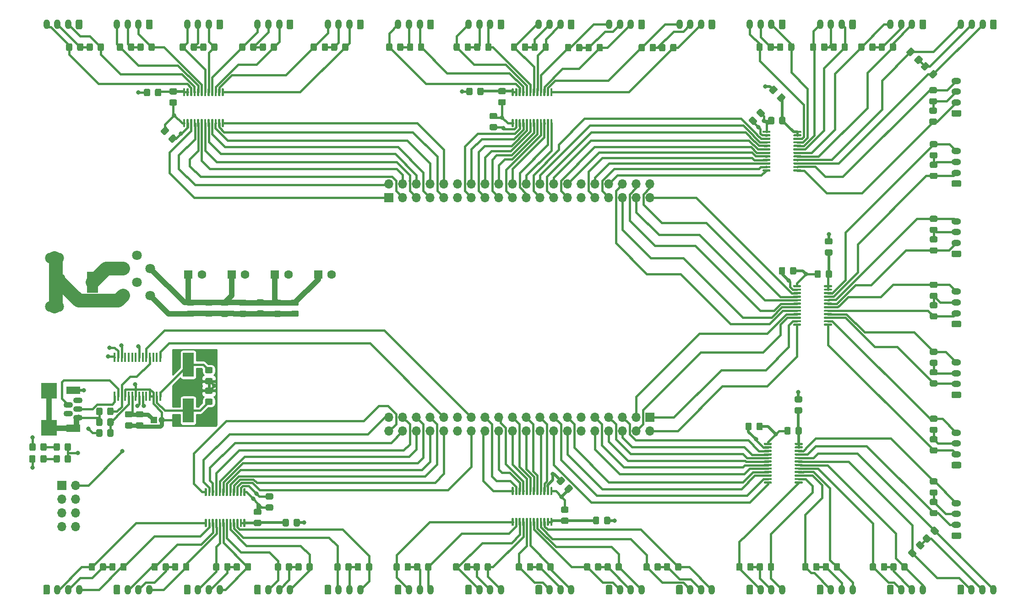
<source format=gtl>
G04 #@! TF.GenerationSoftware,KiCad,Pcbnew,(5.1.6)-1*
G04 #@! TF.CreationDate,2021-04-23T16:10:59+02:00*
G04 #@! TF.ProjectId,FK_fpga_shield,464b5f66-7067-4615-9f73-6869656c642e,rev?*
G04 #@! TF.SameCoordinates,Original*
G04 #@! TF.FileFunction,Copper,L1,Top*
G04 #@! TF.FilePolarity,Positive*
%FSLAX46Y46*%
G04 Gerber Fmt 4.6, Leading zero omitted, Abs format (unit mm)*
G04 Created by KiCad (PCBNEW (5.1.6)-1) date 2021-04-23 16:10:59*
%MOMM*%
%LPD*%
G01*
G04 APERTURE LIST*
G04 #@! TA.AperFunction,ComponentPad*
%ADD10O,1.200000X1.800000*%
G04 #@! TD*
G04 #@! TA.AperFunction,ComponentPad*
%ADD11O,1.800000X1.200000*%
G04 #@! TD*
G04 #@! TA.AperFunction,ComponentPad*
%ADD12O,1.700000X1.700000*%
G04 #@! TD*
G04 #@! TA.AperFunction,ComponentPad*
%ADD13R,1.700000X1.700000*%
G04 #@! TD*
G04 #@! TA.AperFunction,ComponentPad*
%ADD14R,1.800000X1.800000*%
G04 #@! TD*
G04 #@! TA.AperFunction,ComponentPad*
%ADD15C,1.800000*%
G04 #@! TD*
G04 #@! TA.AperFunction,ComponentPad*
%ADD16C,1.600000*%
G04 #@! TD*
G04 #@! TA.AperFunction,ComponentPad*
%ADD17R,1.600000X1.600000*%
G04 #@! TD*
G04 #@! TA.AperFunction,ComponentPad*
%ADD18O,3.500000X2.000000*%
G04 #@! TD*
G04 #@! TA.AperFunction,ComponentPad*
%ADD19O,2.000000X3.300000*%
G04 #@! TD*
G04 #@! TA.AperFunction,ComponentPad*
%ADD20R,2.000000X4.000000*%
G04 #@! TD*
G04 #@! TA.AperFunction,SMDPad,CuDef*
%ADD21R,2.000000X4.500000*%
G04 #@! TD*
G04 #@! TA.AperFunction,ComponentPad*
%ADD22C,1.200000*%
G04 #@! TD*
G04 #@! TA.AperFunction,ComponentPad*
%ADD23R,1.200000X1.200000*%
G04 #@! TD*
G04 #@! TA.AperFunction,SMDPad,CuDef*
%ADD24R,0.450000X1.750000*%
G04 #@! TD*
G04 #@! TA.AperFunction,SMDPad,CuDef*
%ADD25R,2.500000X1.400000*%
G04 #@! TD*
G04 #@! TA.AperFunction,ComponentPad*
%ADD26R,2.895600X2.895600*%
G04 #@! TD*
G04 #@! TA.AperFunction,ComponentPad*
%ADD27O,1.750000X1.100000*%
G04 #@! TD*
G04 #@! TA.AperFunction,ViaPad*
%ADD28C,0.800000*%
G04 #@! TD*
G04 #@! TA.AperFunction,Conductor*
%ADD29C,1.000000*%
G04 #@! TD*
G04 #@! TA.AperFunction,Conductor*
%ADD30C,0.500000*%
G04 #@! TD*
G04 #@! TA.AperFunction,Conductor*
%ADD31C,0.400000*%
G04 #@! TD*
G04 #@! TA.AperFunction,Conductor*
%ADD32C,0.750000*%
G04 #@! TD*
G04 #@! TA.AperFunction,Conductor*
%ADD33C,2.500000*%
G04 #@! TD*
G04 #@! TA.AperFunction,Conductor*
%ADD34C,0.254000*%
G04 #@! TD*
G04 APERTURE END LIST*
G04 #@! TA.AperFunction,SMDPad,CuDef*
G36*
G01*
X87975000Y-124850001D02*
X87975000Y-123949999D01*
G75*
G02*
X88224999Y-123700000I249999J0D01*
G01*
X88875001Y-123700000D01*
G75*
G02*
X89125000Y-123949999I0J-249999D01*
G01*
X89125000Y-124850001D01*
G75*
G02*
X88875001Y-125100000I-249999J0D01*
G01*
X88224999Y-125100000D01*
G75*
G02*
X87975000Y-124850001I0J249999D01*
G01*
G37*
G04 #@! TD.AperFunction*
G04 #@! TA.AperFunction,SMDPad,CuDef*
G36*
G01*
X90025000Y-124850001D02*
X90025000Y-123949999D01*
G75*
G02*
X90274999Y-123700000I249999J0D01*
G01*
X90925001Y-123700000D01*
G75*
G02*
X91175000Y-123949999I0J-249999D01*
G01*
X91175000Y-124850001D01*
G75*
G02*
X90925001Y-125100000I-249999J0D01*
G01*
X90274999Y-125100000D01*
G75*
G02*
X90025000Y-124850001I0J249999D01*
G01*
G37*
G04 #@! TD.AperFunction*
D10*
X84800000Y-153400000D03*
X82800000Y-153400000D03*
X80800000Y-153400000D03*
G04 #@! TA.AperFunction,ComponentPad*
G36*
G01*
X78200000Y-154050001D02*
X78200000Y-152749999D01*
G75*
G02*
X78449999Y-152500000I249999J0D01*
G01*
X79150001Y-152500000D01*
G75*
G02*
X79400000Y-152749999I0J-249999D01*
G01*
X79400000Y-154050001D01*
G75*
G02*
X79150001Y-154300000I-249999J0D01*
G01*
X78449999Y-154300000D01*
G75*
G02*
X78200000Y-154050001I0J249999D01*
G01*
G37*
G04 #@! TD.AperFunction*
X97800000Y-153400000D03*
X95800000Y-153400000D03*
X93800000Y-153400000D03*
G04 #@! TA.AperFunction,ComponentPad*
G36*
G01*
X91200000Y-154050001D02*
X91200000Y-152749999D01*
G75*
G02*
X91449999Y-152500000I249999J0D01*
G01*
X92150001Y-152500000D01*
G75*
G02*
X92400000Y-152749999I0J-249999D01*
G01*
X92400000Y-154050001D01*
G75*
G02*
X92150001Y-154300000I-249999J0D01*
G01*
X91449999Y-154300000D01*
G75*
G02*
X91200000Y-154050001I0J249999D01*
G01*
G37*
G04 #@! TD.AperFunction*
X110800000Y-153400000D03*
X108800000Y-153400000D03*
X106800000Y-153400000D03*
G04 #@! TA.AperFunction,ComponentPad*
G36*
G01*
X104200000Y-154050001D02*
X104200000Y-152749999D01*
G75*
G02*
X104449999Y-152500000I249999J0D01*
G01*
X105150001Y-152500000D01*
G75*
G02*
X105400000Y-152749999I0J-249999D01*
G01*
X105400000Y-154050001D01*
G75*
G02*
X105150001Y-154300000I-249999J0D01*
G01*
X104449999Y-154300000D01*
G75*
G02*
X104200000Y-154050001I0J249999D01*
G01*
G37*
G04 #@! TD.AperFunction*
X123800000Y-153400000D03*
X121800000Y-153400000D03*
X119800000Y-153400000D03*
G04 #@! TA.AperFunction,ComponentPad*
G36*
G01*
X117200000Y-154050001D02*
X117200000Y-152749999D01*
G75*
G02*
X117449999Y-152500000I249999J0D01*
G01*
X118150001Y-152500000D01*
G75*
G02*
X118400000Y-152749999I0J-249999D01*
G01*
X118400000Y-154050001D01*
G75*
G02*
X118150001Y-154300000I-249999J0D01*
G01*
X117449999Y-154300000D01*
G75*
G02*
X117200000Y-154050001I0J249999D01*
G01*
G37*
G04 #@! TD.AperFunction*
X136800000Y-153400000D03*
X134800000Y-153400000D03*
X132800000Y-153400000D03*
G04 #@! TA.AperFunction,ComponentPad*
G36*
G01*
X130200000Y-154050001D02*
X130200000Y-152749999D01*
G75*
G02*
X130449999Y-152500000I249999J0D01*
G01*
X131150001Y-152500000D01*
G75*
G02*
X131400000Y-152749999I0J-249999D01*
G01*
X131400000Y-154050001D01*
G75*
G02*
X131150001Y-154300000I-249999J0D01*
G01*
X130449999Y-154300000D01*
G75*
G02*
X130200000Y-154050001I0J249999D01*
G01*
G37*
G04 #@! TD.AperFunction*
X149800000Y-153400000D03*
X147800000Y-153400000D03*
X145800000Y-153400000D03*
G04 #@! TA.AperFunction,ComponentPad*
G36*
G01*
X143200000Y-154050001D02*
X143200000Y-152749999D01*
G75*
G02*
X143449999Y-152500000I249999J0D01*
G01*
X144150001Y-152500000D01*
G75*
G02*
X144400000Y-152749999I0J-249999D01*
G01*
X144400000Y-154050001D01*
G75*
G02*
X144150001Y-154300000I-249999J0D01*
G01*
X143449999Y-154300000D01*
G75*
G02*
X143200000Y-154050001I0J249999D01*
G01*
G37*
G04 #@! TD.AperFunction*
X162800000Y-153400000D03*
X160800000Y-153400000D03*
X158800000Y-153400000D03*
G04 #@! TA.AperFunction,ComponentPad*
G36*
G01*
X156200000Y-154050001D02*
X156200000Y-152749999D01*
G75*
G02*
X156449999Y-152500000I249999J0D01*
G01*
X157150001Y-152500000D01*
G75*
G02*
X157400000Y-152749999I0J-249999D01*
G01*
X157400000Y-154050001D01*
G75*
G02*
X157150001Y-154300000I-249999J0D01*
G01*
X156449999Y-154300000D01*
G75*
G02*
X156200000Y-154050001I0J249999D01*
G01*
G37*
G04 #@! TD.AperFunction*
X175800000Y-153400000D03*
X173800000Y-153400000D03*
X171800000Y-153400000D03*
G04 #@! TA.AperFunction,ComponentPad*
G36*
G01*
X169200000Y-154050001D02*
X169200000Y-152749999D01*
G75*
G02*
X169449999Y-152500000I249999J0D01*
G01*
X170150001Y-152500000D01*
G75*
G02*
X170400000Y-152749999I0J-249999D01*
G01*
X170400000Y-154050001D01*
G75*
G02*
X170150001Y-154300000I-249999J0D01*
G01*
X169449999Y-154300000D01*
G75*
G02*
X169200000Y-154050001I0J249999D01*
G01*
G37*
G04 #@! TD.AperFunction*
X188800000Y-153400000D03*
X186800000Y-153400000D03*
X184800000Y-153400000D03*
G04 #@! TA.AperFunction,ComponentPad*
G36*
G01*
X182200000Y-154050001D02*
X182200000Y-152749999D01*
G75*
G02*
X182449999Y-152500000I249999J0D01*
G01*
X183150001Y-152500000D01*
G75*
G02*
X183400000Y-152749999I0J-249999D01*
G01*
X183400000Y-154050001D01*
G75*
G02*
X183150001Y-154300000I-249999J0D01*
G01*
X182449999Y-154300000D01*
G75*
G02*
X182200000Y-154050001I0J249999D01*
G01*
G37*
G04 #@! TD.AperFunction*
X201800000Y-153400000D03*
X199800000Y-153400000D03*
X197800000Y-153400000D03*
G04 #@! TA.AperFunction,ComponentPad*
G36*
G01*
X195200000Y-154050001D02*
X195200000Y-152749999D01*
G75*
G02*
X195449999Y-152500000I249999J0D01*
G01*
X196150001Y-152500000D01*
G75*
G02*
X196400000Y-152749999I0J-249999D01*
G01*
X196400000Y-154050001D01*
G75*
G02*
X196150001Y-154300000I-249999J0D01*
G01*
X195449999Y-154300000D01*
G75*
G02*
X195200000Y-154050001I0J249999D01*
G01*
G37*
G04 #@! TD.AperFunction*
X214800000Y-153400000D03*
X212800000Y-153400000D03*
X210800000Y-153400000D03*
G04 #@! TA.AperFunction,ComponentPad*
G36*
G01*
X208200000Y-154050001D02*
X208200000Y-152749999D01*
G75*
G02*
X208449999Y-152500000I249999J0D01*
G01*
X209150001Y-152500000D01*
G75*
G02*
X209400000Y-152749999I0J-249999D01*
G01*
X209400000Y-154050001D01*
G75*
G02*
X209150001Y-154300000I-249999J0D01*
G01*
X208449999Y-154300000D01*
G75*
G02*
X208200000Y-154050001I0J249999D01*
G01*
G37*
G04 #@! TD.AperFunction*
X227800000Y-153400000D03*
X225800000Y-153400000D03*
X223800000Y-153400000D03*
G04 #@! TA.AperFunction,ComponentPad*
G36*
G01*
X221200000Y-154050001D02*
X221200000Y-152749999D01*
G75*
G02*
X221449999Y-152500000I249999J0D01*
G01*
X222150001Y-152500000D01*
G75*
G02*
X222400000Y-152749999I0J-249999D01*
G01*
X222400000Y-154050001D01*
G75*
G02*
X222150001Y-154300000I-249999J0D01*
G01*
X221449999Y-154300000D01*
G75*
G02*
X221200000Y-154050001I0J249999D01*
G01*
G37*
G04 #@! TD.AperFunction*
X240800000Y-153400000D03*
X238800000Y-153400000D03*
X236800000Y-153400000D03*
G04 #@! TA.AperFunction,ComponentPad*
G36*
G01*
X234200000Y-154050001D02*
X234200000Y-152749999D01*
G75*
G02*
X234449999Y-152500000I249999J0D01*
G01*
X235150001Y-152500000D01*
G75*
G02*
X235400000Y-152749999I0J-249999D01*
G01*
X235400000Y-154050001D01*
G75*
G02*
X235150001Y-154300000I-249999J0D01*
G01*
X234449999Y-154300000D01*
G75*
G02*
X234200000Y-154050001I0J249999D01*
G01*
G37*
G04 #@! TD.AperFunction*
X253800000Y-153400000D03*
X251800000Y-153400000D03*
X249800000Y-153400000D03*
G04 #@! TA.AperFunction,ComponentPad*
G36*
G01*
X247200000Y-154050001D02*
X247200000Y-152749999D01*
G75*
G02*
X247449999Y-152500000I249999J0D01*
G01*
X248150001Y-152500000D01*
G75*
G02*
X248400000Y-152749999I0J-249999D01*
G01*
X248400000Y-154050001D01*
G75*
G02*
X248150001Y-154300000I-249999J0D01*
G01*
X247449999Y-154300000D01*
G75*
G02*
X247200000Y-154050001I0J249999D01*
G01*
G37*
G04 #@! TD.AperFunction*
D11*
X247000000Y-137400000D03*
X247000000Y-139400000D03*
X247000000Y-141400000D03*
G04 #@! TA.AperFunction,ComponentPad*
G36*
G01*
X247650001Y-144000000D02*
X246349999Y-144000000D01*
G75*
G02*
X246100000Y-143750001I0J249999D01*
G01*
X246100000Y-143049999D01*
G75*
G02*
X246349999Y-142800000I249999J0D01*
G01*
X247650001Y-142800000D01*
G75*
G02*
X247900000Y-143049999I0J-249999D01*
G01*
X247900000Y-143750001D01*
G75*
G02*
X247650001Y-144000000I-249999J0D01*
G01*
G37*
G04 #@! TD.AperFunction*
X247000000Y-124350000D03*
X247000000Y-126350000D03*
X247000000Y-128350000D03*
G04 #@! TA.AperFunction,ComponentPad*
G36*
G01*
X247650001Y-130950000D02*
X246349999Y-130950000D01*
G75*
G02*
X246100000Y-130700001I0J249999D01*
G01*
X246100000Y-129999999D01*
G75*
G02*
X246349999Y-129750000I249999J0D01*
G01*
X247650001Y-129750000D01*
G75*
G02*
X247900000Y-129999999I0J-249999D01*
G01*
X247900000Y-130700001D01*
G75*
G02*
X247650001Y-130950000I-249999J0D01*
G01*
G37*
G04 #@! TD.AperFunction*
X247000000Y-111350000D03*
X247000000Y-113350000D03*
X247000000Y-115350000D03*
G04 #@! TA.AperFunction,ComponentPad*
G36*
G01*
X247650001Y-117950000D02*
X246349999Y-117950000D01*
G75*
G02*
X246100000Y-117700001I0J249999D01*
G01*
X246100000Y-116999999D01*
G75*
G02*
X246349999Y-116750000I249999J0D01*
G01*
X247650001Y-116750000D01*
G75*
G02*
X247900000Y-116999999I0J-249999D01*
G01*
X247900000Y-117700001D01*
G75*
G02*
X247650001Y-117950000I-249999J0D01*
G01*
G37*
G04 #@! TD.AperFunction*
X247000000Y-98250000D03*
X247000000Y-100250000D03*
X247000000Y-102250000D03*
G04 #@! TA.AperFunction,ComponentPad*
G36*
G01*
X247650001Y-104850000D02*
X246349999Y-104850000D01*
G75*
G02*
X246100000Y-104600001I0J249999D01*
G01*
X246100000Y-103899999D01*
G75*
G02*
X246349999Y-103650000I249999J0D01*
G01*
X247650001Y-103650000D01*
G75*
G02*
X247900000Y-103899999I0J-249999D01*
G01*
X247900000Y-104600001D01*
G75*
G02*
X247650001Y-104850000I-249999J0D01*
G01*
G37*
G04 #@! TD.AperFunction*
X247000000Y-85250000D03*
X247000000Y-87250000D03*
X247000000Y-89250000D03*
G04 #@! TA.AperFunction,ComponentPad*
G36*
G01*
X247650001Y-91850000D02*
X246349999Y-91850000D01*
G75*
G02*
X246100000Y-91600001I0J249999D01*
G01*
X246100000Y-90899999D01*
G75*
G02*
X246349999Y-90650000I249999J0D01*
G01*
X247650001Y-90650000D01*
G75*
G02*
X247900000Y-90899999I0J-249999D01*
G01*
X247900000Y-91600001D01*
G75*
G02*
X247650001Y-91850000I-249999J0D01*
G01*
G37*
G04 #@! TD.AperFunction*
X247000000Y-72250000D03*
X247000000Y-74250000D03*
X247000000Y-76250000D03*
G04 #@! TA.AperFunction,ComponentPad*
G36*
G01*
X247650001Y-78850000D02*
X246349999Y-78850000D01*
G75*
G02*
X246100000Y-78600001I0J249999D01*
G01*
X246100000Y-77899999D01*
G75*
G02*
X246349999Y-77650000I249999J0D01*
G01*
X247650001Y-77650000D01*
G75*
G02*
X247900000Y-77899999I0J-249999D01*
G01*
X247900000Y-78600001D01*
G75*
G02*
X247650001Y-78850000I-249999J0D01*
G01*
G37*
G04 #@! TD.AperFunction*
X247000000Y-59250000D03*
X247000000Y-61250000D03*
X247000000Y-63250000D03*
G04 #@! TA.AperFunction,ComponentPad*
G36*
G01*
X247650001Y-65850000D02*
X246349999Y-65850000D01*
G75*
G02*
X246100000Y-65600001I0J249999D01*
G01*
X246100000Y-64899999D01*
G75*
G02*
X246349999Y-64650000I249999J0D01*
G01*
X247650001Y-64650000D01*
G75*
G02*
X247900000Y-64899999I0J-249999D01*
G01*
X247900000Y-65600001D01*
G75*
G02*
X247650001Y-65850000I-249999J0D01*
G01*
G37*
G04 #@! TD.AperFunction*
D10*
X247850000Y-48800000D03*
X249850000Y-48800000D03*
X251850000Y-48800000D03*
G04 #@! TA.AperFunction,ComponentPad*
G36*
G01*
X254450000Y-48149999D02*
X254450000Y-49450001D01*
G75*
G02*
X254200001Y-49700000I-249999J0D01*
G01*
X253499999Y-49700000D01*
G75*
G02*
X253250000Y-49450001I0J249999D01*
G01*
X253250000Y-48149999D01*
G75*
G02*
X253499999Y-47900000I249999J0D01*
G01*
X254200001Y-47900000D01*
G75*
G02*
X254450000Y-48149999I0J-249999D01*
G01*
G37*
G04 #@! TD.AperFunction*
X234800000Y-48800000D03*
X236800000Y-48800000D03*
X238800000Y-48800000D03*
G04 #@! TA.AperFunction,ComponentPad*
G36*
G01*
X241400000Y-48149999D02*
X241400000Y-49450001D01*
G75*
G02*
X241150001Y-49700000I-249999J0D01*
G01*
X240449999Y-49700000D01*
G75*
G02*
X240200000Y-49450001I0J249999D01*
G01*
X240200000Y-48149999D01*
G75*
G02*
X240449999Y-47900000I249999J0D01*
G01*
X241150001Y-47900000D01*
G75*
G02*
X241400000Y-48149999I0J-249999D01*
G01*
G37*
G04 #@! TD.AperFunction*
X221800000Y-48800000D03*
X223800000Y-48800000D03*
X225800000Y-48800000D03*
G04 #@! TA.AperFunction,ComponentPad*
G36*
G01*
X228400000Y-48149999D02*
X228400000Y-49450001D01*
G75*
G02*
X228150001Y-49700000I-249999J0D01*
G01*
X227449999Y-49700000D01*
G75*
G02*
X227200000Y-49450001I0J249999D01*
G01*
X227200000Y-48149999D01*
G75*
G02*
X227449999Y-47900000I249999J0D01*
G01*
X228150001Y-47900000D01*
G75*
G02*
X228400000Y-48149999I0J-249999D01*
G01*
G37*
G04 #@! TD.AperFunction*
X208800000Y-48800000D03*
X210800000Y-48800000D03*
X212800000Y-48800000D03*
G04 #@! TA.AperFunction,ComponentPad*
G36*
G01*
X215400000Y-48149999D02*
X215400000Y-49450001D01*
G75*
G02*
X215150001Y-49700000I-249999J0D01*
G01*
X214449999Y-49700000D01*
G75*
G02*
X214200000Y-49450001I0J249999D01*
G01*
X214200000Y-48149999D01*
G75*
G02*
X214449999Y-47900000I249999J0D01*
G01*
X215150001Y-47900000D01*
G75*
G02*
X215400000Y-48149999I0J-249999D01*
G01*
G37*
G04 #@! TD.AperFunction*
X195800000Y-48800000D03*
X197800000Y-48800000D03*
X199800000Y-48800000D03*
G04 #@! TA.AperFunction,ComponentPad*
G36*
G01*
X202400000Y-48149999D02*
X202400000Y-49450001D01*
G75*
G02*
X202150001Y-49700000I-249999J0D01*
G01*
X201449999Y-49700000D01*
G75*
G02*
X201200000Y-49450001I0J249999D01*
G01*
X201200000Y-48149999D01*
G75*
G02*
X201449999Y-47900000I249999J0D01*
G01*
X202150001Y-47900000D01*
G75*
G02*
X202400000Y-48149999I0J-249999D01*
G01*
G37*
G04 #@! TD.AperFunction*
X182800000Y-48800000D03*
X184800000Y-48800000D03*
X186800000Y-48800000D03*
G04 #@! TA.AperFunction,ComponentPad*
G36*
G01*
X189400000Y-48149999D02*
X189400000Y-49450001D01*
G75*
G02*
X189150001Y-49700000I-249999J0D01*
G01*
X188449999Y-49700000D01*
G75*
G02*
X188200000Y-49450001I0J249999D01*
G01*
X188200000Y-48149999D01*
G75*
G02*
X188449999Y-47900000I249999J0D01*
G01*
X189150001Y-47900000D01*
G75*
G02*
X189400000Y-48149999I0J-249999D01*
G01*
G37*
G04 #@! TD.AperFunction*
X169800000Y-48800000D03*
X171800000Y-48800000D03*
X173800000Y-48800000D03*
G04 #@! TA.AperFunction,ComponentPad*
G36*
G01*
X176400000Y-48149999D02*
X176400000Y-49450001D01*
G75*
G02*
X176150001Y-49700000I-249999J0D01*
G01*
X175449999Y-49700000D01*
G75*
G02*
X175200000Y-49450001I0J249999D01*
G01*
X175200000Y-48149999D01*
G75*
G02*
X175449999Y-47900000I249999J0D01*
G01*
X176150001Y-47900000D01*
G75*
G02*
X176400000Y-48149999I0J-249999D01*
G01*
G37*
G04 #@! TD.AperFunction*
X156800000Y-48800000D03*
X158800000Y-48800000D03*
X160800000Y-48800000D03*
G04 #@! TA.AperFunction,ComponentPad*
G36*
G01*
X163400000Y-48149999D02*
X163400000Y-49450001D01*
G75*
G02*
X163150001Y-49700000I-249999J0D01*
G01*
X162449999Y-49700000D01*
G75*
G02*
X162200000Y-49450001I0J249999D01*
G01*
X162200000Y-48149999D01*
G75*
G02*
X162449999Y-47900000I249999J0D01*
G01*
X163150001Y-47900000D01*
G75*
G02*
X163400000Y-48149999I0J-249999D01*
G01*
G37*
G04 #@! TD.AperFunction*
X143800000Y-48800000D03*
X145800000Y-48800000D03*
X147800000Y-48800000D03*
G04 #@! TA.AperFunction,ComponentPad*
G36*
G01*
X150400000Y-48149999D02*
X150400000Y-49450001D01*
G75*
G02*
X150150001Y-49700000I-249999J0D01*
G01*
X149449999Y-49700000D01*
G75*
G02*
X149200000Y-49450001I0J249999D01*
G01*
X149200000Y-48149999D01*
G75*
G02*
X149449999Y-47900000I249999J0D01*
G01*
X150150001Y-47900000D01*
G75*
G02*
X150400000Y-48149999I0J-249999D01*
G01*
G37*
G04 #@! TD.AperFunction*
X130800000Y-48800000D03*
X132800000Y-48800000D03*
X134800000Y-48800000D03*
G04 #@! TA.AperFunction,ComponentPad*
G36*
G01*
X137400000Y-48149999D02*
X137400000Y-49450001D01*
G75*
G02*
X137150001Y-49700000I-249999J0D01*
G01*
X136449999Y-49700000D01*
G75*
G02*
X136200000Y-49450001I0J249999D01*
G01*
X136200000Y-48149999D01*
G75*
G02*
X136449999Y-47900000I249999J0D01*
G01*
X137150001Y-47900000D01*
G75*
G02*
X137400000Y-48149999I0J-249999D01*
G01*
G37*
G04 #@! TD.AperFunction*
X117800000Y-48800000D03*
X119800000Y-48800000D03*
X121800000Y-48800000D03*
G04 #@! TA.AperFunction,ComponentPad*
G36*
G01*
X124400000Y-48149999D02*
X124400000Y-49450001D01*
G75*
G02*
X124150001Y-49700000I-249999J0D01*
G01*
X123449999Y-49700000D01*
G75*
G02*
X123200000Y-49450001I0J249999D01*
G01*
X123200000Y-48149999D01*
G75*
G02*
X123449999Y-47900000I249999J0D01*
G01*
X124150001Y-47900000D01*
G75*
G02*
X124400000Y-48149999I0J-249999D01*
G01*
G37*
G04 #@! TD.AperFunction*
X104800000Y-48800000D03*
X106800000Y-48800000D03*
X108800000Y-48800000D03*
G04 #@! TA.AperFunction,ComponentPad*
G36*
G01*
X111400000Y-48149999D02*
X111400000Y-49450001D01*
G75*
G02*
X111150001Y-49700000I-249999J0D01*
G01*
X110449999Y-49700000D01*
G75*
G02*
X110200000Y-49450001I0J249999D01*
G01*
X110200000Y-48149999D01*
G75*
G02*
X110449999Y-47900000I249999J0D01*
G01*
X111150001Y-47900000D01*
G75*
G02*
X111400000Y-48149999I0J-249999D01*
G01*
G37*
G04 #@! TD.AperFunction*
X91800000Y-48800000D03*
X93800000Y-48800000D03*
X95800000Y-48800000D03*
G04 #@! TA.AperFunction,ComponentPad*
G36*
G01*
X98400000Y-48149999D02*
X98400000Y-49450001D01*
G75*
G02*
X98150001Y-49700000I-249999J0D01*
G01*
X97449999Y-49700000D01*
G75*
G02*
X97200000Y-49450001I0J249999D01*
G01*
X97200000Y-48149999D01*
G75*
G02*
X97449999Y-47900000I249999J0D01*
G01*
X98150001Y-47900000D01*
G75*
G02*
X98400000Y-48149999I0J-249999D01*
G01*
G37*
G04 #@! TD.AperFunction*
X78800000Y-48800000D03*
X80800000Y-48800000D03*
X82800000Y-48800000D03*
G04 #@! TA.AperFunction,ComponentPad*
G36*
G01*
X85400000Y-48149999D02*
X85400000Y-49450001D01*
G75*
G02*
X85150001Y-49700000I-249999J0D01*
G01*
X84449999Y-49700000D01*
G75*
G02*
X84200000Y-49450001I0J249999D01*
G01*
X84200000Y-48149999D01*
G75*
G02*
X84449999Y-47900000I249999J0D01*
G01*
X85150001Y-47900000D01*
G75*
G02*
X85400000Y-48149999I0J-249999D01*
G01*
G37*
G04 #@! TD.AperFunction*
D12*
X84140000Y-141720000D03*
X81600000Y-141720000D03*
X84140000Y-139180000D03*
X81600000Y-139180000D03*
X84140000Y-136640000D03*
X81600000Y-136640000D03*
X84140000Y-134100000D03*
D13*
X81600000Y-134100000D03*
D14*
X93000000Y-94000000D03*
D15*
X98000000Y-94000000D03*
X93000000Y-99000000D03*
X98000000Y-99000000D03*
X95500000Y-96500000D03*
X95500000Y-91500000D03*
G04 #@! TA.AperFunction,SMDPad,CuDef*
G36*
G01*
X83300000Y-126549999D02*
X83300000Y-127450001D01*
G75*
G02*
X83050001Y-127700000I-249999J0D01*
G01*
X82399999Y-127700000D01*
G75*
G02*
X82150000Y-127450001I0J249999D01*
G01*
X82150000Y-126549999D01*
G75*
G02*
X82399999Y-126300000I249999J0D01*
G01*
X83050001Y-126300000D01*
G75*
G02*
X83300000Y-126549999I0J-249999D01*
G01*
G37*
G04 #@! TD.AperFunction*
G04 #@! TA.AperFunction,SMDPad,CuDef*
G36*
G01*
X81250000Y-126549999D02*
X81250000Y-127450001D01*
G75*
G02*
X81000001Y-127700000I-249999J0D01*
G01*
X80349999Y-127700000D01*
G75*
G02*
X80100000Y-127450001I0J249999D01*
G01*
X80100000Y-126549999D01*
G75*
G02*
X80349999Y-126300000I249999J0D01*
G01*
X81000001Y-126300000D01*
G75*
G02*
X81250000Y-126549999I0J-249999D01*
G01*
G37*
G04 #@! TD.AperFunction*
G04 #@! TA.AperFunction,SMDPad,CuDef*
G36*
G01*
X83300000Y-128749999D02*
X83300000Y-129650001D01*
G75*
G02*
X83050001Y-129900000I-249999J0D01*
G01*
X82399999Y-129900000D01*
G75*
G02*
X82150000Y-129650001I0J249999D01*
G01*
X82150000Y-128749999D01*
G75*
G02*
X82399999Y-128500000I249999J0D01*
G01*
X83050001Y-128500000D01*
G75*
G02*
X83300000Y-128749999I0J-249999D01*
G01*
G37*
G04 #@! TD.AperFunction*
G04 #@! TA.AperFunction,SMDPad,CuDef*
G36*
G01*
X81250000Y-128749999D02*
X81250000Y-129650001D01*
G75*
G02*
X81000001Y-129900000I-249999J0D01*
G01*
X80349999Y-129900000D01*
G75*
G02*
X80100000Y-129650001I0J249999D01*
G01*
X80100000Y-128749999D01*
G75*
G02*
X80349999Y-128500000I249999J0D01*
G01*
X81000001Y-128500000D01*
G75*
G02*
X81250000Y-128749999I0J-249999D01*
G01*
G37*
G04 #@! TD.AperFunction*
G04 #@! TA.AperFunction,SMDPad,CuDef*
G36*
G01*
X77674999Y-127450001D02*
X77674999Y-126549999D01*
G75*
G02*
X77924998Y-126300000I249999J0D01*
G01*
X78575000Y-126300000D01*
G75*
G02*
X78824999Y-126549999I0J-249999D01*
G01*
X78824999Y-127450001D01*
G75*
G02*
X78575000Y-127700000I-249999J0D01*
G01*
X77924998Y-127700000D01*
G75*
G02*
X77674999Y-127450001I0J249999D01*
G01*
G37*
G04 #@! TD.AperFunction*
G04 #@! TA.AperFunction,SMDPad,CuDef*
G36*
G01*
X75624999Y-127450001D02*
X75624999Y-126549999D01*
G75*
G02*
X75874998Y-126300000I249999J0D01*
G01*
X76525000Y-126300000D01*
G75*
G02*
X76774999Y-126549999I0J-249999D01*
G01*
X76774999Y-127450001D01*
G75*
G02*
X76525000Y-127700000I-249999J0D01*
G01*
X75874998Y-127700000D01*
G75*
G02*
X75624999Y-127450001I0J249999D01*
G01*
G37*
G04 #@! TD.AperFunction*
G04 #@! TA.AperFunction,SMDPad,CuDef*
G36*
G01*
X77650000Y-129650001D02*
X77650000Y-128749999D01*
G75*
G02*
X77899999Y-128500000I249999J0D01*
G01*
X78550001Y-128500000D01*
G75*
G02*
X78800000Y-128749999I0J-249999D01*
G01*
X78800000Y-129650001D01*
G75*
G02*
X78550001Y-129900000I-249999J0D01*
G01*
X77899999Y-129900000D01*
G75*
G02*
X77650000Y-129650001I0J249999D01*
G01*
G37*
G04 #@! TD.AperFunction*
G04 #@! TA.AperFunction,SMDPad,CuDef*
G36*
G01*
X75600000Y-129650001D02*
X75600000Y-128749999D01*
G75*
G02*
X75849999Y-128500000I249999J0D01*
G01*
X76500001Y-128500000D01*
G75*
G02*
X76750000Y-128749999I0J-249999D01*
G01*
X76750000Y-129650001D01*
G75*
G02*
X76500001Y-129900000I-249999J0D01*
G01*
X75849999Y-129900000D01*
G75*
G02*
X75600000Y-129650001I0J249999D01*
G01*
G37*
G04 #@! TD.AperFunction*
G04 #@! TA.AperFunction,SMDPad,CuDef*
G36*
G01*
X125150001Y-100850000D02*
X124249999Y-100850000D01*
G75*
G02*
X124000000Y-100600001I0J249999D01*
G01*
X124000000Y-99949999D01*
G75*
G02*
X124249999Y-99700000I249999J0D01*
G01*
X125150001Y-99700000D01*
G75*
G02*
X125400000Y-99949999I0J-249999D01*
G01*
X125400000Y-100600001D01*
G75*
G02*
X125150001Y-100850000I-249999J0D01*
G01*
G37*
G04 #@! TD.AperFunction*
G04 #@! TA.AperFunction,SMDPad,CuDef*
G36*
G01*
X125150001Y-102900000D02*
X124249999Y-102900000D01*
G75*
G02*
X124000000Y-102650001I0J249999D01*
G01*
X124000000Y-101999999D01*
G75*
G02*
X124249999Y-101750000I249999J0D01*
G01*
X125150001Y-101750000D01*
G75*
G02*
X125400000Y-101999999I0J-249999D01*
G01*
X125400000Y-102650001D01*
G75*
G02*
X125150001Y-102900000I-249999J0D01*
G01*
G37*
G04 #@! TD.AperFunction*
G04 #@! TA.AperFunction,SMDPad,CuDef*
G36*
G01*
X121950001Y-100874999D02*
X121049999Y-100874999D01*
G75*
G02*
X120800000Y-100625000I0J249999D01*
G01*
X120800000Y-99974998D01*
G75*
G02*
X121049999Y-99724999I249999J0D01*
G01*
X121950001Y-99724999D01*
G75*
G02*
X122200000Y-99974998I0J-249999D01*
G01*
X122200000Y-100625000D01*
G75*
G02*
X121950001Y-100874999I-249999J0D01*
G01*
G37*
G04 #@! TD.AperFunction*
G04 #@! TA.AperFunction,SMDPad,CuDef*
G36*
G01*
X121950001Y-102924999D02*
X121049999Y-102924999D01*
G75*
G02*
X120800000Y-102675000I0J249999D01*
G01*
X120800000Y-102024998D01*
G75*
G02*
X121049999Y-101774999I249999J0D01*
G01*
X121950001Y-101774999D01*
G75*
G02*
X122200000Y-102024998I0J-249999D01*
G01*
X122200000Y-102675000D01*
G75*
G02*
X121950001Y-102924999I-249999J0D01*
G01*
G37*
G04 #@! TD.AperFunction*
G04 #@! TA.AperFunction,SMDPad,CuDef*
G36*
G01*
X118750001Y-100825000D02*
X117849999Y-100825000D01*
G75*
G02*
X117600000Y-100575001I0J249999D01*
G01*
X117600000Y-99924999D01*
G75*
G02*
X117849999Y-99675000I249999J0D01*
G01*
X118750001Y-99675000D01*
G75*
G02*
X119000000Y-99924999I0J-249999D01*
G01*
X119000000Y-100575001D01*
G75*
G02*
X118750001Y-100825000I-249999J0D01*
G01*
G37*
G04 #@! TD.AperFunction*
G04 #@! TA.AperFunction,SMDPad,CuDef*
G36*
G01*
X118750001Y-102875000D02*
X117849999Y-102875000D01*
G75*
G02*
X117600000Y-102625001I0J249999D01*
G01*
X117600000Y-101974999D01*
G75*
G02*
X117849999Y-101725000I249999J0D01*
G01*
X118750001Y-101725000D01*
G75*
G02*
X119000000Y-101974999I0J-249999D01*
G01*
X119000000Y-102625001D01*
G75*
G02*
X118750001Y-102875000I-249999J0D01*
G01*
G37*
G04 #@! TD.AperFunction*
G04 #@! TA.AperFunction,SMDPad,CuDef*
G36*
G01*
X115550001Y-100874999D02*
X114649999Y-100874999D01*
G75*
G02*
X114400000Y-100625000I0J249999D01*
G01*
X114400000Y-99974998D01*
G75*
G02*
X114649999Y-99724999I249999J0D01*
G01*
X115550001Y-99724999D01*
G75*
G02*
X115800000Y-99974998I0J-249999D01*
G01*
X115800000Y-100625000D01*
G75*
G02*
X115550001Y-100874999I-249999J0D01*
G01*
G37*
G04 #@! TD.AperFunction*
G04 #@! TA.AperFunction,SMDPad,CuDef*
G36*
G01*
X115550001Y-102924999D02*
X114649999Y-102924999D01*
G75*
G02*
X114400000Y-102675000I0J249999D01*
G01*
X114400000Y-102024998D01*
G75*
G02*
X114649999Y-101774999I249999J0D01*
G01*
X115550001Y-101774999D01*
G75*
G02*
X115800000Y-102024998I0J-249999D01*
G01*
X115800000Y-102675000D01*
G75*
G02*
X115550001Y-102924999I-249999J0D01*
G01*
G37*
G04 #@! TD.AperFunction*
G04 #@! TA.AperFunction,SMDPad,CuDef*
G36*
G01*
X112150001Y-100874999D02*
X111249999Y-100874999D01*
G75*
G02*
X111000000Y-100625000I0J249999D01*
G01*
X111000000Y-99974998D01*
G75*
G02*
X111249999Y-99724999I249999J0D01*
G01*
X112150001Y-99724999D01*
G75*
G02*
X112400000Y-99974998I0J-249999D01*
G01*
X112400000Y-100625000D01*
G75*
G02*
X112150001Y-100874999I-249999J0D01*
G01*
G37*
G04 #@! TD.AperFunction*
G04 #@! TA.AperFunction,SMDPad,CuDef*
G36*
G01*
X112150001Y-102924999D02*
X111249999Y-102924999D01*
G75*
G02*
X111000000Y-102675000I0J249999D01*
G01*
X111000000Y-102024998D01*
G75*
G02*
X111249999Y-101774999I249999J0D01*
G01*
X112150001Y-101774999D01*
G75*
G02*
X112400000Y-102024998I0J-249999D01*
G01*
X112400000Y-102675000D01*
G75*
G02*
X112150001Y-102924999I-249999J0D01*
G01*
G37*
G04 #@! TD.AperFunction*
G04 #@! TA.AperFunction,SMDPad,CuDef*
G36*
G01*
X108349999Y-101750000D02*
X109250001Y-101750000D01*
G75*
G02*
X109500000Y-101999999I0J-249999D01*
G01*
X109500000Y-102650001D01*
G75*
G02*
X109250001Y-102900000I-249999J0D01*
G01*
X108349999Y-102900000D01*
G75*
G02*
X108100000Y-102650001I0J249999D01*
G01*
X108100000Y-101999999D01*
G75*
G02*
X108349999Y-101750000I249999J0D01*
G01*
G37*
G04 #@! TD.AperFunction*
G04 #@! TA.AperFunction,SMDPad,CuDef*
G36*
G01*
X108349999Y-99700000D02*
X109250001Y-99700000D01*
G75*
G02*
X109500000Y-99949999I0J-249999D01*
G01*
X109500000Y-100600001D01*
G75*
G02*
X109250001Y-100850000I-249999J0D01*
G01*
X108349999Y-100850000D01*
G75*
G02*
X108100000Y-100600001I0J249999D01*
G01*
X108100000Y-99949999D01*
G75*
G02*
X108349999Y-99700000I249999J0D01*
G01*
G37*
G04 #@! TD.AperFunction*
G04 #@! TA.AperFunction,SMDPad,CuDef*
G36*
G01*
X104949999Y-101750000D02*
X105850001Y-101750000D01*
G75*
G02*
X106100000Y-101999999I0J-249999D01*
G01*
X106100000Y-102650001D01*
G75*
G02*
X105850001Y-102900000I-249999J0D01*
G01*
X104949999Y-102900000D01*
G75*
G02*
X104700000Y-102650001I0J249999D01*
G01*
X104700000Y-101999999D01*
G75*
G02*
X104949999Y-101750000I249999J0D01*
G01*
G37*
G04 #@! TD.AperFunction*
G04 #@! TA.AperFunction,SMDPad,CuDef*
G36*
G01*
X104949999Y-99700000D02*
X105850001Y-99700000D01*
G75*
G02*
X106100000Y-99949999I0J-249999D01*
G01*
X106100000Y-100600001D01*
G75*
G02*
X105850001Y-100850000I-249999J0D01*
G01*
X104949999Y-100850000D01*
G75*
G02*
X104700000Y-100600001I0J249999D01*
G01*
X104700000Y-99949999D01*
G75*
G02*
X104949999Y-99700000I249999J0D01*
G01*
G37*
G04 #@! TD.AperFunction*
D16*
X131500000Y-95100000D03*
D17*
X129000000Y-95100000D03*
D16*
X123500000Y-95100000D03*
D17*
X121000000Y-95100000D03*
D16*
X115500000Y-95100000D03*
D17*
X113000000Y-95100000D03*
D16*
X107500000Y-95100000D03*
D17*
X105000000Y-95100000D03*
G04 #@! TA.AperFunction,SMDPad,CuDef*
G36*
G01*
X119549999Y-137625001D02*
X120450001Y-137625001D01*
G75*
G02*
X120700000Y-137875000I0J-249999D01*
G01*
X120700000Y-138525002D01*
G75*
G02*
X120450001Y-138775001I-249999J0D01*
G01*
X119549999Y-138775001D01*
G75*
G02*
X119300000Y-138525002I0J249999D01*
G01*
X119300000Y-137875000D01*
G75*
G02*
X119549999Y-137625001I249999J0D01*
G01*
G37*
G04 #@! TD.AperFunction*
G04 #@! TA.AperFunction,SMDPad,CuDef*
G36*
G01*
X119549999Y-135575001D02*
X120450001Y-135575001D01*
G75*
G02*
X120700000Y-135825000I0J-249999D01*
G01*
X120700000Y-136475002D01*
G75*
G02*
X120450001Y-136725001I-249999J0D01*
G01*
X119549999Y-136725001D01*
G75*
G02*
X119300000Y-136475002I0J249999D01*
G01*
X119300000Y-135825000D01*
G75*
G02*
X119549999Y-135575001I249999J0D01*
G01*
G37*
G04 #@! TD.AperFunction*
G04 #@! TA.AperFunction,SMDPad,CuDef*
G36*
G01*
X174600001Y-133363604D02*
X173963604Y-134000001D01*
G75*
G02*
X173610052Y-134000001I-176776J176776D01*
G01*
X173150431Y-133540380D01*
G75*
G02*
X173150431Y-133186828I176776J176776D01*
G01*
X173786828Y-132550431D01*
G75*
G02*
X174140380Y-132550431I176776J-176776D01*
G01*
X174600001Y-133010052D01*
G75*
G02*
X174600001Y-133363604I-176776J-176776D01*
G01*
G37*
G04 #@! TD.AperFunction*
G04 #@! TA.AperFunction,SMDPad,CuDef*
G36*
G01*
X176049569Y-134813172D02*
X175413172Y-135449569D01*
G75*
G02*
X175059620Y-135449569I-176776J176776D01*
G01*
X174599999Y-134989948D01*
G75*
G02*
X174599999Y-134636396I176776J176776D01*
G01*
X175236396Y-133999999D01*
G75*
G02*
X175589948Y-133999999I176776J-176776D01*
G01*
X176049569Y-134459620D01*
G75*
G02*
X176049569Y-134813172I-176776J-176776D01*
G01*
G37*
G04 #@! TD.AperFunction*
G04 #@! TA.AperFunction,SMDPad,CuDef*
G36*
G01*
X209150000Y-122749999D02*
X209150000Y-123650001D01*
G75*
G02*
X208900001Y-123900000I-249999J0D01*
G01*
X208249999Y-123900000D01*
G75*
G02*
X208000000Y-123650001I0J249999D01*
G01*
X208000000Y-122749999D01*
G75*
G02*
X208249999Y-122500000I249999J0D01*
G01*
X208900001Y-122500000D01*
G75*
G02*
X209150000Y-122749999I0J-249999D01*
G01*
G37*
G04 #@! TD.AperFunction*
G04 #@! TA.AperFunction,SMDPad,CuDef*
G36*
G01*
X211200000Y-122749999D02*
X211200000Y-123650001D01*
G75*
G02*
X210950001Y-123900000I-249999J0D01*
G01*
X210299999Y-123900000D01*
G75*
G02*
X210050000Y-123650001I0J249999D01*
G01*
X210050000Y-122749999D01*
G75*
G02*
X210299999Y-122500000I249999J0D01*
G01*
X210950001Y-122500000D01*
G75*
G02*
X211200000Y-122749999I0J-249999D01*
G01*
G37*
G04 #@! TD.AperFunction*
G04 #@! TA.AperFunction,SMDPad,CuDef*
G36*
G01*
X215350000Y-93949999D02*
X215350000Y-94850001D01*
G75*
G02*
X215100001Y-95100000I-249999J0D01*
G01*
X214449999Y-95100000D01*
G75*
G02*
X214200000Y-94850001I0J249999D01*
G01*
X214200000Y-93949999D01*
G75*
G02*
X214449999Y-93700000I249999J0D01*
G01*
X215100001Y-93700000D01*
G75*
G02*
X215350000Y-93949999I0J-249999D01*
G01*
G37*
G04 #@! TD.AperFunction*
G04 #@! TA.AperFunction,SMDPad,CuDef*
G36*
G01*
X217400000Y-93949999D02*
X217400000Y-94850001D01*
G75*
G02*
X217150001Y-95100000I-249999J0D01*
G01*
X216499999Y-95100000D01*
G75*
G02*
X216250000Y-94850001I0J249999D01*
G01*
X216250000Y-93949999D01*
G75*
G02*
X216499999Y-93700000I249999J0D01*
G01*
X217150001Y-93700000D01*
G75*
G02*
X217400000Y-93949999I0J-249999D01*
G01*
G37*
G04 #@! TD.AperFunction*
G04 #@! TA.AperFunction,SMDPad,CuDef*
G36*
G01*
X209463604Y-65899999D02*
X210100001Y-66536396D01*
G75*
G02*
X210100001Y-66889948I-176776J-176776D01*
G01*
X209640380Y-67349569D01*
G75*
G02*
X209286828Y-67349569I-176776J176776D01*
G01*
X208650431Y-66713172D01*
G75*
G02*
X208650431Y-66359620I176776J176776D01*
G01*
X209110052Y-65899999D01*
G75*
G02*
X209463604Y-65899999I176776J-176776D01*
G01*
G37*
G04 #@! TD.AperFunction*
G04 #@! TA.AperFunction,SMDPad,CuDef*
G36*
G01*
X210913172Y-64450431D02*
X211549569Y-65086828D01*
G75*
G02*
X211549569Y-65440380I-176776J-176776D01*
G01*
X211089948Y-65900001D01*
G75*
G02*
X210736396Y-65900001I-176776J176776D01*
G01*
X210099999Y-65263604D01*
G75*
G02*
X210099999Y-64910052I176776J176776D01*
G01*
X210559620Y-64450431D01*
G75*
G02*
X210913172Y-64450431I176776J-176776D01*
G01*
G37*
G04 #@! TD.AperFunction*
G04 #@! TA.AperFunction,SMDPad,CuDef*
G36*
G01*
X160949999Y-67225001D02*
X161850001Y-67225001D01*
G75*
G02*
X162100000Y-67475000I0J-249999D01*
G01*
X162100000Y-68125002D01*
G75*
G02*
X161850001Y-68375001I-249999J0D01*
G01*
X160949999Y-68375001D01*
G75*
G02*
X160700000Y-68125002I0J249999D01*
G01*
X160700000Y-67475000D01*
G75*
G02*
X160949999Y-67225001I249999J0D01*
G01*
G37*
G04 #@! TD.AperFunction*
G04 #@! TA.AperFunction,SMDPad,CuDef*
G36*
G01*
X160949999Y-65175001D02*
X161850001Y-65175001D01*
G75*
G02*
X162100000Y-65425000I0J-249999D01*
G01*
X162100000Y-66075002D01*
G75*
G02*
X161850001Y-66325001I-249999J0D01*
G01*
X160949999Y-66325001D01*
G75*
G02*
X160700000Y-66075002I0J249999D01*
G01*
X160700000Y-65425000D01*
G75*
G02*
X160949999Y-65175001I249999J0D01*
G01*
G37*
G04 #@! TD.AperFunction*
G04 #@! TA.AperFunction,SMDPad,CuDef*
G36*
G01*
X101399999Y-69836396D02*
X102036396Y-69199999D01*
G75*
G02*
X102389948Y-69199999I176776J-176776D01*
G01*
X102849569Y-69659620D01*
G75*
G02*
X102849569Y-70013172I-176776J-176776D01*
G01*
X102213172Y-70649569D01*
G75*
G02*
X101859620Y-70649569I-176776J176776D01*
G01*
X101399999Y-70189948D01*
G75*
G02*
X101399999Y-69836396I176776J176776D01*
G01*
G37*
G04 #@! TD.AperFunction*
G04 #@! TA.AperFunction,SMDPad,CuDef*
G36*
G01*
X99950431Y-68386828D02*
X100586828Y-67750431D01*
G75*
G02*
X100940380Y-67750431I176776J-176776D01*
G01*
X101400001Y-68210052D01*
G75*
G02*
X101400001Y-68563604I-176776J-176776D01*
G01*
X100763604Y-69200001D01*
G75*
G02*
X100410052Y-69200001I-176776J176776D01*
G01*
X99950431Y-68740380D01*
G75*
G02*
X99950431Y-68386828I176776J176776D01*
G01*
G37*
G04 #@! TD.AperFunction*
D18*
X80300000Y-101000000D03*
X80300000Y-92000000D03*
D19*
X81300000Y-96500000D03*
D20*
X87300000Y-96500000D03*
G04 #@! TA.AperFunction,SMDPad,CuDef*
G36*
G01*
X108349999Y-114250000D02*
X109250001Y-114250000D01*
G75*
G02*
X109500000Y-114499999I0J-249999D01*
G01*
X109500000Y-115150001D01*
G75*
G02*
X109250001Y-115400000I-249999J0D01*
G01*
X108349999Y-115400000D01*
G75*
G02*
X108100000Y-115150001I0J249999D01*
G01*
X108100000Y-114499999D01*
G75*
G02*
X108349999Y-114250000I249999J0D01*
G01*
G37*
G04 #@! TD.AperFunction*
G04 #@! TA.AperFunction,SMDPad,CuDef*
G36*
G01*
X108349999Y-112200000D02*
X109250001Y-112200000D01*
G75*
G02*
X109500000Y-112449999I0J-249999D01*
G01*
X109500000Y-113100001D01*
G75*
G02*
X109250001Y-113350000I-249999J0D01*
G01*
X108349999Y-113350000D01*
G75*
G02*
X108100000Y-113100001I0J249999D01*
G01*
X108100000Y-112449999D01*
G75*
G02*
X108349999Y-112200000I249999J0D01*
G01*
G37*
G04 #@! TD.AperFunction*
G04 #@! TA.AperFunction,SMDPad,CuDef*
G36*
G01*
X109250001Y-117150000D02*
X108349999Y-117150000D01*
G75*
G02*
X108100000Y-116900001I0J249999D01*
G01*
X108100000Y-116249999D01*
G75*
G02*
X108349999Y-116000000I249999J0D01*
G01*
X109250001Y-116000000D01*
G75*
G02*
X109500000Y-116249999I0J-249999D01*
G01*
X109500000Y-116900001D01*
G75*
G02*
X109250001Y-117150000I-249999J0D01*
G01*
G37*
G04 #@! TD.AperFunction*
G04 #@! TA.AperFunction,SMDPad,CuDef*
G36*
G01*
X109250001Y-119200000D02*
X108349999Y-119200000D01*
G75*
G02*
X108100000Y-118950001I0J249999D01*
G01*
X108100000Y-118299999D01*
G75*
G02*
X108349999Y-118050000I249999J0D01*
G01*
X109250001Y-118050000D01*
G75*
G02*
X109500000Y-118299999I0J-249999D01*
G01*
X109500000Y-118950001D01*
G75*
G02*
X109250001Y-119200000I-249999J0D01*
G01*
G37*
G04 #@! TD.AperFunction*
D21*
X105000000Y-111750000D03*
X105000000Y-120250000D03*
D22*
X100100000Y-122000000D03*
D23*
X98600000Y-122000000D03*
G04 #@! TA.AperFunction,SMDPad,CuDef*
G36*
G01*
X91175001Y-121949999D02*
X91175001Y-122850001D01*
G75*
G02*
X90925002Y-123100000I-249999J0D01*
G01*
X90275000Y-123100000D01*
G75*
G02*
X90025001Y-122850001I0J249999D01*
G01*
X90025001Y-121949999D01*
G75*
G02*
X90275000Y-121700000I249999J0D01*
G01*
X90925002Y-121700000D01*
G75*
G02*
X91175001Y-121949999I0J-249999D01*
G01*
G37*
G04 #@! TD.AperFunction*
G04 #@! TA.AperFunction,SMDPad,CuDef*
G36*
G01*
X89125001Y-121949999D02*
X89125001Y-122850001D01*
G75*
G02*
X88875002Y-123100000I-249999J0D01*
G01*
X88225000Y-123100000D01*
G75*
G02*
X87975001Y-122850001I0J249999D01*
G01*
X87975001Y-121949999D01*
G75*
G02*
X88225000Y-121700000I249999J0D01*
G01*
X88875002Y-121700000D01*
G75*
G02*
X89125001Y-121949999I0J-249999D01*
G01*
G37*
G04 #@! TD.AperFunction*
D12*
X142100208Y-124020472D03*
X142100208Y-121480472D03*
X144640208Y-124020472D03*
X144640208Y-121480472D03*
X147180208Y-124020472D03*
X147180208Y-121480472D03*
X149720208Y-124020472D03*
X149720208Y-121480472D03*
X152260208Y-124020472D03*
X152260208Y-121480472D03*
X154800208Y-124020472D03*
X154800208Y-121480472D03*
X157340208Y-124020472D03*
X157340208Y-121480472D03*
X159880208Y-124020472D03*
X159880208Y-121480472D03*
X162420208Y-124020472D03*
X162420208Y-121480472D03*
X164960208Y-124020472D03*
X164960208Y-121480472D03*
X167500208Y-124020472D03*
X167500208Y-121480472D03*
X170040208Y-124020472D03*
X170040208Y-121480472D03*
X172580208Y-124020472D03*
X172580208Y-121480472D03*
X175120208Y-124020472D03*
X175120208Y-121480472D03*
X177660208Y-124020472D03*
X177660208Y-121480472D03*
X180200208Y-124020472D03*
X180200208Y-121480472D03*
X182740208Y-124020472D03*
X182740208Y-121480472D03*
X185280208Y-124020472D03*
X185280208Y-121480472D03*
X187820208Y-124020472D03*
X187820208Y-121480472D03*
X190360208Y-124020472D03*
D13*
X190360208Y-121480472D03*
D12*
X190360000Y-78300000D03*
X190360000Y-80840000D03*
X187820000Y-78300000D03*
X187820000Y-80840000D03*
X185280000Y-78300000D03*
X185280000Y-80840000D03*
X182740000Y-78300000D03*
X182740000Y-80840000D03*
X180200000Y-78300000D03*
X180200000Y-80840000D03*
X177660000Y-78300000D03*
X177660000Y-80840000D03*
X175120000Y-78300000D03*
X175120000Y-80840000D03*
X172580000Y-78300000D03*
X172580000Y-80840000D03*
X170040000Y-78300000D03*
X170040000Y-80840000D03*
X167500000Y-78300000D03*
X167500000Y-80840000D03*
X164960000Y-78300000D03*
X164960000Y-80840000D03*
X162420000Y-78300000D03*
X162420000Y-80840000D03*
X159880000Y-78300000D03*
X159880000Y-80840000D03*
X157340000Y-78300000D03*
X157340000Y-80840000D03*
X154800000Y-78300000D03*
X154800000Y-80840000D03*
X152260000Y-78300000D03*
X152260000Y-80840000D03*
X149720000Y-78300000D03*
X149720000Y-80840000D03*
X147180000Y-78300000D03*
X147180000Y-80840000D03*
X144640000Y-78300000D03*
X144640000Y-80840000D03*
X142100000Y-78300000D03*
D13*
X142100000Y-80840000D03*
G04 #@! TA.AperFunction,SMDPad,CuDef*
G36*
G01*
X93549999Y-122425001D02*
X94450001Y-122425001D01*
G75*
G02*
X94700000Y-122675000I0J-249999D01*
G01*
X94700000Y-123325002D01*
G75*
G02*
X94450001Y-123575001I-249999J0D01*
G01*
X93549999Y-123575001D01*
G75*
G02*
X93300000Y-123325002I0J249999D01*
G01*
X93300000Y-122675000D01*
G75*
G02*
X93549999Y-122425001I249999J0D01*
G01*
G37*
G04 #@! TD.AperFunction*
G04 #@! TA.AperFunction,SMDPad,CuDef*
G36*
G01*
X93549999Y-120375001D02*
X94450001Y-120375001D01*
G75*
G02*
X94700000Y-120625000I0J-249999D01*
G01*
X94700000Y-121275002D01*
G75*
G02*
X94450001Y-121525001I-249999J0D01*
G01*
X93549999Y-121525001D01*
G75*
G02*
X93300000Y-121275002I0J249999D01*
G01*
X93300000Y-120625000D01*
G75*
G02*
X93549999Y-120375001I249999J0D01*
G01*
G37*
G04 #@! TD.AperFunction*
G04 #@! TA.AperFunction,SMDPad,CuDef*
G36*
G01*
X95549999Y-122425001D02*
X96450001Y-122425001D01*
G75*
G02*
X96700000Y-122675000I0J-249999D01*
G01*
X96700000Y-123325002D01*
G75*
G02*
X96450001Y-123575001I-249999J0D01*
G01*
X95549999Y-123575001D01*
G75*
G02*
X95300000Y-123325002I0J249999D01*
G01*
X95300000Y-122675000D01*
G75*
G02*
X95549999Y-122425001I249999J0D01*
G01*
G37*
G04 #@! TD.AperFunction*
G04 #@! TA.AperFunction,SMDPad,CuDef*
G36*
G01*
X95549999Y-120375001D02*
X96450001Y-120375001D01*
G75*
G02*
X96700000Y-120625000I0J-249999D01*
G01*
X96700000Y-121275002D01*
G75*
G02*
X96450001Y-121525001I-249999J0D01*
G01*
X95549999Y-121525001D01*
G75*
G02*
X95300000Y-121275002I0J249999D01*
G01*
X95300000Y-120625000D01*
G75*
G02*
X95549999Y-120375001I249999J0D01*
G01*
G37*
G04 #@! TD.AperFunction*
G04 #@! TA.AperFunction,SMDPad,CuDef*
G36*
G01*
X91175001Y-119949999D02*
X91175001Y-120850001D01*
G75*
G02*
X90925002Y-121100000I-249999J0D01*
G01*
X90275000Y-121100000D01*
G75*
G02*
X90025001Y-120850001I0J249999D01*
G01*
X90025001Y-119949999D01*
G75*
G02*
X90275000Y-119700000I249999J0D01*
G01*
X90925002Y-119700000D01*
G75*
G02*
X91175001Y-119949999I0J-249999D01*
G01*
G37*
G04 #@! TD.AperFunction*
G04 #@! TA.AperFunction,SMDPad,CuDef*
G36*
G01*
X89125001Y-119949999D02*
X89125001Y-120850001D01*
G75*
G02*
X88875002Y-121100000I-249999J0D01*
G01*
X88225000Y-121100000D01*
G75*
G02*
X87975001Y-120850001I0J249999D01*
G01*
X87975001Y-119949999D01*
G75*
G02*
X88225000Y-119700000I249999J0D01*
G01*
X88875002Y-119700000D01*
G75*
G02*
X89125001Y-119949999I0J-249999D01*
G01*
G37*
G04 #@! TD.AperFunction*
G04 #@! TA.AperFunction,SMDPad,CuDef*
G36*
G01*
X115275000Y-140325000D02*
X115475000Y-140325000D01*
G75*
G02*
X115575000Y-140425000I0J-100000D01*
G01*
X115575000Y-141700000D01*
G75*
G02*
X115475000Y-141800000I-100000J0D01*
G01*
X115275000Y-141800000D01*
G75*
G02*
X115175000Y-141700000I0J100000D01*
G01*
X115175000Y-140425000D01*
G75*
G02*
X115275000Y-140325000I100000J0D01*
G01*
G37*
G04 #@! TD.AperFunction*
G04 #@! TA.AperFunction,SMDPad,CuDef*
G36*
G01*
X114625000Y-140325000D02*
X114825000Y-140325000D01*
G75*
G02*
X114925000Y-140425000I0J-100000D01*
G01*
X114925000Y-141700000D01*
G75*
G02*
X114825000Y-141800000I-100000J0D01*
G01*
X114625000Y-141800000D01*
G75*
G02*
X114525000Y-141700000I0J100000D01*
G01*
X114525000Y-140425000D01*
G75*
G02*
X114625000Y-140325000I100000J0D01*
G01*
G37*
G04 #@! TD.AperFunction*
G04 #@! TA.AperFunction,SMDPad,CuDef*
G36*
G01*
X113975000Y-140325000D02*
X114175000Y-140325000D01*
G75*
G02*
X114275000Y-140425000I0J-100000D01*
G01*
X114275000Y-141700000D01*
G75*
G02*
X114175000Y-141800000I-100000J0D01*
G01*
X113975000Y-141800000D01*
G75*
G02*
X113875000Y-141700000I0J100000D01*
G01*
X113875000Y-140425000D01*
G75*
G02*
X113975000Y-140325000I100000J0D01*
G01*
G37*
G04 #@! TD.AperFunction*
G04 #@! TA.AperFunction,SMDPad,CuDef*
G36*
G01*
X113325000Y-140325000D02*
X113525000Y-140325000D01*
G75*
G02*
X113625000Y-140425000I0J-100000D01*
G01*
X113625000Y-141700000D01*
G75*
G02*
X113525000Y-141800000I-100000J0D01*
G01*
X113325000Y-141800000D01*
G75*
G02*
X113225000Y-141700000I0J100000D01*
G01*
X113225000Y-140425000D01*
G75*
G02*
X113325000Y-140325000I100000J0D01*
G01*
G37*
G04 #@! TD.AperFunction*
G04 #@! TA.AperFunction,SMDPad,CuDef*
G36*
G01*
X112675000Y-140325000D02*
X112875000Y-140325000D01*
G75*
G02*
X112975000Y-140425000I0J-100000D01*
G01*
X112975000Y-141700000D01*
G75*
G02*
X112875000Y-141800000I-100000J0D01*
G01*
X112675000Y-141800000D01*
G75*
G02*
X112575000Y-141700000I0J100000D01*
G01*
X112575000Y-140425000D01*
G75*
G02*
X112675000Y-140325000I100000J0D01*
G01*
G37*
G04 #@! TD.AperFunction*
G04 #@! TA.AperFunction,SMDPad,CuDef*
G36*
G01*
X112025000Y-140325000D02*
X112225000Y-140325000D01*
G75*
G02*
X112325000Y-140425000I0J-100000D01*
G01*
X112325000Y-141700000D01*
G75*
G02*
X112225000Y-141800000I-100000J0D01*
G01*
X112025000Y-141800000D01*
G75*
G02*
X111925000Y-141700000I0J100000D01*
G01*
X111925000Y-140425000D01*
G75*
G02*
X112025000Y-140325000I100000J0D01*
G01*
G37*
G04 #@! TD.AperFunction*
G04 #@! TA.AperFunction,SMDPad,CuDef*
G36*
G01*
X111375000Y-140325000D02*
X111575000Y-140325000D01*
G75*
G02*
X111675000Y-140425000I0J-100000D01*
G01*
X111675000Y-141700000D01*
G75*
G02*
X111575000Y-141800000I-100000J0D01*
G01*
X111375000Y-141800000D01*
G75*
G02*
X111275000Y-141700000I0J100000D01*
G01*
X111275000Y-140425000D01*
G75*
G02*
X111375000Y-140325000I100000J0D01*
G01*
G37*
G04 #@! TD.AperFunction*
G04 #@! TA.AperFunction,SMDPad,CuDef*
G36*
G01*
X110725000Y-140325000D02*
X110925000Y-140325000D01*
G75*
G02*
X111025000Y-140425000I0J-100000D01*
G01*
X111025000Y-141700000D01*
G75*
G02*
X110925000Y-141800000I-100000J0D01*
G01*
X110725000Y-141800000D01*
G75*
G02*
X110625000Y-141700000I0J100000D01*
G01*
X110625000Y-140425000D01*
G75*
G02*
X110725000Y-140325000I100000J0D01*
G01*
G37*
G04 #@! TD.AperFunction*
G04 #@! TA.AperFunction,SMDPad,CuDef*
G36*
G01*
X110075000Y-140325000D02*
X110275000Y-140325000D01*
G75*
G02*
X110375000Y-140425000I0J-100000D01*
G01*
X110375000Y-141700000D01*
G75*
G02*
X110275000Y-141800000I-100000J0D01*
G01*
X110075000Y-141800000D01*
G75*
G02*
X109975000Y-141700000I0J100000D01*
G01*
X109975000Y-140425000D01*
G75*
G02*
X110075000Y-140325000I100000J0D01*
G01*
G37*
G04 #@! TD.AperFunction*
G04 #@! TA.AperFunction,SMDPad,CuDef*
G36*
G01*
X109425000Y-140325000D02*
X109625000Y-140325000D01*
G75*
G02*
X109725000Y-140425000I0J-100000D01*
G01*
X109725000Y-141700000D01*
G75*
G02*
X109625000Y-141800000I-100000J0D01*
G01*
X109425000Y-141800000D01*
G75*
G02*
X109325000Y-141700000I0J100000D01*
G01*
X109325000Y-140425000D01*
G75*
G02*
X109425000Y-140325000I100000J0D01*
G01*
G37*
G04 #@! TD.AperFunction*
G04 #@! TA.AperFunction,SMDPad,CuDef*
G36*
G01*
X108775000Y-140325000D02*
X108975000Y-140325000D01*
G75*
G02*
X109075000Y-140425000I0J-100000D01*
G01*
X109075000Y-141700000D01*
G75*
G02*
X108975000Y-141800000I-100000J0D01*
G01*
X108775000Y-141800000D01*
G75*
G02*
X108675000Y-141700000I0J100000D01*
G01*
X108675000Y-140425000D01*
G75*
G02*
X108775000Y-140325000I100000J0D01*
G01*
G37*
G04 #@! TD.AperFunction*
G04 #@! TA.AperFunction,SMDPad,CuDef*
G36*
G01*
X108125000Y-140325000D02*
X108325000Y-140325000D01*
G75*
G02*
X108425000Y-140425000I0J-100000D01*
G01*
X108425000Y-141700000D01*
G75*
G02*
X108325000Y-141800000I-100000J0D01*
G01*
X108125000Y-141800000D01*
G75*
G02*
X108025000Y-141700000I0J100000D01*
G01*
X108025000Y-140425000D01*
G75*
G02*
X108125000Y-140325000I100000J0D01*
G01*
G37*
G04 #@! TD.AperFunction*
G04 #@! TA.AperFunction,SMDPad,CuDef*
G36*
G01*
X108125000Y-134600000D02*
X108325000Y-134600000D01*
G75*
G02*
X108425000Y-134700000I0J-100000D01*
G01*
X108425000Y-135975000D01*
G75*
G02*
X108325000Y-136075000I-100000J0D01*
G01*
X108125000Y-136075000D01*
G75*
G02*
X108025000Y-135975000I0J100000D01*
G01*
X108025000Y-134700000D01*
G75*
G02*
X108125000Y-134600000I100000J0D01*
G01*
G37*
G04 #@! TD.AperFunction*
G04 #@! TA.AperFunction,SMDPad,CuDef*
G36*
G01*
X108775000Y-134600000D02*
X108975000Y-134600000D01*
G75*
G02*
X109075000Y-134700000I0J-100000D01*
G01*
X109075000Y-135975000D01*
G75*
G02*
X108975000Y-136075000I-100000J0D01*
G01*
X108775000Y-136075000D01*
G75*
G02*
X108675000Y-135975000I0J100000D01*
G01*
X108675000Y-134700000D01*
G75*
G02*
X108775000Y-134600000I100000J0D01*
G01*
G37*
G04 #@! TD.AperFunction*
G04 #@! TA.AperFunction,SMDPad,CuDef*
G36*
G01*
X109425000Y-134600000D02*
X109625000Y-134600000D01*
G75*
G02*
X109725000Y-134700000I0J-100000D01*
G01*
X109725000Y-135975000D01*
G75*
G02*
X109625000Y-136075000I-100000J0D01*
G01*
X109425000Y-136075000D01*
G75*
G02*
X109325000Y-135975000I0J100000D01*
G01*
X109325000Y-134700000D01*
G75*
G02*
X109425000Y-134600000I100000J0D01*
G01*
G37*
G04 #@! TD.AperFunction*
G04 #@! TA.AperFunction,SMDPad,CuDef*
G36*
G01*
X110075000Y-134600000D02*
X110275000Y-134600000D01*
G75*
G02*
X110375000Y-134700000I0J-100000D01*
G01*
X110375000Y-135975000D01*
G75*
G02*
X110275000Y-136075000I-100000J0D01*
G01*
X110075000Y-136075000D01*
G75*
G02*
X109975000Y-135975000I0J100000D01*
G01*
X109975000Y-134700000D01*
G75*
G02*
X110075000Y-134600000I100000J0D01*
G01*
G37*
G04 #@! TD.AperFunction*
G04 #@! TA.AperFunction,SMDPad,CuDef*
G36*
G01*
X110725000Y-134600000D02*
X110925000Y-134600000D01*
G75*
G02*
X111025000Y-134700000I0J-100000D01*
G01*
X111025000Y-135975000D01*
G75*
G02*
X110925000Y-136075000I-100000J0D01*
G01*
X110725000Y-136075000D01*
G75*
G02*
X110625000Y-135975000I0J100000D01*
G01*
X110625000Y-134700000D01*
G75*
G02*
X110725000Y-134600000I100000J0D01*
G01*
G37*
G04 #@! TD.AperFunction*
G04 #@! TA.AperFunction,SMDPad,CuDef*
G36*
G01*
X111375000Y-134600000D02*
X111575000Y-134600000D01*
G75*
G02*
X111675000Y-134700000I0J-100000D01*
G01*
X111675000Y-135975000D01*
G75*
G02*
X111575000Y-136075000I-100000J0D01*
G01*
X111375000Y-136075000D01*
G75*
G02*
X111275000Y-135975000I0J100000D01*
G01*
X111275000Y-134700000D01*
G75*
G02*
X111375000Y-134600000I100000J0D01*
G01*
G37*
G04 #@! TD.AperFunction*
G04 #@! TA.AperFunction,SMDPad,CuDef*
G36*
G01*
X112025000Y-134600000D02*
X112225000Y-134600000D01*
G75*
G02*
X112325000Y-134700000I0J-100000D01*
G01*
X112325000Y-135975000D01*
G75*
G02*
X112225000Y-136075000I-100000J0D01*
G01*
X112025000Y-136075000D01*
G75*
G02*
X111925000Y-135975000I0J100000D01*
G01*
X111925000Y-134700000D01*
G75*
G02*
X112025000Y-134600000I100000J0D01*
G01*
G37*
G04 #@! TD.AperFunction*
G04 #@! TA.AperFunction,SMDPad,CuDef*
G36*
G01*
X112675000Y-134600000D02*
X112875000Y-134600000D01*
G75*
G02*
X112975000Y-134700000I0J-100000D01*
G01*
X112975000Y-135975000D01*
G75*
G02*
X112875000Y-136075000I-100000J0D01*
G01*
X112675000Y-136075000D01*
G75*
G02*
X112575000Y-135975000I0J100000D01*
G01*
X112575000Y-134700000D01*
G75*
G02*
X112675000Y-134600000I100000J0D01*
G01*
G37*
G04 #@! TD.AperFunction*
G04 #@! TA.AperFunction,SMDPad,CuDef*
G36*
G01*
X113325000Y-134600000D02*
X113525000Y-134600000D01*
G75*
G02*
X113625000Y-134700000I0J-100000D01*
G01*
X113625000Y-135975000D01*
G75*
G02*
X113525000Y-136075000I-100000J0D01*
G01*
X113325000Y-136075000D01*
G75*
G02*
X113225000Y-135975000I0J100000D01*
G01*
X113225000Y-134700000D01*
G75*
G02*
X113325000Y-134600000I100000J0D01*
G01*
G37*
G04 #@! TD.AperFunction*
G04 #@! TA.AperFunction,SMDPad,CuDef*
G36*
G01*
X113975000Y-134600000D02*
X114175000Y-134600000D01*
G75*
G02*
X114275000Y-134700000I0J-100000D01*
G01*
X114275000Y-135975000D01*
G75*
G02*
X114175000Y-136075000I-100000J0D01*
G01*
X113975000Y-136075000D01*
G75*
G02*
X113875000Y-135975000I0J100000D01*
G01*
X113875000Y-134700000D01*
G75*
G02*
X113975000Y-134600000I100000J0D01*
G01*
G37*
G04 #@! TD.AperFunction*
G04 #@! TA.AperFunction,SMDPad,CuDef*
G36*
G01*
X114625000Y-134600000D02*
X114825000Y-134600000D01*
G75*
G02*
X114925000Y-134700000I0J-100000D01*
G01*
X114925000Y-135975000D01*
G75*
G02*
X114825000Y-136075000I-100000J0D01*
G01*
X114625000Y-136075000D01*
G75*
G02*
X114525000Y-135975000I0J100000D01*
G01*
X114525000Y-134700000D01*
G75*
G02*
X114625000Y-134600000I100000J0D01*
G01*
G37*
G04 #@! TD.AperFunction*
G04 #@! TA.AperFunction,SMDPad,CuDef*
G36*
G01*
X115275000Y-134600000D02*
X115475000Y-134600000D01*
G75*
G02*
X115575000Y-134700000I0J-100000D01*
G01*
X115575000Y-135975000D01*
G75*
G02*
X115475000Y-136075000I-100000J0D01*
G01*
X115275000Y-136075000D01*
G75*
G02*
X115175000Y-135975000I0J100000D01*
G01*
X115175000Y-134700000D01*
G75*
G02*
X115275000Y-134600000I100000J0D01*
G01*
G37*
G04 #@! TD.AperFunction*
G04 #@! TA.AperFunction,SMDPad,CuDef*
G36*
G01*
X172025000Y-140125000D02*
X172225000Y-140125000D01*
G75*
G02*
X172325000Y-140225000I0J-100000D01*
G01*
X172325000Y-141500000D01*
G75*
G02*
X172225000Y-141600000I-100000J0D01*
G01*
X172025000Y-141600000D01*
G75*
G02*
X171925000Y-141500000I0J100000D01*
G01*
X171925000Y-140225000D01*
G75*
G02*
X172025000Y-140125000I100000J0D01*
G01*
G37*
G04 #@! TD.AperFunction*
G04 #@! TA.AperFunction,SMDPad,CuDef*
G36*
G01*
X171375000Y-140125000D02*
X171575000Y-140125000D01*
G75*
G02*
X171675000Y-140225000I0J-100000D01*
G01*
X171675000Y-141500000D01*
G75*
G02*
X171575000Y-141600000I-100000J0D01*
G01*
X171375000Y-141600000D01*
G75*
G02*
X171275000Y-141500000I0J100000D01*
G01*
X171275000Y-140225000D01*
G75*
G02*
X171375000Y-140125000I100000J0D01*
G01*
G37*
G04 #@! TD.AperFunction*
G04 #@! TA.AperFunction,SMDPad,CuDef*
G36*
G01*
X170725000Y-140125000D02*
X170925000Y-140125000D01*
G75*
G02*
X171025000Y-140225000I0J-100000D01*
G01*
X171025000Y-141500000D01*
G75*
G02*
X170925000Y-141600000I-100000J0D01*
G01*
X170725000Y-141600000D01*
G75*
G02*
X170625000Y-141500000I0J100000D01*
G01*
X170625000Y-140225000D01*
G75*
G02*
X170725000Y-140125000I100000J0D01*
G01*
G37*
G04 #@! TD.AperFunction*
G04 #@! TA.AperFunction,SMDPad,CuDef*
G36*
G01*
X170075000Y-140125000D02*
X170275000Y-140125000D01*
G75*
G02*
X170375000Y-140225000I0J-100000D01*
G01*
X170375000Y-141500000D01*
G75*
G02*
X170275000Y-141600000I-100000J0D01*
G01*
X170075000Y-141600000D01*
G75*
G02*
X169975000Y-141500000I0J100000D01*
G01*
X169975000Y-140225000D01*
G75*
G02*
X170075000Y-140125000I100000J0D01*
G01*
G37*
G04 #@! TD.AperFunction*
G04 #@! TA.AperFunction,SMDPad,CuDef*
G36*
G01*
X169425000Y-140125000D02*
X169625000Y-140125000D01*
G75*
G02*
X169725000Y-140225000I0J-100000D01*
G01*
X169725000Y-141500000D01*
G75*
G02*
X169625000Y-141600000I-100000J0D01*
G01*
X169425000Y-141600000D01*
G75*
G02*
X169325000Y-141500000I0J100000D01*
G01*
X169325000Y-140225000D01*
G75*
G02*
X169425000Y-140125000I100000J0D01*
G01*
G37*
G04 #@! TD.AperFunction*
G04 #@! TA.AperFunction,SMDPad,CuDef*
G36*
G01*
X168775000Y-140125000D02*
X168975000Y-140125000D01*
G75*
G02*
X169075000Y-140225000I0J-100000D01*
G01*
X169075000Y-141500000D01*
G75*
G02*
X168975000Y-141600000I-100000J0D01*
G01*
X168775000Y-141600000D01*
G75*
G02*
X168675000Y-141500000I0J100000D01*
G01*
X168675000Y-140225000D01*
G75*
G02*
X168775000Y-140125000I100000J0D01*
G01*
G37*
G04 #@! TD.AperFunction*
G04 #@! TA.AperFunction,SMDPad,CuDef*
G36*
G01*
X168125000Y-140125000D02*
X168325000Y-140125000D01*
G75*
G02*
X168425000Y-140225000I0J-100000D01*
G01*
X168425000Y-141500000D01*
G75*
G02*
X168325000Y-141600000I-100000J0D01*
G01*
X168125000Y-141600000D01*
G75*
G02*
X168025000Y-141500000I0J100000D01*
G01*
X168025000Y-140225000D01*
G75*
G02*
X168125000Y-140125000I100000J0D01*
G01*
G37*
G04 #@! TD.AperFunction*
G04 #@! TA.AperFunction,SMDPad,CuDef*
G36*
G01*
X167475000Y-140125000D02*
X167675000Y-140125000D01*
G75*
G02*
X167775000Y-140225000I0J-100000D01*
G01*
X167775000Y-141500000D01*
G75*
G02*
X167675000Y-141600000I-100000J0D01*
G01*
X167475000Y-141600000D01*
G75*
G02*
X167375000Y-141500000I0J100000D01*
G01*
X167375000Y-140225000D01*
G75*
G02*
X167475000Y-140125000I100000J0D01*
G01*
G37*
G04 #@! TD.AperFunction*
G04 #@! TA.AperFunction,SMDPad,CuDef*
G36*
G01*
X166825000Y-140125000D02*
X167025000Y-140125000D01*
G75*
G02*
X167125000Y-140225000I0J-100000D01*
G01*
X167125000Y-141500000D01*
G75*
G02*
X167025000Y-141600000I-100000J0D01*
G01*
X166825000Y-141600000D01*
G75*
G02*
X166725000Y-141500000I0J100000D01*
G01*
X166725000Y-140225000D01*
G75*
G02*
X166825000Y-140125000I100000J0D01*
G01*
G37*
G04 #@! TD.AperFunction*
G04 #@! TA.AperFunction,SMDPad,CuDef*
G36*
G01*
X166175000Y-140125000D02*
X166375000Y-140125000D01*
G75*
G02*
X166475000Y-140225000I0J-100000D01*
G01*
X166475000Y-141500000D01*
G75*
G02*
X166375000Y-141600000I-100000J0D01*
G01*
X166175000Y-141600000D01*
G75*
G02*
X166075000Y-141500000I0J100000D01*
G01*
X166075000Y-140225000D01*
G75*
G02*
X166175000Y-140125000I100000J0D01*
G01*
G37*
G04 #@! TD.AperFunction*
G04 #@! TA.AperFunction,SMDPad,CuDef*
G36*
G01*
X165525000Y-140125000D02*
X165725000Y-140125000D01*
G75*
G02*
X165825000Y-140225000I0J-100000D01*
G01*
X165825000Y-141500000D01*
G75*
G02*
X165725000Y-141600000I-100000J0D01*
G01*
X165525000Y-141600000D01*
G75*
G02*
X165425000Y-141500000I0J100000D01*
G01*
X165425000Y-140225000D01*
G75*
G02*
X165525000Y-140125000I100000J0D01*
G01*
G37*
G04 #@! TD.AperFunction*
G04 #@! TA.AperFunction,SMDPad,CuDef*
G36*
G01*
X164875000Y-140125000D02*
X165075000Y-140125000D01*
G75*
G02*
X165175000Y-140225000I0J-100000D01*
G01*
X165175000Y-141500000D01*
G75*
G02*
X165075000Y-141600000I-100000J0D01*
G01*
X164875000Y-141600000D01*
G75*
G02*
X164775000Y-141500000I0J100000D01*
G01*
X164775000Y-140225000D01*
G75*
G02*
X164875000Y-140125000I100000J0D01*
G01*
G37*
G04 #@! TD.AperFunction*
G04 #@! TA.AperFunction,SMDPad,CuDef*
G36*
G01*
X164875000Y-134400000D02*
X165075000Y-134400000D01*
G75*
G02*
X165175000Y-134500000I0J-100000D01*
G01*
X165175000Y-135775000D01*
G75*
G02*
X165075000Y-135875000I-100000J0D01*
G01*
X164875000Y-135875000D01*
G75*
G02*
X164775000Y-135775000I0J100000D01*
G01*
X164775000Y-134500000D01*
G75*
G02*
X164875000Y-134400000I100000J0D01*
G01*
G37*
G04 #@! TD.AperFunction*
G04 #@! TA.AperFunction,SMDPad,CuDef*
G36*
G01*
X165525000Y-134400000D02*
X165725000Y-134400000D01*
G75*
G02*
X165825000Y-134500000I0J-100000D01*
G01*
X165825000Y-135775000D01*
G75*
G02*
X165725000Y-135875000I-100000J0D01*
G01*
X165525000Y-135875000D01*
G75*
G02*
X165425000Y-135775000I0J100000D01*
G01*
X165425000Y-134500000D01*
G75*
G02*
X165525000Y-134400000I100000J0D01*
G01*
G37*
G04 #@! TD.AperFunction*
G04 #@! TA.AperFunction,SMDPad,CuDef*
G36*
G01*
X166175000Y-134400000D02*
X166375000Y-134400000D01*
G75*
G02*
X166475000Y-134500000I0J-100000D01*
G01*
X166475000Y-135775000D01*
G75*
G02*
X166375000Y-135875000I-100000J0D01*
G01*
X166175000Y-135875000D01*
G75*
G02*
X166075000Y-135775000I0J100000D01*
G01*
X166075000Y-134500000D01*
G75*
G02*
X166175000Y-134400000I100000J0D01*
G01*
G37*
G04 #@! TD.AperFunction*
G04 #@! TA.AperFunction,SMDPad,CuDef*
G36*
G01*
X166825000Y-134400000D02*
X167025000Y-134400000D01*
G75*
G02*
X167125000Y-134500000I0J-100000D01*
G01*
X167125000Y-135775000D01*
G75*
G02*
X167025000Y-135875000I-100000J0D01*
G01*
X166825000Y-135875000D01*
G75*
G02*
X166725000Y-135775000I0J100000D01*
G01*
X166725000Y-134500000D01*
G75*
G02*
X166825000Y-134400000I100000J0D01*
G01*
G37*
G04 #@! TD.AperFunction*
G04 #@! TA.AperFunction,SMDPad,CuDef*
G36*
G01*
X167475000Y-134400000D02*
X167675000Y-134400000D01*
G75*
G02*
X167775000Y-134500000I0J-100000D01*
G01*
X167775000Y-135775000D01*
G75*
G02*
X167675000Y-135875000I-100000J0D01*
G01*
X167475000Y-135875000D01*
G75*
G02*
X167375000Y-135775000I0J100000D01*
G01*
X167375000Y-134500000D01*
G75*
G02*
X167475000Y-134400000I100000J0D01*
G01*
G37*
G04 #@! TD.AperFunction*
G04 #@! TA.AperFunction,SMDPad,CuDef*
G36*
G01*
X168125000Y-134400000D02*
X168325000Y-134400000D01*
G75*
G02*
X168425000Y-134500000I0J-100000D01*
G01*
X168425000Y-135775000D01*
G75*
G02*
X168325000Y-135875000I-100000J0D01*
G01*
X168125000Y-135875000D01*
G75*
G02*
X168025000Y-135775000I0J100000D01*
G01*
X168025000Y-134500000D01*
G75*
G02*
X168125000Y-134400000I100000J0D01*
G01*
G37*
G04 #@! TD.AperFunction*
G04 #@! TA.AperFunction,SMDPad,CuDef*
G36*
G01*
X168775000Y-134400000D02*
X168975000Y-134400000D01*
G75*
G02*
X169075000Y-134500000I0J-100000D01*
G01*
X169075000Y-135775000D01*
G75*
G02*
X168975000Y-135875000I-100000J0D01*
G01*
X168775000Y-135875000D01*
G75*
G02*
X168675000Y-135775000I0J100000D01*
G01*
X168675000Y-134500000D01*
G75*
G02*
X168775000Y-134400000I100000J0D01*
G01*
G37*
G04 #@! TD.AperFunction*
G04 #@! TA.AperFunction,SMDPad,CuDef*
G36*
G01*
X169425000Y-134400000D02*
X169625000Y-134400000D01*
G75*
G02*
X169725000Y-134500000I0J-100000D01*
G01*
X169725000Y-135775000D01*
G75*
G02*
X169625000Y-135875000I-100000J0D01*
G01*
X169425000Y-135875000D01*
G75*
G02*
X169325000Y-135775000I0J100000D01*
G01*
X169325000Y-134500000D01*
G75*
G02*
X169425000Y-134400000I100000J0D01*
G01*
G37*
G04 #@! TD.AperFunction*
G04 #@! TA.AperFunction,SMDPad,CuDef*
G36*
G01*
X170075000Y-134400000D02*
X170275000Y-134400000D01*
G75*
G02*
X170375000Y-134500000I0J-100000D01*
G01*
X170375000Y-135775000D01*
G75*
G02*
X170275000Y-135875000I-100000J0D01*
G01*
X170075000Y-135875000D01*
G75*
G02*
X169975000Y-135775000I0J100000D01*
G01*
X169975000Y-134500000D01*
G75*
G02*
X170075000Y-134400000I100000J0D01*
G01*
G37*
G04 #@! TD.AperFunction*
G04 #@! TA.AperFunction,SMDPad,CuDef*
G36*
G01*
X170725000Y-134400000D02*
X170925000Y-134400000D01*
G75*
G02*
X171025000Y-134500000I0J-100000D01*
G01*
X171025000Y-135775000D01*
G75*
G02*
X170925000Y-135875000I-100000J0D01*
G01*
X170725000Y-135875000D01*
G75*
G02*
X170625000Y-135775000I0J100000D01*
G01*
X170625000Y-134500000D01*
G75*
G02*
X170725000Y-134400000I100000J0D01*
G01*
G37*
G04 #@! TD.AperFunction*
G04 #@! TA.AperFunction,SMDPad,CuDef*
G36*
G01*
X171375000Y-134400000D02*
X171575000Y-134400000D01*
G75*
G02*
X171675000Y-134500000I0J-100000D01*
G01*
X171675000Y-135775000D01*
G75*
G02*
X171575000Y-135875000I-100000J0D01*
G01*
X171375000Y-135875000D01*
G75*
G02*
X171275000Y-135775000I0J100000D01*
G01*
X171275000Y-134500000D01*
G75*
G02*
X171375000Y-134400000I100000J0D01*
G01*
G37*
G04 #@! TD.AperFunction*
G04 #@! TA.AperFunction,SMDPad,CuDef*
G36*
G01*
X172025000Y-134400000D02*
X172225000Y-134400000D01*
G75*
G02*
X172325000Y-134500000I0J-100000D01*
G01*
X172325000Y-135775000D01*
G75*
G02*
X172225000Y-135875000I-100000J0D01*
G01*
X172025000Y-135875000D01*
G75*
G02*
X171925000Y-135775000I0J100000D01*
G01*
X171925000Y-134500000D01*
G75*
G02*
X172025000Y-134400000I100000J0D01*
G01*
G37*
G04 #@! TD.AperFunction*
G04 #@! TA.AperFunction,SMDPad,CuDef*
G36*
G01*
X217125000Y-126525000D02*
X217125000Y-126325000D01*
G75*
G02*
X217225000Y-126225000I100000J0D01*
G01*
X218500000Y-126225000D01*
G75*
G02*
X218600000Y-126325000I0J-100000D01*
G01*
X218600000Y-126525000D01*
G75*
G02*
X218500000Y-126625000I-100000J0D01*
G01*
X217225000Y-126625000D01*
G75*
G02*
X217125000Y-126525000I0J100000D01*
G01*
G37*
G04 #@! TD.AperFunction*
G04 #@! TA.AperFunction,SMDPad,CuDef*
G36*
G01*
X217125000Y-127175000D02*
X217125000Y-126975000D01*
G75*
G02*
X217225000Y-126875000I100000J0D01*
G01*
X218500000Y-126875000D01*
G75*
G02*
X218600000Y-126975000I0J-100000D01*
G01*
X218600000Y-127175000D01*
G75*
G02*
X218500000Y-127275000I-100000J0D01*
G01*
X217225000Y-127275000D01*
G75*
G02*
X217125000Y-127175000I0J100000D01*
G01*
G37*
G04 #@! TD.AperFunction*
G04 #@! TA.AperFunction,SMDPad,CuDef*
G36*
G01*
X217125000Y-127825000D02*
X217125000Y-127625000D01*
G75*
G02*
X217225000Y-127525000I100000J0D01*
G01*
X218500000Y-127525000D01*
G75*
G02*
X218600000Y-127625000I0J-100000D01*
G01*
X218600000Y-127825000D01*
G75*
G02*
X218500000Y-127925000I-100000J0D01*
G01*
X217225000Y-127925000D01*
G75*
G02*
X217125000Y-127825000I0J100000D01*
G01*
G37*
G04 #@! TD.AperFunction*
G04 #@! TA.AperFunction,SMDPad,CuDef*
G36*
G01*
X217125000Y-128475000D02*
X217125000Y-128275000D01*
G75*
G02*
X217225000Y-128175000I100000J0D01*
G01*
X218500000Y-128175000D01*
G75*
G02*
X218600000Y-128275000I0J-100000D01*
G01*
X218600000Y-128475000D01*
G75*
G02*
X218500000Y-128575000I-100000J0D01*
G01*
X217225000Y-128575000D01*
G75*
G02*
X217125000Y-128475000I0J100000D01*
G01*
G37*
G04 #@! TD.AperFunction*
G04 #@! TA.AperFunction,SMDPad,CuDef*
G36*
G01*
X217125000Y-129125000D02*
X217125000Y-128925000D01*
G75*
G02*
X217225000Y-128825000I100000J0D01*
G01*
X218500000Y-128825000D01*
G75*
G02*
X218600000Y-128925000I0J-100000D01*
G01*
X218600000Y-129125000D01*
G75*
G02*
X218500000Y-129225000I-100000J0D01*
G01*
X217225000Y-129225000D01*
G75*
G02*
X217125000Y-129125000I0J100000D01*
G01*
G37*
G04 #@! TD.AperFunction*
G04 #@! TA.AperFunction,SMDPad,CuDef*
G36*
G01*
X217125000Y-129775000D02*
X217125000Y-129575000D01*
G75*
G02*
X217225000Y-129475000I100000J0D01*
G01*
X218500000Y-129475000D01*
G75*
G02*
X218600000Y-129575000I0J-100000D01*
G01*
X218600000Y-129775000D01*
G75*
G02*
X218500000Y-129875000I-100000J0D01*
G01*
X217225000Y-129875000D01*
G75*
G02*
X217125000Y-129775000I0J100000D01*
G01*
G37*
G04 #@! TD.AperFunction*
G04 #@! TA.AperFunction,SMDPad,CuDef*
G36*
G01*
X217125000Y-130425000D02*
X217125000Y-130225000D01*
G75*
G02*
X217225000Y-130125000I100000J0D01*
G01*
X218500000Y-130125000D01*
G75*
G02*
X218600000Y-130225000I0J-100000D01*
G01*
X218600000Y-130425000D01*
G75*
G02*
X218500000Y-130525000I-100000J0D01*
G01*
X217225000Y-130525000D01*
G75*
G02*
X217125000Y-130425000I0J100000D01*
G01*
G37*
G04 #@! TD.AperFunction*
G04 #@! TA.AperFunction,SMDPad,CuDef*
G36*
G01*
X217125000Y-131075000D02*
X217125000Y-130875000D01*
G75*
G02*
X217225000Y-130775000I100000J0D01*
G01*
X218500000Y-130775000D01*
G75*
G02*
X218600000Y-130875000I0J-100000D01*
G01*
X218600000Y-131075000D01*
G75*
G02*
X218500000Y-131175000I-100000J0D01*
G01*
X217225000Y-131175000D01*
G75*
G02*
X217125000Y-131075000I0J100000D01*
G01*
G37*
G04 #@! TD.AperFunction*
G04 #@! TA.AperFunction,SMDPad,CuDef*
G36*
G01*
X217125000Y-131725000D02*
X217125000Y-131525000D01*
G75*
G02*
X217225000Y-131425000I100000J0D01*
G01*
X218500000Y-131425000D01*
G75*
G02*
X218600000Y-131525000I0J-100000D01*
G01*
X218600000Y-131725000D01*
G75*
G02*
X218500000Y-131825000I-100000J0D01*
G01*
X217225000Y-131825000D01*
G75*
G02*
X217125000Y-131725000I0J100000D01*
G01*
G37*
G04 #@! TD.AperFunction*
G04 #@! TA.AperFunction,SMDPad,CuDef*
G36*
G01*
X217125000Y-132375000D02*
X217125000Y-132175000D01*
G75*
G02*
X217225000Y-132075000I100000J0D01*
G01*
X218500000Y-132075000D01*
G75*
G02*
X218600000Y-132175000I0J-100000D01*
G01*
X218600000Y-132375000D01*
G75*
G02*
X218500000Y-132475000I-100000J0D01*
G01*
X217225000Y-132475000D01*
G75*
G02*
X217125000Y-132375000I0J100000D01*
G01*
G37*
G04 #@! TD.AperFunction*
G04 #@! TA.AperFunction,SMDPad,CuDef*
G36*
G01*
X217125000Y-133025000D02*
X217125000Y-132825000D01*
G75*
G02*
X217225000Y-132725000I100000J0D01*
G01*
X218500000Y-132725000D01*
G75*
G02*
X218600000Y-132825000I0J-100000D01*
G01*
X218600000Y-133025000D01*
G75*
G02*
X218500000Y-133125000I-100000J0D01*
G01*
X217225000Y-133125000D01*
G75*
G02*
X217125000Y-133025000I0J100000D01*
G01*
G37*
G04 #@! TD.AperFunction*
G04 #@! TA.AperFunction,SMDPad,CuDef*
G36*
G01*
X217125000Y-133675000D02*
X217125000Y-133475000D01*
G75*
G02*
X217225000Y-133375000I100000J0D01*
G01*
X218500000Y-133375000D01*
G75*
G02*
X218600000Y-133475000I0J-100000D01*
G01*
X218600000Y-133675000D01*
G75*
G02*
X218500000Y-133775000I-100000J0D01*
G01*
X217225000Y-133775000D01*
G75*
G02*
X217125000Y-133675000I0J100000D01*
G01*
G37*
G04 #@! TD.AperFunction*
G04 #@! TA.AperFunction,SMDPad,CuDef*
G36*
G01*
X211400000Y-133675000D02*
X211400000Y-133475000D01*
G75*
G02*
X211500000Y-133375000I100000J0D01*
G01*
X212775000Y-133375000D01*
G75*
G02*
X212875000Y-133475000I0J-100000D01*
G01*
X212875000Y-133675000D01*
G75*
G02*
X212775000Y-133775000I-100000J0D01*
G01*
X211500000Y-133775000D01*
G75*
G02*
X211400000Y-133675000I0J100000D01*
G01*
G37*
G04 #@! TD.AperFunction*
G04 #@! TA.AperFunction,SMDPad,CuDef*
G36*
G01*
X211400000Y-133025000D02*
X211400000Y-132825000D01*
G75*
G02*
X211500000Y-132725000I100000J0D01*
G01*
X212775000Y-132725000D01*
G75*
G02*
X212875000Y-132825000I0J-100000D01*
G01*
X212875000Y-133025000D01*
G75*
G02*
X212775000Y-133125000I-100000J0D01*
G01*
X211500000Y-133125000D01*
G75*
G02*
X211400000Y-133025000I0J100000D01*
G01*
G37*
G04 #@! TD.AperFunction*
G04 #@! TA.AperFunction,SMDPad,CuDef*
G36*
G01*
X211400000Y-132375000D02*
X211400000Y-132175000D01*
G75*
G02*
X211500000Y-132075000I100000J0D01*
G01*
X212775000Y-132075000D01*
G75*
G02*
X212875000Y-132175000I0J-100000D01*
G01*
X212875000Y-132375000D01*
G75*
G02*
X212775000Y-132475000I-100000J0D01*
G01*
X211500000Y-132475000D01*
G75*
G02*
X211400000Y-132375000I0J100000D01*
G01*
G37*
G04 #@! TD.AperFunction*
G04 #@! TA.AperFunction,SMDPad,CuDef*
G36*
G01*
X211400000Y-131725000D02*
X211400000Y-131525000D01*
G75*
G02*
X211500000Y-131425000I100000J0D01*
G01*
X212775000Y-131425000D01*
G75*
G02*
X212875000Y-131525000I0J-100000D01*
G01*
X212875000Y-131725000D01*
G75*
G02*
X212775000Y-131825000I-100000J0D01*
G01*
X211500000Y-131825000D01*
G75*
G02*
X211400000Y-131725000I0J100000D01*
G01*
G37*
G04 #@! TD.AperFunction*
G04 #@! TA.AperFunction,SMDPad,CuDef*
G36*
G01*
X211400000Y-131075000D02*
X211400000Y-130875000D01*
G75*
G02*
X211500000Y-130775000I100000J0D01*
G01*
X212775000Y-130775000D01*
G75*
G02*
X212875000Y-130875000I0J-100000D01*
G01*
X212875000Y-131075000D01*
G75*
G02*
X212775000Y-131175000I-100000J0D01*
G01*
X211500000Y-131175000D01*
G75*
G02*
X211400000Y-131075000I0J100000D01*
G01*
G37*
G04 #@! TD.AperFunction*
G04 #@! TA.AperFunction,SMDPad,CuDef*
G36*
G01*
X211400000Y-130425000D02*
X211400000Y-130225000D01*
G75*
G02*
X211500000Y-130125000I100000J0D01*
G01*
X212775000Y-130125000D01*
G75*
G02*
X212875000Y-130225000I0J-100000D01*
G01*
X212875000Y-130425000D01*
G75*
G02*
X212775000Y-130525000I-100000J0D01*
G01*
X211500000Y-130525000D01*
G75*
G02*
X211400000Y-130425000I0J100000D01*
G01*
G37*
G04 #@! TD.AperFunction*
G04 #@! TA.AperFunction,SMDPad,CuDef*
G36*
G01*
X211400000Y-129775000D02*
X211400000Y-129575000D01*
G75*
G02*
X211500000Y-129475000I100000J0D01*
G01*
X212775000Y-129475000D01*
G75*
G02*
X212875000Y-129575000I0J-100000D01*
G01*
X212875000Y-129775000D01*
G75*
G02*
X212775000Y-129875000I-100000J0D01*
G01*
X211500000Y-129875000D01*
G75*
G02*
X211400000Y-129775000I0J100000D01*
G01*
G37*
G04 #@! TD.AperFunction*
G04 #@! TA.AperFunction,SMDPad,CuDef*
G36*
G01*
X211400000Y-129125000D02*
X211400000Y-128925000D01*
G75*
G02*
X211500000Y-128825000I100000J0D01*
G01*
X212775000Y-128825000D01*
G75*
G02*
X212875000Y-128925000I0J-100000D01*
G01*
X212875000Y-129125000D01*
G75*
G02*
X212775000Y-129225000I-100000J0D01*
G01*
X211500000Y-129225000D01*
G75*
G02*
X211400000Y-129125000I0J100000D01*
G01*
G37*
G04 #@! TD.AperFunction*
G04 #@! TA.AperFunction,SMDPad,CuDef*
G36*
G01*
X211400000Y-128475000D02*
X211400000Y-128275000D01*
G75*
G02*
X211500000Y-128175000I100000J0D01*
G01*
X212775000Y-128175000D01*
G75*
G02*
X212875000Y-128275000I0J-100000D01*
G01*
X212875000Y-128475000D01*
G75*
G02*
X212775000Y-128575000I-100000J0D01*
G01*
X211500000Y-128575000D01*
G75*
G02*
X211400000Y-128475000I0J100000D01*
G01*
G37*
G04 #@! TD.AperFunction*
G04 #@! TA.AperFunction,SMDPad,CuDef*
G36*
G01*
X211400000Y-127825000D02*
X211400000Y-127625000D01*
G75*
G02*
X211500000Y-127525000I100000J0D01*
G01*
X212775000Y-127525000D01*
G75*
G02*
X212875000Y-127625000I0J-100000D01*
G01*
X212875000Y-127825000D01*
G75*
G02*
X212775000Y-127925000I-100000J0D01*
G01*
X211500000Y-127925000D01*
G75*
G02*
X211400000Y-127825000I0J100000D01*
G01*
G37*
G04 #@! TD.AperFunction*
G04 #@! TA.AperFunction,SMDPad,CuDef*
G36*
G01*
X211400000Y-127175000D02*
X211400000Y-126975000D01*
G75*
G02*
X211500000Y-126875000I100000J0D01*
G01*
X212775000Y-126875000D01*
G75*
G02*
X212875000Y-126975000I0J-100000D01*
G01*
X212875000Y-127175000D01*
G75*
G02*
X212775000Y-127275000I-100000J0D01*
G01*
X211500000Y-127275000D01*
G75*
G02*
X211400000Y-127175000I0J100000D01*
G01*
G37*
G04 #@! TD.AperFunction*
G04 #@! TA.AperFunction,SMDPad,CuDef*
G36*
G01*
X211400000Y-126525000D02*
X211400000Y-126325000D01*
G75*
G02*
X211500000Y-126225000I100000J0D01*
G01*
X212775000Y-126225000D01*
G75*
G02*
X212875000Y-126325000I0J-100000D01*
G01*
X212875000Y-126525000D01*
G75*
G02*
X212775000Y-126625000I-100000J0D01*
G01*
X211500000Y-126625000D01*
G75*
G02*
X211400000Y-126525000I0J100000D01*
G01*
G37*
G04 #@! TD.AperFunction*
G04 #@! TA.AperFunction,SMDPad,CuDef*
G36*
G01*
X222525000Y-97325000D02*
X222525000Y-97125000D01*
G75*
G02*
X222625000Y-97025000I100000J0D01*
G01*
X223900000Y-97025000D01*
G75*
G02*
X224000000Y-97125000I0J-100000D01*
G01*
X224000000Y-97325000D01*
G75*
G02*
X223900000Y-97425000I-100000J0D01*
G01*
X222625000Y-97425000D01*
G75*
G02*
X222525000Y-97325000I0J100000D01*
G01*
G37*
G04 #@! TD.AperFunction*
G04 #@! TA.AperFunction,SMDPad,CuDef*
G36*
G01*
X222525000Y-97975000D02*
X222525000Y-97775000D01*
G75*
G02*
X222625000Y-97675000I100000J0D01*
G01*
X223900000Y-97675000D01*
G75*
G02*
X224000000Y-97775000I0J-100000D01*
G01*
X224000000Y-97975000D01*
G75*
G02*
X223900000Y-98075000I-100000J0D01*
G01*
X222625000Y-98075000D01*
G75*
G02*
X222525000Y-97975000I0J100000D01*
G01*
G37*
G04 #@! TD.AperFunction*
G04 #@! TA.AperFunction,SMDPad,CuDef*
G36*
G01*
X222525000Y-98625000D02*
X222525000Y-98425000D01*
G75*
G02*
X222625000Y-98325000I100000J0D01*
G01*
X223900000Y-98325000D01*
G75*
G02*
X224000000Y-98425000I0J-100000D01*
G01*
X224000000Y-98625000D01*
G75*
G02*
X223900000Y-98725000I-100000J0D01*
G01*
X222625000Y-98725000D01*
G75*
G02*
X222525000Y-98625000I0J100000D01*
G01*
G37*
G04 #@! TD.AperFunction*
G04 #@! TA.AperFunction,SMDPad,CuDef*
G36*
G01*
X222525000Y-99275000D02*
X222525000Y-99075000D01*
G75*
G02*
X222625000Y-98975000I100000J0D01*
G01*
X223900000Y-98975000D01*
G75*
G02*
X224000000Y-99075000I0J-100000D01*
G01*
X224000000Y-99275000D01*
G75*
G02*
X223900000Y-99375000I-100000J0D01*
G01*
X222625000Y-99375000D01*
G75*
G02*
X222525000Y-99275000I0J100000D01*
G01*
G37*
G04 #@! TD.AperFunction*
G04 #@! TA.AperFunction,SMDPad,CuDef*
G36*
G01*
X222525000Y-99925000D02*
X222525000Y-99725000D01*
G75*
G02*
X222625000Y-99625000I100000J0D01*
G01*
X223900000Y-99625000D01*
G75*
G02*
X224000000Y-99725000I0J-100000D01*
G01*
X224000000Y-99925000D01*
G75*
G02*
X223900000Y-100025000I-100000J0D01*
G01*
X222625000Y-100025000D01*
G75*
G02*
X222525000Y-99925000I0J100000D01*
G01*
G37*
G04 #@! TD.AperFunction*
G04 #@! TA.AperFunction,SMDPad,CuDef*
G36*
G01*
X222525000Y-100575000D02*
X222525000Y-100375000D01*
G75*
G02*
X222625000Y-100275000I100000J0D01*
G01*
X223900000Y-100275000D01*
G75*
G02*
X224000000Y-100375000I0J-100000D01*
G01*
X224000000Y-100575000D01*
G75*
G02*
X223900000Y-100675000I-100000J0D01*
G01*
X222625000Y-100675000D01*
G75*
G02*
X222525000Y-100575000I0J100000D01*
G01*
G37*
G04 #@! TD.AperFunction*
G04 #@! TA.AperFunction,SMDPad,CuDef*
G36*
G01*
X222525000Y-101225000D02*
X222525000Y-101025000D01*
G75*
G02*
X222625000Y-100925000I100000J0D01*
G01*
X223900000Y-100925000D01*
G75*
G02*
X224000000Y-101025000I0J-100000D01*
G01*
X224000000Y-101225000D01*
G75*
G02*
X223900000Y-101325000I-100000J0D01*
G01*
X222625000Y-101325000D01*
G75*
G02*
X222525000Y-101225000I0J100000D01*
G01*
G37*
G04 #@! TD.AperFunction*
G04 #@! TA.AperFunction,SMDPad,CuDef*
G36*
G01*
X222525000Y-101875000D02*
X222525000Y-101675000D01*
G75*
G02*
X222625000Y-101575000I100000J0D01*
G01*
X223900000Y-101575000D01*
G75*
G02*
X224000000Y-101675000I0J-100000D01*
G01*
X224000000Y-101875000D01*
G75*
G02*
X223900000Y-101975000I-100000J0D01*
G01*
X222625000Y-101975000D01*
G75*
G02*
X222525000Y-101875000I0J100000D01*
G01*
G37*
G04 #@! TD.AperFunction*
G04 #@! TA.AperFunction,SMDPad,CuDef*
G36*
G01*
X222525000Y-102525000D02*
X222525000Y-102325000D01*
G75*
G02*
X222625000Y-102225000I100000J0D01*
G01*
X223900000Y-102225000D01*
G75*
G02*
X224000000Y-102325000I0J-100000D01*
G01*
X224000000Y-102525000D01*
G75*
G02*
X223900000Y-102625000I-100000J0D01*
G01*
X222625000Y-102625000D01*
G75*
G02*
X222525000Y-102525000I0J100000D01*
G01*
G37*
G04 #@! TD.AperFunction*
G04 #@! TA.AperFunction,SMDPad,CuDef*
G36*
G01*
X222525000Y-103175000D02*
X222525000Y-102975000D01*
G75*
G02*
X222625000Y-102875000I100000J0D01*
G01*
X223900000Y-102875000D01*
G75*
G02*
X224000000Y-102975000I0J-100000D01*
G01*
X224000000Y-103175000D01*
G75*
G02*
X223900000Y-103275000I-100000J0D01*
G01*
X222625000Y-103275000D01*
G75*
G02*
X222525000Y-103175000I0J100000D01*
G01*
G37*
G04 #@! TD.AperFunction*
G04 #@! TA.AperFunction,SMDPad,CuDef*
G36*
G01*
X222525000Y-103825000D02*
X222525000Y-103625000D01*
G75*
G02*
X222625000Y-103525000I100000J0D01*
G01*
X223900000Y-103525000D01*
G75*
G02*
X224000000Y-103625000I0J-100000D01*
G01*
X224000000Y-103825000D01*
G75*
G02*
X223900000Y-103925000I-100000J0D01*
G01*
X222625000Y-103925000D01*
G75*
G02*
X222525000Y-103825000I0J100000D01*
G01*
G37*
G04 #@! TD.AperFunction*
G04 #@! TA.AperFunction,SMDPad,CuDef*
G36*
G01*
X222525000Y-104475000D02*
X222525000Y-104275000D01*
G75*
G02*
X222625000Y-104175000I100000J0D01*
G01*
X223900000Y-104175000D01*
G75*
G02*
X224000000Y-104275000I0J-100000D01*
G01*
X224000000Y-104475000D01*
G75*
G02*
X223900000Y-104575000I-100000J0D01*
G01*
X222625000Y-104575000D01*
G75*
G02*
X222525000Y-104475000I0J100000D01*
G01*
G37*
G04 #@! TD.AperFunction*
G04 #@! TA.AperFunction,SMDPad,CuDef*
G36*
G01*
X216800000Y-104475000D02*
X216800000Y-104275000D01*
G75*
G02*
X216900000Y-104175000I100000J0D01*
G01*
X218175000Y-104175000D01*
G75*
G02*
X218275000Y-104275000I0J-100000D01*
G01*
X218275000Y-104475000D01*
G75*
G02*
X218175000Y-104575000I-100000J0D01*
G01*
X216900000Y-104575000D01*
G75*
G02*
X216800000Y-104475000I0J100000D01*
G01*
G37*
G04 #@! TD.AperFunction*
G04 #@! TA.AperFunction,SMDPad,CuDef*
G36*
G01*
X216800000Y-103825000D02*
X216800000Y-103625000D01*
G75*
G02*
X216900000Y-103525000I100000J0D01*
G01*
X218175000Y-103525000D01*
G75*
G02*
X218275000Y-103625000I0J-100000D01*
G01*
X218275000Y-103825000D01*
G75*
G02*
X218175000Y-103925000I-100000J0D01*
G01*
X216900000Y-103925000D01*
G75*
G02*
X216800000Y-103825000I0J100000D01*
G01*
G37*
G04 #@! TD.AperFunction*
G04 #@! TA.AperFunction,SMDPad,CuDef*
G36*
G01*
X216800000Y-103175000D02*
X216800000Y-102975000D01*
G75*
G02*
X216900000Y-102875000I100000J0D01*
G01*
X218175000Y-102875000D01*
G75*
G02*
X218275000Y-102975000I0J-100000D01*
G01*
X218275000Y-103175000D01*
G75*
G02*
X218175000Y-103275000I-100000J0D01*
G01*
X216900000Y-103275000D01*
G75*
G02*
X216800000Y-103175000I0J100000D01*
G01*
G37*
G04 #@! TD.AperFunction*
G04 #@! TA.AperFunction,SMDPad,CuDef*
G36*
G01*
X216800000Y-102525000D02*
X216800000Y-102325000D01*
G75*
G02*
X216900000Y-102225000I100000J0D01*
G01*
X218175000Y-102225000D01*
G75*
G02*
X218275000Y-102325000I0J-100000D01*
G01*
X218275000Y-102525000D01*
G75*
G02*
X218175000Y-102625000I-100000J0D01*
G01*
X216900000Y-102625000D01*
G75*
G02*
X216800000Y-102525000I0J100000D01*
G01*
G37*
G04 #@! TD.AperFunction*
G04 #@! TA.AperFunction,SMDPad,CuDef*
G36*
G01*
X216800000Y-101875000D02*
X216800000Y-101675000D01*
G75*
G02*
X216900000Y-101575000I100000J0D01*
G01*
X218175000Y-101575000D01*
G75*
G02*
X218275000Y-101675000I0J-100000D01*
G01*
X218275000Y-101875000D01*
G75*
G02*
X218175000Y-101975000I-100000J0D01*
G01*
X216900000Y-101975000D01*
G75*
G02*
X216800000Y-101875000I0J100000D01*
G01*
G37*
G04 #@! TD.AperFunction*
G04 #@! TA.AperFunction,SMDPad,CuDef*
G36*
G01*
X216800000Y-101225000D02*
X216800000Y-101025000D01*
G75*
G02*
X216900000Y-100925000I100000J0D01*
G01*
X218175000Y-100925000D01*
G75*
G02*
X218275000Y-101025000I0J-100000D01*
G01*
X218275000Y-101225000D01*
G75*
G02*
X218175000Y-101325000I-100000J0D01*
G01*
X216900000Y-101325000D01*
G75*
G02*
X216800000Y-101225000I0J100000D01*
G01*
G37*
G04 #@! TD.AperFunction*
G04 #@! TA.AperFunction,SMDPad,CuDef*
G36*
G01*
X216800000Y-100575000D02*
X216800000Y-100375000D01*
G75*
G02*
X216900000Y-100275000I100000J0D01*
G01*
X218175000Y-100275000D01*
G75*
G02*
X218275000Y-100375000I0J-100000D01*
G01*
X218275000Y-100575000D01*
G75*
G02*
X218175000Y-100675000I-100000J0D01*
G01*
X216900000Y-100675000D01*
G75*
G02*
X216800000Y-100575000I0J100000D01*
G01*
G37*
G04 #@! TD.AperFunction*
G04 #@! TA.AperFunction,SMDPad,CuDef*
G36*
G01*
X216800000Y-99925000D02*
X216800000Y-99725000D01*
G75*
G02*
X216900000Y-99625000I100000J0D01*
G01*
X218175000Y-99625000D01*
G75*
G02*
X218275000Y-99725000I0J-100000D01*
G01*
X218275000Y-99925000D01*
G75*
G02*
X218175000Y-100025000I-100000J0D01*
G01*
X216900000Y-100025000D01*
G75*
G02*
X216800000Y-99925000I0J100000D01*
G01*
G37*
G04 #@! TD.AperFunction*
G04 #@! TA.AperFunction,SMDPad,CuDef*
G36*
G01*
X216800000Y-99275000D02*
X216800000Y-99075000D01*
G75*
G02*
X216900000Y-98975000I100000J0D01*
G01*
X218175000Y-98975000D01*
G75*
G02*
X218275000Y-99075000I0J-100000D01*
G01*
X218275000Y-99275000D01*
G75*
G02*
X218175000Y-99375000I-100000J0D01*
G01*
X216900000Y-99375000D01*
G75*
G02*
X216800000Y-99275000I0J100000D01*
G01*
G37*
G04 #@! TD.AperFunction*
G04 #@! TA.AperFunction,SMDPad,CuDef*
G36*
G01*
X216800000Y-98625000D02*
X216800000Y-98425000D01*
G75*
G02*
X216900000Y-98325000I100000J0D01*
G01*
X218175000Y-98325000D01*
G75*
G02*
X218275000Y-98425000I0J-100000D01*
G01*
X218275000Y-98625000D01*
G75*
G02*
X218175000Y-98725000I-100000J0D01*
G01*
X216900000Y-98725000D01*
G75*
G02*
X216800000Y-98625000I0J100000D01*
G01*
G37*
G04 #@! TD.AperFunction*
G04 #@! TA.AperFunction,SMDPad,CuDef*
G36*
G01*
X216800000Y-97975000D02*
X216800000Y-97775000D01*
G75*
G02*
X216900000Y-97675000I100000J0D01*
G01*
X218175000Y-97675000D01*
G75*
G02*
X218275000Y-97775000I0J-100000D01*
G01*
X218275000Y-97975000D01*
G75*
G02*
X218175000Y-98075000I-100000J0D01*
G01*
X216900000Y-98075000D01*
G75*
G02*
X216800000Y-97975000I0J100000D01*
G01*
G37*
G04 #@! TD.AperFunction*
G04 #@! TA.AperFunction,SMDPad,CuDef*
G36*
G01*
X216800000Y-97325000D02*
X216800000Y-97125000D01*
G75*
G02*
X216900000Y-97025000I100000J0D01*
G01*
X218175000Y-97025000D01*
G75*
G02*
X218275000Y-97125000I0J-100000D01*
G01*
X218275000Y-97325000D01*
G75*
G02*
X218175000Y-97425000I-100000J0D01*
G01*
X216900000Y-97425000D01*
G75*
G02*
X216800000Y-97325000I0J100000D01*
G01*
G37*
G04 #@! TD.AperFunction*
G04 #@! TA.AperFunction,SMDPad,CuDef*
G36*
G01*
X216875000Y-68775000D02*
X216875000Y-68575000D01*
G75*
G02*
X216975000Y-68475000I100000J0D01*
G01*
X218250000Y-68475000D01*
G75*
G02*
X218350000Y-68575000I0J-100000D01*
G01*
X218350000Y-68775000D01*
G75*
G02*
X218250000Y-68875000I-100000J0D01*
G01*
X216975000Y-68875000D01*
G75*
G02*
X216875000Y-68775000I0J100000D01*
G01*
G37*
G04 #@! TD.AperFunction*
G04 #@! TA.AperFunction,SMDPad,CuDef*
G36*
G01*
X216875000Y-69425000D02*
X216875000Y-69225000D01*
G75*
G02*
X216975000Y-69125000I100000J0D01*
G01*
X218250000Y-69125000D01*
G75*
G02*
X218350000Y-69225000I0J-100000D01*
G01*
X218350000Y-69425000D01*
G75*
G02*
X218250000Y-69525000I-100000J0D01*
G01*
X216975000Y-69525000D01*
G75*
G02*
X216875000Y-69425000I0J100000D01*
G01*
G37*
G04 #@! TD.AperFunction*
G04 #@! TA.AperFunction,SMDPad,CuDef*
G36*
G01*
X216875000Y-70075000D02*
X216875000Y-69875000D01*
G75*
G02*
X216975000Y-69775000I100000J0D01*
G01*
X218250000Y-69775000D01*
G75*
G02*
X218350000Y-69875000I0J-100000D01*
G01*
X218350000Y-70075000D01*
G75*
G02*
X218250000Y-70175000I-100000J0D01*
G01*
X216975000Y-70175000D01*
G75*
G02*
X216875000Y-70075000I0J100000D01*
G01*
G37*
G04 #@! TD.AperFunction*
G04 #@! TA.AperFunction,SMDPad,CuDef*
G36*
G01*
X216875000Y-70725000D02*
X216875000Y-70525000D01*
G75*
G02*
X216975000Y-70425000I100000J0D01*
G01*
X218250000Y-70425000D01*
G75*
G02*
X218350000Y-70525000I0J-100000D01*
G01*
X218350000Y-70725000D01*
G75*
G02*
X218250000Y-70825000I-100000J0D01*
G01*
X216975000Y-70825000D01*
G75*
G02*
X216875000Y-70725000I0J100000D01*
G01*
G37*
G04 #@! TD.AperFunction*
G04 #@! TA.AperFunction,SMDPad,CuDef*
G36*
G01*
X216875000Y-71375000D02*
X216875000Y-71175000D01*
G75*
G02*
X216975000Y-71075000I100000J0D01*
G01*
X218250000Y-71075000D01*
G75*
G02*
X218350000Y-71175000I0J-100000D01*
G01*
X218350000Y-71375000D01*
G75*
G02*
X218250000Y-71475000I-100000J0D01*
G01*
X216975000Y-71475000D01*
G75*
G02*
X216875000Y-71375000I0J100000D01*
G01*
G37*
G04 #@! TD.AperFunction*
G04 #@! TA.AperFunction,SMDPad,CuDef*
G36*
G01*
X216875000Y-72025000D02*
X216875000Y-71825000D01*
G75*
G02*
X216975000Y-71725000I100000J0D01*
G01*
X218250000Y-71725000D01*
G75*
G02*
X218350000Y-71825000I0J-100000D01*
G01*
X218350000Y-72025000D01*
G75*
G02*
X218250000Y-72125000I-100000J0D01*
G01*
X216975000Y-72125000D01*
G75*
G02*
X216875000Y-72025000I0J100000D01*
G01*
G37*
G04 #@! TD.AperFunction*
G04 #@! TA.AperFunction,SMDPad,CuDef*
G36*
G01*
X216875000Y-72675000D02*
X216875000Y-72475000D01*
G75*
G02*
X216975000Y-72375000I100000J0D01*
G01*
X218250000Y-72375000D01*
G75*
G02*
X218350000Y-72475000I0J-100000D01*
G01*
X218350000Y-72675000D01*
G75*
G02*
X218250000Y-72775000I-100000J0D01*
G01*
X216975000Y-72775000D01*
G75*
G02*
X216875000Y-72675000I0J100000D01*
G01*
G37*
G04 #@! TD.AperFunction*
G04 #@! TA.AperFunction,SMDPad,CuDef*
G36*
G01*
X216875000Y-73325000D02*
X216875000Y-73125000D01*
G75*
G02*
X216975000Y-73025000I100000J0D01*
G01*
X218250000Y-73025000D01*
G75*
G02*
X218350000Y-73125000I0J-100000D01*
G01*
X218350000Y-73325000D01*
G75*
G02*
X218250000Y-73425000I-100000J0D01*
G01*
X216975000Y-73425000D01*
G75*
G02*
X216875000Y-73325000I0J100000D01*
G01*
G37*
G04 #@! TD.AperFunction*
G04 #@! TA.AperFunction,SMDPad,CuDef*
G36*
G01*
X216875000Y-73975000D02*
X216875000Y-73775000D01*
G75*
G02*
X216975000Y-73675000I100000J0D01*
G01*
X218250000Y-73675000D01*
G75*
G02*
X218350000Y-73775000I0J-100000D01*
G01*
X218350000Y-73975000D01*
G75*
G02*
X218250000Y-74075000I-100000J0D01*
G01*
X216975000Y-74075000D01*
G75*
G02*
X216875000Y-73975000I0J100000D01*
G01*
G37*
G04 #@! TD.AperFunction*
G04 #@! TA.AperFunction,SMDPad,CuDef*
G36*
G01*
X216875000Y-74625000D02*
X216875000Y-74425000D01*
G75*
G02*
X216975000Y-74325000I100000J0D01*
G01*
X218250000Y-74325000D01*
G75*
G02*
X218350000Y-74425000I0J-100000D01*
G01*
X218350000Y-74625000D01*
G75*
G02*
X218250000Y-74725000I-100000J0D01*
G01*
X216975000Y-74725000D01*
G75*
G02*
X216875000Y-74625000I0J100000D01*
G01*
G37*
G04 #@! TD.AperFunction*
G04 #@! TA.AperFunction,SMDPad,CuDef*
G36*
G01*
X216875000Y-75275000D02*
X216875000Y-75075000D01*
G75*
G02*
X216975000Y-74975000I100000J0D01*
G01*
X218250000Y-74975000D01*
G75*
G02*
X218350000Y-75075000I0J-100000D01*
G01*
X218350000Y-75275000D01*
G75*
G02*
X218250000Y-75375000I-100000J0D01*
G01*
X216975000Y-75375000D01*
G75*
G02*
X216875000Y-75275000I0J100000D01*
G01*
G37*
G04 #@! TD.AperFunction*
G04 #@! TA.AperFunction,SMDPad,CuDef*
G36*
G01*
X216875000Y-75925000D02*
X216875000Y-75725000D01*
G75*
G02*
X216975000Y-75625000I100000J0D01*
G01*
X218250000Y-75625000D01*
G75*
G02*
X218350000Y-75725000I0J-100000D01*
G01*
X218350000Y-75925000D01*
G75*
G02*
X218250000Y-76025000I-100000J0D01*
G01*
X216975000Y-76025000D01*
G75*
G02*
X216875000Y-75925000I0J100000D01*
G01*
G37*
G04 #@! TD.AperFunction*
G04 #@! TA.AperFunction,SMDPad,CuDef*
G36*
G01*
X211150000Y-75925000D02*
X211150000Y-75725000D01*
G75*
G02*
X211250000Y-75625000I100000J0D01*
G01*
X212525000Y-75625000D01*
G75*
G02*
X212625000Y-75725000I0J-100000D01*
G01*
X212625000Y-75925000D01*
G75*
G02*
X212525000Y-76025000I-100000J0D01*
G01*
X211250000Y-76025000D01*
G75*
G02*
X211150000Y-75925000I0J100000D01*
G01*
G37*
G04 #@! TD.AperFunction*
G04 #@! TA.AperFunction,SMDPad,CuDef*
G36*
G01*
X211150000Y-75275000D02*
X211150000Y-75075000D01*
G75*
G02*
X211250000Y-74975000I100000J0D01*
G01*
X212525000Y-74975000D01*
G75*
G02*
X212625000Y-75075000I0J-100000D01*
G01*
X212625000Y-75275000D01*
G75*
G02*
X212525000Y-75375000I-100000J0D01*
G01*
X211250000Y-75375000D01*
G75*
G02*
X211150000Y-75275000I0J100000D01*
G01*
G37*
G04 #@! TD.AperFunction*
G04 #@! TA.AperFunction,SMDPad,CuDef*
G36*
G01*
X211150000Y-74625000D02*
X211150000Y-74425000D01*
G75*
G02*
X211250000Y-74325000I100000J0D01*
G01*
X212525000Y-74325000D01*
G75*
G02*
X212625000Y-74425000I0J-100000D01*
G01*
X212625000Y-74625000D01*
G75*
G02*
X212525000Y-74725000I-100000J0D01*
G01*
X211250000Y-74725000D01*
G75*
G02*
X211150000Y-74625000I0J100000D01*
G01*
G37*
G04 #@! TD.AperFunction*
G04 #@! TA.AperFunction,SMDPad,CuDef*
G36*
G01*
X211150000Y-73975000D02*
X211150000Y-73775000D01*
G75*
G02*
X211250000Y-73675000I100000J0D01*
G01*
X212525000Y-73675000D01*
G75*
G02*
X212625000Y-73775000I0J-100000D01*
G01*
X212625000Y-73975000D01*
G75*
G02*
X212525000Y-74075000I-100000J0D01*
G01*
X211250000Y-74075000D01*
G75*
G02*
X211150000Y-73975000I0J100000D01*
G01*
G37*
G04 #@! TD.AperFunction*
G04 #@! TA.AperFunction,SMDPad,CuDef*
G36*
G01*
X211150000Y-73325000D02*
X211150000Y-73125000D01*
G75*
G02*
X211250000Y-73025000I100000J0D01*
G01*
X212525000Y-73025000D01*
G75*
G02*
X212625000Y-73125000I0J-100000D01*
G01*
X212625000Y-73325000D01*
G75*
G02*
X212525000Y-73425000I-100000J0D01*
G01*
X211250000Y-73425000D01*
G75*
G02*
X211150000Y-73325000I0J100000D01*
G01*
G37*
G04 #@! TD.AperFunction*
G04 #@! TA.AperFunction,SMDPad,CuDef*
G36*
G01*
X211150000Y-72675000D02*
X211150000Y-72475000D01*
G75*
G02*
X211250000Y-72375000I100000J0D01*
G01*
X212525000Y-72375000D01*
G75*
G02*
X212625000Y-72475000I0J-100000D01*
G01*
X212625000Y-72675000D01*
G75*
G02*
X212525000Y-72775000I-100000J0D01*
G01*
X211250000Y-72775000D01*
G75*
G02*
X211150000Y-72675000I0J100000D01*
G01*
G37*
G04 #@! TD.AperFunction*
G04 #@! TA.AperFunction,SMDPad,CuDef*
G36*
G01*
X211150000Y-72025000D02*
X211150000Y-71825000D01*
G75*
G02*
X211250000Y-71725000I100000J0D01*
G01*
X212525000Y-71725000D01*
G75*
G02*
X212625000Y-71825000I0J-100000D01*
G01*
X212625000Y-72025000D01*
G75*
G02*
X212525000Y-72125000I-100000J0D01*
G01*
X211250000Y-72125000D01*
G75*
G02*
X211150000Y-72025000I0J100000D01*
G01*
G37*
G04 #@! TD.AperFunction*
G04 #@! TA.AperFunction,SMDPad,CuDef*
G36*
G01*
X211150000Y-71375000D02*
X211150000Y-71175000D01*
G75*
G02*
X211250000Y-71075000I100000J0D01*
G01*
X212525000Y-71075000D01*
G75*
G02*
X212625000Y-71175000I0J-100000D01*
G01*
X212625000Y-71375000D01*
G75*
G02*
X212525000Y-71475000I-100000J0D01*
G01*
X211250000Y-71475000D01*
G75*
G02*
X211150000Y-71375000I0J100000D01*
G01*
G37*
G04 #@! TD.AperFunction*
G04 #@! TA.AperFunction,SMDPad,CuDef*
G36*
G01*
X211150000Y-70725000D02*
X211150000Y-70525000D01*
G75*
G02*
X211250000Y-70425000I100000J0D01*
G01*
X212525000Y-70425000D01*
G75*
G02*
X212625000Y-70525000I0J-100000D01*
G01*
X212625000Y-70725000D01*
G75*
G02*
X212525000Y-70825000I-100000J0D01*
G01*
X211250000Y-70825000D01*
G75*
G02*
X211150000Y-70725000I0J100000D01*
G01*
G37*
G04 #@! TD.AperFunction*
G04 #@! TA.AperFunction,SMDPad,CuDef*
G36*
G01*
X211150000Y-70075000D02*
X211150000Y-69875000D01*
G75*
G02*
X211250000Y-69775000I100000J0D01*
G01*
X212525000Y-69775000D01*
G75*
G02*
X212625000Y-69875000I0J-100000D01*
G01*
X212625000Y-70075000D01*
G75*
G02*
X212525000Y-70175000I-100000J0D01*
G01*
X211250000Y-70175000D01*
G75*
G02*
X211150000Y-70075000I0J100000D01*
G01*
G37*
G04 #@! TD.AperFunction*
G04 #@! TA.AperFunction,SMDPad,CuDef*
G36*
G01*
X211150000Y-69425000D02*
X211150000Y-69225000D01*
G75*
G02*
X211250000Y-69125000I100000J0D01*
G01*
X212525000Y-69125000D01*
G75*
G02*
X212625000Y-69225000I0J-100000D01*
G01*
X212625000Y-69425000D01*
G75*
G02*
X212525000Y-69525000I-100000J0D01*
G01*
X211250000Y-69525000D01*
G75*
G02*
X211150000Y-69425000I0J100000D01*
G01*
G37*
G04 #@! TD.AperFunction*
G04 #@! TA.AperFunction,SMDPad,CuDef*
G36*
G01*
X211150000Y-68775000D02*
X211150000Y-68575000D01*
G75*
G02*
X211250000Y-68475000I100000J0D01*
G01*
X212525000Y-68475000D01*
G75*
G02*
X212625000Y-68575000I0J-100000D01*
G01*
X212625000Y-68775000D01*
G75*
G02*
X212525000Y-68875000I-100000J0D01*
G01*
X211250000Y-68875000D01*
G75*
G02*
X211150000Y-68775000I0J100000D01*
G01*
G37*
G04 #@! TD.AperFunction*
G04 #@! TA.AperFunction,SMDPad,CuDef*
G36*
G01*
X165075000Y-62075000D02*
X164875000Y-62075000D01*
G75*
G02*
X164775000Y-61975000I0J100000D01*
G01*
X164775000Y-60700000D01*
G75*
G02*
X164875000Y-60600000I100000J0D01*
G01*
X165075000Y-60600000D01*
G75*
G02*
X165175000Y-60700000I0J-100000D01*
G01*
X165175000Y-61975000D01*
G75*
G02*
X165075000Y-62075000I-100000J0D01*
G01*
G37*
G04 #@! TD.AperFunction*
G04 #@! TA.AperFunction,SMDPad,CuDef*
G36*
G01*
X165725000Y-62075000D02*
X165525000Y-62075000D01*
G75*
G02*
X165425000Y-61975000I0J100000D01*
G01*
X165425000Y-60700000D01*
G75*
G02*
X165525000Y-60600000I100000J0D01*
G01*
X165725000Y-60600000D01*
G75*
G02*
X165825000Y-60700000I0J-100000D01*
G01*
X165825000Y-61975000D01*
G75*
G02*
X165725000Y-62075000I-100000J0D01*
G01*
G37*
G04 #@! TD.AperFunction*
G04 #@! TA.AperFunction,SMDPad,CuDef*
G36*
G01*
X166375000Y-62075000D02*
X166175000Y-62075000D01*
G75*
G02*
X166075000Y-61975000I0J100000D01*
G01*
X166075000Y-60700000D01*
G75*
G02*
X166175000Y-60600000I100000J0D01*
G01*
X166375000Y-60600000D01*
G75*
G02*
X166475000Y-60700000I0J-100000D01*
G01*
X166475000Y-61975000D01*
G75*
G02*
X166375000Y-62075000I-100000J0D01*
G01*
G37*
G04 #@! TD.AperFunction*
G04 #@! TA.AperFunction,SMDPad,CuDef*
G36*
G01*
X167025000Y-62075000D02*
X166825000Y-62075000D01*
G75*
G02*
X166725000Y-61975000I0J100000D01*
G01*
X166725000Y-60700000D01*
G75*
G02*
X166825000Y-60600000I100000J0D01*
G01*
X167025000Y-60600000D01*
G75*
G02*
X167125000Y-60700000I0J-100000D01*
G01*
X167125000Y-61975000D01*
G75*
G02*
X167025000Y-62075000I-100000J0D01*
G01*
G37*
G04 #@! TD.AperFunction*
G04 #@! TA.AperFunction,SMDPad,CuDef*
G36*
G01*
X167675000Y-62075000D02*
X167475000Y-62075000D01*
G75*
G02*
X167375000Y-61975000I0J100000D01*
G01*
X167375000Y-60700000D01*
G75*
G02*
X167475000Y-60600000I100000J0D01*
G01*
X167675000Y-60600000D01*
G75*
G02*
X167775000Y-60700000I0J-100000D01*
G01*
X167775000Y-61975000D01*
G75*
G02*
X167675000Y-62075000I-100000J0D01*
G01*
G37*
G04 #@! TD.AperFunction*
G04 #@! TA.AperFunction,SMDPad,CuDef*
G36*
G01*
X168325000Y-62075000D02*
X168125000Y-62075000D01*
G75*
G02*
X168025000Y-61975000I0J100000D01*
G01*
X168025000Y-60700000D01*
G75*
G02*
X168125000Y-60600000I100000J0D01*
G01*
X168325000Y-60600000D01*
G75*
G02*
X168425000Y-60700000I0J-100000D01*
G01*
X168425000Y-61975000D01*
G75*
G02*
X168325000Y-62075000I-100000J0D01*
G01*
G37*
G04 #@! TD.AperFunction*
G04 #@! TA.AperFunction,SMDPad,CuDef*
G36*
G01*
X168975000Y-62075000D02*
X168775000Y-62075000D01*
G75*
G02*
X168675000Y-61975000I0J100000D01*
G01*
X168675000Y-60700000D01*
G75*
G02*
X168775000Y-60600000I100000J0D01*
G01*
X168975000Y-60600000D01*
G75*
G02*
X169075000Y-60700000I0J-100000D01*
G01*
X169075000Y-61975000D01*
G75*
G02*
X168975000Y-62075000I-100000J0D01*
G01*
G37*
G04 #@! TD.AperFunction*
G04 #@! TA.AperFunction,SMDPad,CuDef*
G36*
G01*
X169625000Y-62075000D02*
X169425000Y-62075000D01*
G75*
G02*
X169325000Y-61975000I0J100000D01*
G01*
X169325000Y-60700000D01*
G75*
G02*
X169425000Y-60600000I100000J0D01*
G01*
X169625000Y-60600000D01*
G75*
G02*
X169725000Y-60700000I0J-100000D01*
G01*
X169725000Y-61975000D01*
G75*
G02*
X169625000Y-62075000I-100000J0D01*
G01*
G37*
G04 #@! TD.AperFunction*
G04 #@! TA.AperFunction,SMDPad,CuDef*
G36*
G01*
X170275000Y-62075000D02*
X170075000Y-62075000D01*
G75*
G02*
X169975000Y-61975000I0J100000D01*
G01*
X169975000Y-60700000D01*
G75*
G02*
X170075000Y-60600000I100000J0D01*
G01*
X170275000Y-60600000D01*
G75*
G02*
X170375000Y-60700000I0J-100000D01*
G01*
X170375000Y-61975000D01*
G75*
G02*
X170275000Y-62075000I-100000J0D01*
G01*
G37*
G04 #@! TD.AperFunction*
G04 #@! TA.AperFunction,SMDPad,CuDef*
G36*
G01*
X170925000Y-62075000D02*
X170725000Y-62075000D01*
G75*
G02*
X170625000Y-61975000I0J100000D01*
G01*
X170625000Y-60700000D01*
G75*
G02*
X170725000Y-60600000I100000J0D01*
G01*
X170925000Y-60600000D01*
G75*
G02*
X171025000Y-60700000I0J-100000D01*
G01*
X171025000Y-61975000D01*
G75*
G02*
X170925000Y-62075000I-100000J0D01*
G01*
G37*
G04 #@! TD.AperFunction*
G04 #@! TA.AperFunction,SMDPad,CuDef*
G36*
G01*
X171575000Y-62075000D02*
X171375000Y-62075000D01*
G75*
G02*
X171275000Y-61975000I0J100000D01*
G01*
X171275000Y-60700000D01*
G75*
G02*
X171375000Y-60600000I100000J0D01*
G01*
X171575000Y-60600000D01*
G75*
G02*
X171675000Y-60700000I0J-100000D01*
G01*
X171675000Y-61975000D01*
G75*
G02*
X171575000Y-62075000I-100000J0D01*
G01*
G37*
G04 #@! TD.AperFunction*
G04 #@! TA.AperFunction,SMDPad,CuDef*
G36*
G01*
X172225000Y-62075000D02*
X172025000Y-62075000D01*
G75*
G02*
X171925000Y-61975000I0J100000D01*
G01*
X171925000Y-60700000D01*
G75*
G02*
X172025000Y-60600000I100000J0D01*
G01*
X172225000Y-60600000D01*
G75*
G02*
X172325000Y-60700000I0J-100000D01*
G01*
X172325000Y-61975000D01*
G75*
G02*
X172225000Y-62075000I-100000J0D01*
G01*
G37*
G04 #@! TD.AperFunction*
G04 #@! TA.AperFunction,SMDPad,CuDef*
G36*
G01*
X172225000Y-67800000D02*
X172025000Y-67800000D01*
G75*
G02*
X171925000Y-67700000I0J100000D01*
G01*
X171925000Y-66425000D01*
G75*
G02*
X172025000Y-66325000I100000J0D01*
G01*
X172225000Y-66325000D01*
G75*
G02*
X172325000Y-66425000I0J-100000D01*
G01*
X172325000Y-67700000D01*
G75*
G02*
X172225000Y-67800000I-100000J0D01*
G01*
G37*
G04 #@! TD.AperFunction*
G04 #@! TA.AperFunction,SMDPad,CuDef*
G36*
G01*
X171575000Y-67800000D02*
X171375000Y-67800000D01*
G75*
G02*
X171275000Y-67700000I0J100000D01*
G01*
X171275000Y-66425000D01*
G75*
G02*
X171375000Y-66325000I100000J0D01*
G01*
X171575000Y-66325000D01*
G75*
G02*
X171675000Y-66425000I0J-100000D01*
G01*
X171675000Y-67700000D01*
G75*
G02*
X171575000Y-67800000I-100000J0D01*
G01*
G37*
G04 #@! TD.AperFunction*
G04 #@! TA.AperFunction,SMDPad,CuDef*
G36*
G01*
X170925000Y-67800000D02*
X170725000Y-67800000D01*
G75*
G02*
X170625000Y-67700000I0J100000D01*
G01*
X170625000Y-66425000D01*
G75*
G02*
X170725000Y-66325000I100000J0D01*
G01*
X170925000Y-66325000D01*
G75*
G02*
X171025000Y-66425000I0J-100000D01*
G01*
X171025000Y-67700000D01*
G75*
G02*
X170925000Y-67800000I-100000J0D01*
G01*
G37*
G04 #@! TD.AperFunction*
G04 #@! TA.AperFunction,SMDPad,CuDef*
G36*
G01*
X170275000Y-67800000D02*
X170075000Y-67800000D01*
G75*
G02*
X169975000Y-67700000I0J100000D01*
G01*
X169975000Y-66425000D01*
G75*
G02*
X170075000Y-66325000I100000J0D01*
G01*
X170275000Y-66325000D01*
G75*
G02*
X170375000Y-66425000I0J-100000D01*
G01*
X170375000Y-67700000D01*
G75*
G02*
X170275000Y-67800000I-100000J0D01*
G01*
G37*
G04 #@! TD.AperFunction*
G04 #@! TA.AperFunction,SMDPad,CuDef*
G36*
G01*
X169625000Y-67800000D02*
X169425000Y-67800000D01*
G75*
G02*
X169325000Y-67700000I0J100000D01*
G01*
X169325000Y-66425000D01*
G75*
G02*
X169425000Y-66325000I100000J0D01*
G01*
X169625000Y-66325000D01*
G75*
G02*
X169725000Y-66425000I0J-100000D01*
G01*
X169725000Y-67700000D01*
G75*
G02*
X169625000Y-67800000I-100000J0D01*
G01*
G37*
G04 #@! TD.AperFunction*
G04 #@! TA.AperFunction,SMDPad,CuDef*
G36*
G01*
X168975000Y-67800000D02*
X168775000Y-67800000D01*
G75*
G02*
X168675000Y-67700000I0J100000D01*
G01*
X168675000Y-66425000D01*
G75*
G02*
X168775000Y-66325000I100000J0D01*
G01*
X168975000Y-66325000D01*
G75*
G02*
X169075000Y-66425000I0J-100000D01*
G01*
X169075000Y-67700000D01*
G75*
G02*
X168975000Y-67800000I-100000J0D01*
G01*
G37*
G04 #@! TD.AperFunction*
G04 #@! TA.AperFunction,SMDPad,CuDef*
G36*
G01*
X168325000Y-67800000D02*
X168125000Y-67800000D01*
G75*
G02*
X168025000Y-67700000I0J100000D01*
G01*
X168025000Y-66425000D01*
G75*
G02*
X168125000Y-66325000I100000J0D01*
G01*
X168325000Y-66325000D01*
G75*
G02*
X168425000Y-66425000I0J-100000D01*
G01*
X168425000Y-67700000D01*
G75*
G02*
X168325000Y-67800000I-100000J0D01*
G01*
G37*
G04 #@! TD.AperFunction*
G04 #@! TA.AperFunction,SMDPad,CuDef*
G36*
G01*
X167675000Y-67800000D02*
X167475000Y-67800000D01*
G75*
G02*
X167375000Y-67700000I0J100000D01*
G01*
X167375000Y-66425000D01*
G75*
G02*
X167475000Y-66325000I100000J0D01*
G01*
X167675000Y-66325000D01*
G75*
G02*
X167775000Y-66425000I0J-100000D01*
G01*
X167775000Y-67700000D01*
G75*
G02*
X167675000Y-67800000I-100000J0D01*
G01*
G37*
G04 #@! TD.AperFunction*
G04 #@! TA.AperFunction,SMDPad,CuDef*
G36*
G01*
X167025000Y-67800000D02*
X166825000Y-67800000D01*
G75*
G02*
X166725000Y-67700000I0J100000D01*
G01*
X166725000Y-66425000D01*
G75*
G02*
X166825000Y-66325000I100000J0D01*
G01*
X167025000Y-66325000D01*
G75*
G02*
X167125000Y-66425000I0J-100000D01*
G01*
X167125000Y-67700000D01*
G75*
G02*
X167025000Y-67800000I-100000J0D01*
G01*
G37*
G04 #@! TD.AperFunction*
G04 #@! TA.AperFunction,SMDPad,CuDef*
G36*
G01*
X166375000Y-67800000D02*
X166175000Y-67800000D01*
G75*
G02*
X166075000Y-67700000I0J100000D01*
G01*
X166075000Y-66425000D01*
G75*
G02*
X166175000Y-66325000I100000J0D01*
G01*
X166375000Y-66325000D01*
G75*
G02*
X166475000Y-66425000I0J-100000D01*
G01*
X166475000Y-67700000D01*
G75*
G02*
X166375000Y-67800000I-100000J0D01*
G01*
G37*
G04 #@! TD.AperFunction*
G04 #@! TA.AperFunction,SMDPad,CuDef*
G36*
G01*
X165725000Y-67800000D02*
X165525000Y-67800000D01*
G75*
G02*
X165425000Y-67700000I0J100000D01*
G01*
X165425000Y-66425000D01*
G75*
G02*
X165525000Y-66325000I100000J0D01*
G01*
X165725000Y-66325000D01*
G75*
G02*
X165825000Y-66425000I0J-100000D01*
G01*
X165825000Y-67700000D01*
G75*
G02*
X165725000Y-67800000I-100000J0D01*
G01*
G37*
G04 #@! TD.AperFunction*
G04 #@! TA.AperFunction,SMDPad,CuDef*
G36*
G01*
X165075000Y-67800000D02*
X164875000Y-67800000D01*
G75*
G02*
X164775000Y-67700000I0J100000D01*
G01*
X164775000Y-66425000D01*
G75*
G02*
X164875000Y-66325000I100000J0D01*
G01*
X165075000Y-66325000D01*
G75*
G02*
X165175000Y-66425000I0J-100000D01*
G01*
X165175000Y-67700000D01*
G75*
G02*
X165075000Y-67800000I-100000J0D01*
G01*
G37*
G04 #@! TD.AperFunction*
G04 #@! TA.AperFunction,SMDPad,CuDef*
G36*
G01*
X104325000Y-62075000D02*
X104125000Y-62075000D01*
G75*
G02*
X104025000Y-61975000I0J100000D01*
G01*
X104025000Y-60700000D01*
G75*
G02*
X104125000Y-60600000I100000J0D01*
G01*
X104325000Y-60600000D01*
G75*
G02*
X104425000Y-60700000I0J-100000D01*
G01*
X104425000Y-61975000D01*
G75*
G02*
X104325000Y-62075000I-100000J0D01*
G01*
G37*
G04 #@! TD.AperFunction*
G04 #@! TA.AperFunction,SMDPad,CuDef*
G36*
G01*
X104975000Y-62075000D02*
X104775000Y-62075000D01*
G75*
G02*
X104675000Y-61975000I0J100000D01*
G01*
X104675000Y-60700000D01*
G75*
G02*
X104775000Y-60600000I100000J0D01*
G01*
X104975000Y-60600000D01*
G75*
G02*
X105075000Y-60700000I0J-100000D01*
G01*
X105075000Y-61975000D01*
G75*
G02*
X104975000Y-62075000I-100000J0D01*
G01*
G37*
G04 #@! TD.AperFunction*
G04 #@! TA.AperFunction,SMDPad,CuDef*
G36*
G01*
X105625000Y-62075000D02*
X105425000Y-62075000D01*
G75*
G02*
X105325000Y-61975000I0J100000D01*
G01*
X105325000Y-60700000D01*
G75*
G02*
X105425000Y-60600000I100000J0D01*
G01*
X105625000Y-60600000D01*
G75*
G02*
X105725000Y-60700000I0J-100000D01*
G01*
X105725000Y-61975000D01*
G75*
G02*
X105625000Y-62075000I-100000J0D01*
G01*
G37*
G04 #@! TD.AperFunction*
G04 #@! TA.AperFunction,SMDPad,CuDef*
G36*
G01*
X106275000Y-62075000D02*
X106075000Y-62075000D01*
G75*
G02*
X105975000Y-61975000I0J100000D01*
G01*
X105975000Y-60700000D01*
G75*
G02*
X106075000Y-60600000I100000J0D01*
G01*
X106275000Y-60600000D01*
G75*
G02*
X106375000Y-60700000I0J-100000D01*
G01*
X106375000Y-61975000D01*
G75*
G02*
X106275000Y-62075000I-100000J0D01*
G01*
G37*
G04 #@! TD.AperFunction*
G04 #@! TA.AperFunction,SMDPad,CuDef*
G36*
G01*
X106925000Y-62075000D02*
X106725000Y-62075000D01*
G75*
G02*
X106625000Y-61975000I0J100000D01*
G01*
X106625000Y-60700000D01*
G75*
G02*
X106725000Y-60600000I100000J0D01*
G01*
X106925000Y-60600000D01*
G75*
G02*
X107025000Y-60700000I0J-100000D01*
G01*
X107025000Y-61975000D01*
G75*
G02*
X106925000Y-62075000I-100000J0D01*
G01*
G37*
G04 #@! TD.AperFunction*
G04 #@! TA.AperFunction,SMDPad,CuDef*
G36*
G01*
X107575000Y-62075000D02*
X107375000Y-62075000D01*
G75*
G02*
X107275000Y-61975000I0J100000D01*
G01*
X107275000Y-60700000D01*
G75*
G02*
X107375000Y-60600000I100000J0D01*
G01*
X107575000Y-60600000D01*
G75*
G02*
X107675000Y-60700000I0J-100000D01*
G01*
X107675000Y-61975000D01*
G75*
G02*
X107575000Y-62075000I-100000J0D01*
G01*
G37*
G04 #@! TD.AperFunction*
G04 #@! TA.AperFunction,SMDPad,CuDef*
G36*
G01*
X108225000Y-62075000D02*
X108025000Y-62075000D01*
G75*
G02*
X107925000Y-61975000I0J100000D01*
G01*
X107925000Y-60700000D01*
G75*
G02*
X108025000Y-60600000I100000J0D01*
G01*
X108225000Y-60600000D01*
G75*
G02*
X108325000Y-60700000I0J-100000D01*
G01*
X108325000Y-61975000D01*
G75*
G02*
X108225000Y-62075000I-100000J0D01*
G01*
G37*
G04 #@! TD.AperFunction*
G04 #@! TA.AperFunction,SMDPad,CuDef*
G36*
G01*
X108875000Y-62075000D02*
X108675000Y-62075000D01*
G75*
G02*
X108575000Y-61975000I0J100000D01*
G01*
X108575000Y-60700000D01*
G75*
G02*
X108675000Y-60600000I100000J0D01*
G01*
X108875000Y-60600000D01*
G75*
G02*
X108975000Y-60700000I0J-100000D01*
G01*
X108975000Y-61975000D01*
G75*
G02*
X108875000Y-62075000I-100000J0D01*
G01*
G37*
G04 #@! TD.AperFunction*
G04 #@! TA.AperFunction,SMDPad,CuDef*
G36*
G01*
X109525000Y-62075000D02*
X109325000Y-62075000D01*
G75*
G02*
X109225000Y-61975000I0J100000D01*
G01*
X109225000Y-60700000D01*
G75*
G02*
X109325000Y-60600000I100000J0D01*
G01*
X109525000Y-60600000D01*
G75*
G02*
X109625000Y-60700000I0J-100000D01*
G01*
X109625000Y-61975000D01*
G75*
G02*
X109525000Y-62075000I-100000J0D01*
G01*
G37*
G04 #@! TD.AperFunction*
G04 #@! TA.AperFunction,SMDPad,CuDef*
G36*
G01*
X110175000Y-62075000D02*
X109975000Y-62075000D01*
G75*
G02*
X109875000Y-61975000I0J100000D01*
G01*
X109875000Y-60700000D01*
G75*
G02*
X109975000Y-60600000I100000J0D01*
G01*
X110175000Y-60600000D01*
G75*
G02*
X110275000Y-60700000I0J-100000D01*
G01*
X110275000Y-61975000D01*
G75*
G02*
X110175000Y-62075000I-100000J0D01*
G01*
G37*
G04 #@! TD.AperFunction*
G04 #@! TA.AperFunction,SMDPad,CuDef*
G36*
G01*
X110825000Y-62075000D02*
X110625000Y-62075000D01*
G75*
G02*
X110525000Y-61975000I0J100000D01*
G01*
X110525000Y-60700000D01*
G75*
G02*
X110625000Y-60600000I100000J0D01*
G01*
X110825000Y-60600000D01*
G75*
G02*
X110925000Y-60700000I0J-100000D01*
G01*
X110925000Y-61975000D01*
G75*
G02*
X110825000Y-62075000I-100000J0D01*
G01*
G37*
G04 #@! TD.AperFunction*
G04 #@! TA.AperFunction,SMDPad,CuDef*
G36*
G01*
X111475000Y-62075000D02*
X111275000Y-62075000D01*
G75*
G02*
X111175000Y-61975000I0J100000D01*
G01*
X111175000Y-60700000D01*
G75*
G02*
X111275000Y-60600000I100000J0D01*
G01*
X111475000Y-60600000D01*
G75*
G02*
X111575000Y-60700000I0J-100000D01*
G01*
X111575000Y-61975000D01*
G75*
G02*
X111475000Y-62075000I-100000J0D01*
G01*
G37*
G04 #@! TD.AperFunction*
G04 #@! TA.AperFunction,SMDPad,CuDef*
G36*
G01*
X111475000Y-67800000D02*
X111275000Y-67800000D01*
G75*
G02*
X111175000Y-67700000I0J100000D01*
G01*
X111175000Y-66425000D01*
G75*
G02*
X111275000Y-66325000I100000J0D01*
G01*
X111475000Y-66325000D01*
G75*
G02*
X111575000Y-66425000I0J-100000D01*
G01*
X111575000Y-67700000D01*
G75*
G02*
X111475000Y-67800000I-100000J0D01*
G01*
G37*
G04 #@! TD.AperFunction*
G04 #@! TA.AperFunction,SMDPad,CuDef*
G36*
G01*
X110825000Y-67800000D02*
X110625000Y-67800000D01*
G75*
G02*
X110525000Y-67700000I0J100000D01*
G01*
X110525000Y-66425000D01*
G75*
G02*
X110625000Y-66325000I100000J0D01*
G01*
X110825000Y-66325000D01*
G75*
G02*
X110925000Y-66425000I0J-100000D01*
G01*
X110925000Y-67700000D01*
G75*
G02*
X110825000Y-67800000I-100000J0D01*
G01*
G37*
G04 #@! TD.AperFunction*
G04 #@! TA.AperFunction,SMDPad,CuDef*
G36*
G01*
X110175000Y-67800000D02*
X109975000Y-67800000D01*
G75*
G02*
X109875000Y-67700000I0J100000D01*
G01*
X109875000Y-66425000D01*
G75*
G02*
X109975000Y-66325000I100000J0D01*
G01*
X110175000Y-66325000D01*
G75*
G02*
X110275000Y-66425000I0J-100000D01*
G01*
X110275000Y-67700000D01*
G75*
G02*
X110175000Y-67800000I-100000J0D01*
G01*
G37*
G04 #@! TD.AperFunction*
G04 #@! TA.AperFunction,SMDPad,CuDef*
G36*
G01*
X109525000Y-67800000D02*
X109325000Y-67800000D01*
G75*
G02*
X109225000Y-67700000I0J100000D01*
G01*
X109225000Y-66425000D01*
G75*
G02*
X109325000Y-66325000I100000J0D01*
G01*
X109525000Y-66325000D01*
G75*
G02*
X109625000Y-66425000I0J-100000D01*
G01*
X109625000Y-67700000D01*
G75*
G02*
X109525000Y-67800000I-100000J0D01*
G01*
G37*
G04 #@! TD.AperFunction*
G04 #@! TA.AperFunction,SMDPad,CuDef*
G36*
G01*
X108875000Y-67800000D02*
X108675000Y-67800000D01*
G75*
G02*
X108575000Y-67700000I0J100000D01*
G01*
X108575000Y-66425000D01*
G75*
G02*
X108675000Y-66325000I100000J0D01*
G01*
X108875000Y-66325000D01*
G75*
G02*
X108975000Y-66425000I0J-100000D01*
G01*
X108975000Y-67700000D01*
G75*
G02*
X108875000Y-67800000I-100000J0D01*
G01*
G37*
G04 #@! TD.AperFunction*
G04 #@! TA.AperFunction,SMDPad,CuDef*
G36*
G01*
X108225000Y-67800000D02*
X108025000Y-67800000D01*
G75*
G02*
X107925000Y-67700000I0J100000D01*
G01*
X107925000Y-66425000D01*
G75*
G02*
X108025000Y-66325000I100000J0D01*
G01*
X108225000Y-66325000D01*
G75*
G02*
X108325000Y-66425000I0J-100000D01*
G01*
X108325000Y-67700000D01*
G75*
G02*
X108225000Y-67800000I-100000J0D01*
G01*
G37*
G04 #@! TD.AperFunction*
G04 #@! TA.AperFunction,SMDPad,CuDef*
G36*
G01*
X107575000Y-67800000D02*
X107375000Y-67800000D01*
G75*
G02*
X107275000Y-67700000I0J100000D01*
G01*
X107275000Y-66425000D01*
G75*
G02*
X107375000Y-66325000I100000J0D01*
G01*
X107575000Y-66325000D01*
G75*
G02*
X107675000Y-66425000I0J-100000D01*
G01*
X107675000Y-67700000D01*
G75*
G02*
X107575000Y-67800000I-100000J0D01*
G01*
G37*
G04 #@! TD.AperFunction*
G04 #@! TA.AperFunction,SMDPad,CuDef*
G36*
G01*
X106925000Y-67800000D02*
X106725000Y-67800000D01*
G75*
G02*
X106625000Y-67700000I0J100000D01*
G01*
X106625000Y-66425000D01*
G75*
G02*
X106725000Y-66325000I100000J0D01*
G01*
X106925000Y-66325000D01*
G75*
G02*
X107025000Y-66425000I0J-100000D01*
G01*
X107025000Y-67700000D01*
G75*
G02*
X106925000Y-67800000I-100000J0D01*
G01*
G37*
G04 #@! TD.AperFunction*
G04 #@! TA.AperFunction,SMDPad,CuDef*
G36*
G01*
X106275000Y-67800000D02*
X106075000Y-67800000D01*
G75*
G02*
X105975000Y-67700000I0J100000D01*
G01*
X105975000Y-66425000D01*
G75*
G02*
X106075000Y-66325000I100000J0D01*
G01*
X106275000Y-66325000D01*
G75*
G02*
X106375000Y-66425000I0J-100000D01*
G01*
X106375000Y-67700000D01*
G75*
G02*
X106275000Y-67800000I-100000J0D01*
G01*
G37*
G04 #@! TD.AperFunction*
G04 #@! TA.AperFunction,SMDPad,CuDef*
G36*
G01*
X105625000Y-67800000D02*
X105425000Y-67800000D01*
G75*
G02*
X105325000Y-67700000I0J100000D01*
G01*
X105325000Y-66425000D01*
G75*
G02*
X105425000Y-66325000I100000J0D01*
G01*
X105625000Y-66325000D01*
G75*
G02*
X105725000Y-66425000I0J-100000D01*
G01*
X105725000Y-67700000D01*
G75*
G02*
X105625000Y-67800000I-100000J0D01*
G01*
G37*
G04 #@! TD.AperFunction*
G04 #@! TA.AperFunction,SMDPad,CuDef*
G36*
G01*
X104975000Y-67800000D02*
X104775000Y-67800000D01*
G75*
G02*
X104675000Y-67700000I0J100000D01*
G01*
X104675000Y-66425000D01*
G75*
G02*
X104775000Y-66325000I100000J0D01*
G01*
X104975000Y-66325000D01*
G75*
G02*
X105075000Y-66425000I0J-100000D01*
G01*
X105075000Y-67700000D01*
G75*
G02*
X104975000Y-67800000I-100000J0D01*
G01*
G37*
G04 #@! TD.AperFunction*
G04 #@! TA.AperFunction,SMDPad,CuDef*
G36*
G01*
X104325000Y-67800000D02*
X104125000Y-67800000D01*
G75*
G02*
X104025000Y-67700000I0J100000D01*
G01*
X104025000Y-66425000D01*
G75*
G02*
X104125000Y-66325000I100000J0D01*
G01*
X104325000Y-66325000D01*
G75*
G02*
X104425000Y-66425000I0J-100000D01*
G01*
X104425000Y-67700000D01*
G75*
G02*
X104325000Y-67800000I-100000J0D01*
G01*
G37*
G04 #@! TD.AperFunction*
D24*
X99825000Y-117600000D03*
X99175000Y-117600000D03*
X98525000Y-117600000D03*
X97875000Y-117600000D03*
X97225000Y-117600000D03*
X96575000Y-117600000D03*
X95925000Y-117600000D03*
X95275000Y-117600000D03*
X94625000Y-117600000D03*
X93975000Y-117600000D03*
X93325000Y-117600000D03*
X92675000Y-117600000D03*
X92025000Y-117600000D03*
X91375000Y-117600000D03*
X91375000Y-110400000D03*
X92025000Y-110400000D03*
X92675000Y-110400000D03*
X93325000Y-110400000D03*
X93975000Y-110400000D03*
X94625000Y-110400000D03*
X95275000Y-110400000D03*
X95925000Y-110400000D03*
X96575000Y-110400000D03*
X97225000Y-110400000D03*
X97875000Y-110400000D03*
X98525000Y-110400000D03*
X99175000Y-110400000D03*
X99825000Y-110400000D03*
G04 #@! TA.AperFunction,SMDPad,CuDef*
G36*
G01*
X123574999Y-140549999D02*
X123574999Y-141450001D01*
G75*
G02*
X123325000Y-141700000I-249999J0D01*
G01*
X122674998Y-141700000D01*
G75*
G02*
X122424999Y-141450001I0J249999D01*
G01*
X122424999Y-140549999D01*
G75*
G02*
X122674998Y-140300000I249999J0D01*
G01*
X123325000Y-140300000D01*
G75*
G02*
X123574999Y-140549999I0J-249999D01*
G01*
G37*
G04 #@! TD.AperFunction*
G04 #@! TA.AperFunction,SMDPad,CuDef*
G36*
G01*
X125624999Y-140549999D02*
X125624999Y-141450001D01*
G75*
G02*
X125375000Y-141700000I-249999J0D01*
G01*
X124724998Y-141700000D01*
G75*
G02*
X124474999Y-141450001I0J249999D01*
G01*
X124474999Y-140549999D01*
G75*
G02*
X124724998Y-140300000I249999J0D01*
G01*
X125375000Y-140300000D01*
G75*
G02*
X125624999Y-140549999I0J-249999D01*
G01*
G37*
G04 #@! TD.AperFunction*
G04 #@! TA.AperFunction,SMDPad,CuDef*
G36*
G01*
X180974999Y-140149999D02*
X180974999Y-141050001D01*
G75*
G02*
X180725000Y-141300000I-249999J0D01*
G01*
X180074998Y-141300000D01*
G75*
G02*
X179824999Y-141050001I0J249999D01*
G01*
X179824999Y-140149999D01*
G75*
G02*
X180074998Y-139900000I249999J0D01*
G01*
X180725000Y-139900000D01*
G75*
G02*
X180974999Y-140149999I0J-249999D01*
G01*
G37*
G04 #@! TD.AperFunction*
G04 #@! TA.AperFunction,SMDPad,CuDef*
G36*
G01*
X183024999Y-140149999D02*
X183024999Y-141050001D01*
G75*
G02*
X182775000Y-141300000I-249999J0D01*
G01*
X182124998Y-141300000D01*
G75*
G02*
X181874999Y-141050001I0J249999D01*
G01*
X181874999Y-140149999D01*
G75*
G02*
X182124998Y-139900000I249999J0D01*
G01*
X182775000Y-139900000D01*
G75*
G02*
X183024999Y-140149999I0J-249999D01*
G01*
G37*
G04 #@! TD.AperFunction*
G04 #@! TA.AperFunction,SMDPad,CuDef*
G36*
G01*
X137850000Y-149650001D02*
X137850000Y-148749999D01*
G75*
G02*
X138099999Y-148500000I249999J0D01*
G01*
X138750001Y-148500000D01*
G75*
G02*
X139000000Y-148749999I0J-249999D01*
G01*
X139000000Y-149650001D01*
G75*
G02*
X138750001Y-149900000I-249999J0D01*
G01*
X138099999Y-149900000D01*
G75*
G02*
X137850000Y-149650001I0J249999D01*
G01*
G37*
G04 #@! TD.AperFunction*
G04 #@! TA.AperFunction,SMDPad,CuDef*
G36*
G01*
X135800000Y-149650001D02*
X135800000Y-148749999D01*
G75*
G02*
X136049999Y-148500000I249999J0D01*
G01*
X136700001Y-148500000D01*
G75*
G02*
X136950000Y-148749999I0J-249999D01*
G01*
X136950000Y-149650001D01*
G75*
G02*
X136700001Y-149900000I-249999J0D01*
G01*
X136049999Y-149900000D01*
G75*
G02*
X135800000Y-149650001I0J249999D01*
G01*
G37*
G04 #@! TD.AperFunction*
G04 #@! TA.AperFunction,SMDPad,CuDef*
G36*
G01*
X195000000Y-149650001D02*
X195000000Y-148749999D01*
G75*
G02*
X195249999Y-148500000I249999J0D01*
G01*
X195900001Y-148500000D01*
G75*
G02*
X196150000Y-148749999I0J-249999D01*
G01*
X196150000Y-149650001D01*
G75*
G02*
X195900001Y-149900000I-249999J0D01*
G01*
X195249999Y-149900000D01*
G75*
G02*
X195000000Y-149650001I0J249999D01*
G01*
G37*
G04 #@! TD.AperFunction*
G04 #@! TA.AperFunction,SMDPad,CuDef*
G36*
G01*
X192950000Y-149650001D02*
X192950000Y-148749999D01*
G75*
G02*
X193199999Y-148500000I249999J0D01*
G01*
X193850001Y-148500000D01*
G75*
G02*
X194100000Y-148749999I0J-249999D01*
G01*
X194100000Y-149650001D01*
G75*
G02*
X193850001Y-149900000I-249999J0D01*
G01*
X193199999Y-149900000D01*
G75*
G02*
X192950000Y-149650001I0J249999D01*
G01*
G37*
G04 #@! TD.AperFunction*
G04 #@! TA.AperFunction,SMDPad,CuDef*
G36*
G01*
X133150000Y-148749999D02*
X133150000Y-149650001D01*
G75*
G02*
X132900001Y-149900000I-249999J0D01*
G01*
X132249999Y-149900000D01*
G75*
G02*
X132000000Y-149650001I0J249999D01*
G01*
X132000000Y-148749999D01*
G75*
G02*
X132249999Y-148500000I249999J0D01*
G01*
X132900001Y-148500000D01*
G75*
G02*
X133150000Y-148749999I0J-249999D01*
G01*
G37*
G04 #@! TD.AperFunction*
G04 #@! TA.AperFunction,SMDPad,CuDef*
G36*
G01*
X135200000Y-148749999D02*
X135200000Y-149650001D01*
G75*
G02*
X134950001Y-149900000I-249999J0D01*
G01*
X134299999Y-149900000D01*
G75*
G02*
X134050000Y-149650001I0J249999D01*
G01*
X134050000Y-148749999D01*
G75*
G02*
X134299999Y-148500000I249999J0D01*
G01*
X134950001Y-148500000D01*
G75*
G02*
X135200000Y-148749999I0J-249999D01*
G01*
G37*
G04 #@! TD.AperFunction*
G04 #@! TA.AperFunction,SMDPad,CuDef*
G36*
G01*
X190300000Y-148749999D02*
X190300000Y-149650001D01*
G75*
G02*
X190050001Y-149900000I-249999J0D01*
G01*
X189399999Y-149900000D01*
G75*
G02*
X189150000Y-149650001I0J249999D01*
G01*
X189150000Y-148749999D01*
G75*
G02*
X189399999Y-148500000I249999J0D01*
G01*
X190050001Y-148500000D01*
G75*
G02*
X190300000Y-148749999I0J-249999D01*
G01*
G37*
G04 #@! TD.AperFunction*
G04 #@! TA.AperFunction,SMDPad,CuDef*
G36*
G01*
X192350000Y-148749999D02*
X192350000Y-149650001D01*
G75*
G02*
X192100001Y-149900000I-249999J0D01*
G01*
X191449999Y-149900000D01*
G75*
G02*
X191200000Y-149650001I0J249999D01*
G01*
X191200000Y-148749999D01*
G75*
G02*
X191449999Y-148500000I249999J0D01*
G01*
X192100001Y-148500000D01*
G75*
G02*
X192350000Y-148749999I0J-249999D01*
G01*
G37*
G04 #@! TD.AperFunction*
G04 #@! TA.AperFunction,SMDPad,CuDef*
G36*
G01*
X126850000Y-149650001D02*
X126850000Y-148749999D01*
G75*
G02*
X127099999Y-148500000I249999J0D01*
G01*
X127750001Y-148500000D01*
G75*
G02*
X128000000Y-148749999I0J-249999D01*
G01*
X128000000Y-149650001D01*
G75*
G02*
X127750001Y-149900000I-249999J0D01*
G01*
X127099999Y-149900000D01*
G75*
G02*
X126850000Y-149650001I0J249999D01*
G01*
G37*
G04 #@! TD.AperFunction*
G04 #@! TA.AperFunction,SMDPad,CuDef*
G36*
G01*
X124800000Y-149650001D02*
X124800000Y-148749999D01*
G75*
G02*
X125049999Y-148500000I249999J0D01*
G01*
X125700001Y-148500000D01*
G75*
G02*
X125950000Y-148749999I0J-249999D01*
G01*
X125950000Y-149650001D01*
G75*
G02*
X125700001Y-149900000I-249999J0D01*
G01*
X125049999Y-149900000D01*
G75*
G02*
X124800000Y-149650001I0J249999D01*
G01*
G37*
G04 #@! TD.AperFunction*
G04 #@! TA.AperFunction,SMDPad,CuDef*
G36*
G01*
X184000000Y-149650001D02*
X184000000Y-148749999D01*
G75*
G02*
X184249999Y-148500000I249999J0D01*
G01*
X184900001Y-148500000D01*
G75*
G02*
X185150000Y-148749999I0J-249999D01*
G01*
X185150000Y-149650001D01*
G75*
G02*
X184900001Y-149900000I-249999J0D01*
G01*
X184249999Y-149900000D01*
G75*
G02*
X184000000Y-149650001I0J249999D01*
G01*
G37*
G04 #@! TD.AperFunction*
G04 #@! TA.AperFunction,SMDPad,CuDef*
G36*
G01*
X181950000Y-149650001D02*
X181950000Y-148749999D01*
G75*
G02*
X182199999Y-148500000I249999J0D01*
G01*
X182850001Y-148500000D01*
G75*
G02*
X183100000Y-148749999I0J-249999D01*
G01*
X183100000Y-149650001D01*
G75*
G02*
X182850001Y-149900000I-249999J0D01*
G01*
X182199999Y-149900000D01*
G75*
G02*
X181950000Y-149650001I0J249999D01*
G01*
G37*
G04 #@! TD.AperFunction*
G04 #@! TA.AperFunction,SMDPad,CuDef*
G36*
G01*
X122150000Y-148749999D02*
X122150000Y-149650001D01*
G75*
G02*
X121900001Y-149900000I-249999J0D01*
G01*
X121249999Y-149900000D01*
G75*
G02*
X121000000Y-149650001I0J249999D01*
G01*
X121000000Y-148749999D01*
G75*
G02*
X121249999Y-148500000I249999J0D01*
G01*
X121900001Y-148500000D01*
G75*
G02*
X122150000Y-148749999I0J-249999D01*
G01*
G37*
G04 #@! TD.AperFunction*
G04 #@! TA.AperFunction,SMDPad,CuDef*
G36*
G01*
X124200000Y-148749999D02*
X124200000Y-149650001D01*
G75*
G02*
X123950001Y-149900000I-249999J0D01*
G01*
X123299999Y-149900000D01*
G75*
G02*
X123050000Y-149650001I0J249999D01*
G01*
X123050000Y-148749999D01*
G75*
G02*
X123299999Y-148500000I249999J0D01*
G01*
X123950001Y-148500000D01*
G75*
G02*
X124200000Y-148749999I0J-249999D01*
G01*
G37*
G04 #@! TD.AperFunction*
G04 #@! TA.AperFunction,SMDPad,CuDef*
G36*
G01*
X179300000Y-148749999D02*
X179300000Y-149650001D01*
G75*
G02*
X179050001Y-149900000I-249999J0D01*
G01*
X178399999Y-149900000D01*
G75*
G02*
X178150000Y-149650001I0J249999D01*
G01*
X178150000Y-148749999D01*
G75*
G02*
X178399999Y-148500000I249999J0D01*
G01*
X179050001Y-148500000D01*
G75*
G02*
X179300000Y-148749999I0J-249999D01*
G01*
G37*
G04 #@! TD.AperFunction*
G04 #@! TA.AperFunction,SMDPad,CuDef*
G36*
G01*
X181350000Y-148749999D02*
X181350000Y-149650001D01*
G75*
G02*
X181100001Y-149900000I-249999J0D01*
G01*
X180449999Y-149900000D01*
G75*
G02*
X180200000Y-149650001I0J249999D01*
G01*
X180200000Y-148749999D01*
G75*
G02*
X180449999Y-148500000I249999J0D01*
G01*
X181100001Y-148500000D01*
G75*
G02*
X181350000Y-148749999I0J-249999D01*
G01*
G37*
G04 #@! TD.AperFunction*
G04 #@! TA.AperFunction,SMDPad,CuDef*
G36*
G01*
X115450000Y-149650001D02*
X115450000Y-148749999D01*
G75*
G02*
X115699999Y-148500000I249999J0D01*
G01*
X116350001Y-148500000D01*
G75*
G02*
X116600000Y-148749999I0J-249999D01*
G01*
X116600000Y-149650001D01*
G75*
G02*
X116350001Y-149900000I-249999J0D01*
G01*
X115699999Y-149900000D01*
G75*
G02*
X115450000Y-149650001I0J249999D01*
G01*
G37*
G04 #@! TD.AperFunction*
G04 #@! TA.AperFunction,SMDPad,CuDef*
G36*
G01*
X113400000Y-149650001D02*
X113400000Y-148749999D01*
G75*
G02*
X113649999Y-148500000I249999J0D01*
G01*
X114300001Y-148500000D01*
G75*
G02*
X114550000Y-148749999I0J-249999D01*
G01*
X114550000Y-149650001D01*
G75*
G02*
X114300001Y-149900000I-249999J0D01*
G01*
X113649999Y-149900000D01*
G75*
G02*
X113400000Y-149650001I0J249999D01*
G01*
G37*
G04 #@! TD.AperFunction*
G04 #@! TA.AperFunction,SMDPad,CuDef*
G36*
G01*
X171400000Y-149650001D02*
X171400000Y-148749999D01*
G75*
G02*
X171649999Y-148500000I249999J0D01*
G01*
X172300001Y-148500000D01*
G75*
G02*
X172550000Y-148749999I0J-249999D01*
G01*
X172550000Y-149650001D01*
G75*
G02*
X172300001Y-149900000I-249999J0D01*
G01*
X171649999Y-149900000D01*
G75*
G02*
X171400000Y-149650001I0J249999D01*
G01*
G37*
G04 #@! TD.AperFunction*
G04 #@! TA.AperFunction,SMDPad,CuDef*
G36*
G01*
X169350000Y-149650001D02*
X169350000Y-148749999D01*
G75*
G02*
X169599999Y-148500000I249999J0D01*
G01*
X170250001Y-148500000D01*
G75*
G02*
X170500000Y-148749999I0J-249999D01*
G01*
X170500000Y-149650001D01*
G75*
G02*
X170250001Y-149900000I-249999J0D01*
G01*
X169599999Y-149900000D01*
G75*
G02*
X169350000Y-149650001I0J249999D01*
G01*
G37*
G04 #@! TD.AperFunction*
G04 #@! TA.AperFunction,SMDPad,CuDef*
G36*
G01*
X110750000Y-148749999D02*
X110750000Y-149650001D01*
G75*
G02*
X110500001Y-149900000I-249999J0D01*
G01*
X109849999Y-149900000D01*
G75*
G02*
X109600000Y-149650001I0J249999D01*
G01*
X109600000Y-148749999D01*
G75*
G02*
X109849999Y-148500000I249999J0D01*
G01*
X110500001Y-148500000D01*
G75*
G02*
X110750000Y-148749999I0J-249999D01*
G01*
G37*
G04 #@! TD.AperFunction*
G04 #@! TA.AperFunction,SMDPad,CuDef*
G36*
G01*
X112800000Y-148749999D02*
X112800000Y-149650001D01*
G75*
G02*
X112550001Y-149900000I-249999J0D01*
G01*
X111899999Y-149900000D01*
G75*
G02*
X111650000Y-149650001I0J249999D01*
G01*
X111650000Y-148749999D01*
G75*
G02*
X111899999Y-148500000I249999J0D01*
G01*
X112550001Y-148500000D01*
G75*
G02*
X112800000Y-148749999I0J-249999D01*
G01*
G37*
G04 #@! TD.AperFunction*
G04 #@! TA.AperFunction,SMDPad,CuDef*
G36*
G01*
X166700000Y-148749999D02*
X166700000Y-149650001D01*
G75*
G02*
X166450001Y-149900000I-249999J0D01*
G01*
X165799999Y-149900000D01*
G75*
G02*
X165550000Y-149650001I0J249999D01*
G01*
X165550000Y-148749999D01*
G75*
G02*
X165799999Y-148500000I249999J0D01*
G01*
X166450001Y-148500000D01*
G75*
G02*
X166700000Y-148749999I0J-249999D01*
G01*
G37*
G04 #@! TD.AperFunction*
G04 #@! TA.AperFunction,SMDPad,CuDef*
G36*
G01*
X168750000Y-148749999D02*
X168750000Y-149650001D01*
G75*
G02*
X168500001Y-149900000I-249999J0D01*
G01*
X167849999Y-149900000D01*
G75*
G02*
X167600000Y-149650001I0J249999D01*
G01*
X167600000Y-148749999D01*
G75*
G02*
X167849999Y-148500000I249999J0D01*
G01*
X168500001Y-148500000D01*
G75*
G02*
X168750000Y-148749999I0J-249999D01*
G01*
G37*
G04 #@! TD.AperFunction*
G04 #@! TA.AperFunction,SMDPad,CuDef*
G36*
G01*
X104050000Y-149650001D02*
X104050000Y-148749999D01*
G75*
G02*
X104299999Y-148500000I249999J0D01*
G01*
X104950001Y-148500000D01*
G75*
G02*
X105200000Y-148749999I0J-249999D01*
G01*
X105200000Y-149650001D01*
G75*
G02*
X104950001Y-149900000I-249999J0D01*
G01*
X104299999Y-149900000D01*
G75*
G02*
X104050000Y-149650001I0J249999D01*
G01*
G37*
G04 #@! TD.AperFunction*
G04 #@! TA.AperFunction,SMDPad,CuDef*
G36*
G01*
X102000000Y-149650001D02*
X102000000Y-148749999D01*
G75*
G02*
X102249999Y-148500000I249999J0D01*
G01*
X102900001Y-148500000D01*
G75*
G02*
X103150000Y-148749999I0J-249999D01*
G01*
X103150000Y-149650001D01*
G75*
G02*
X102900001Y-149900000I-249999J0D01*
G01*
X102249999Y-149900000D01*
G75*
G02*
X102000000Y-149650001I0J249999D01*
G01*
G37*
G04 #@! TD.AperFunction*
G04 #@! TA.AperFunction,SMDPad,CuDef*
G36*
G01*
X159800000Y-149650001D02*
X159800000Y-148749999D01*
G75*
G02*
X160049999Y-148500000I249999J0D01*
G01*
X160700001Y-148500000D01*
G75*
G02*
X160950000Y-148749999I0J-249999D01*
G01*
X160950000Y-149650001D01*
G75*
G02*
X160700001Y-149900000I-249999J0D01*
G01*
X160049999Y-149900000D01*
G75*
G02*
X159800000Y-149650001I0J249999D01*
G01*
G37*
G04 #@! TD.AperFunction*
G04 #@! TA.AperFunction,SMDPad,CuDef*
G36*
G01*
X157750000Y-149650001D02*
X157750000Y-148749999D01*
G75*
G02*
X157999999Y-148500000I249999J0D01*
G01*
X158650001Y-148500000D01*
G75*
G02*
X158900000Y-148749999I0J-249999D01*
G01*
X158900000Y-149650001D01*
G75*
G02*
X158650001Y-149900000I-249999J0D01*
G01*
X157999999Y-149900000D01*
G75*
G02*
X157750000Y-149650001I0J249999D01*
G01*
G37*
G04 #@! TD.AperFunction*
G04 #@! TA.AperFunction,SMDPad,CuDef*
G36*
G01*
X99350000Y-148749999D02*
X99350000Y-149650001D01*
G75*
G02*
X99100001Y-149900000I-249999J0D01*
G01*
X98449999Y-149900000D01*
G75*
G02*
X98200000Y-149650001I0J249999D01*
G01*
X98200000Y-148749999D01*
G75*
G02*
X98449999Y-148500000I249999J0D01*
G01*
X99100001Y-148500000D01*
G75*
G02*
X99350000Y-148749999I0J-249999D01*
G01*
G37*
G04 #@! TD.AperFunction*
G04 #@! TA.AperFunction,SMDPad,CuDef*
G36*
G01*
X101400000Y-148749999D02*
X101400000Y-149650001D01*
G75*
G02*
X101150001Y-149900000I-249999J0D01*
G01*
X100499999Y-149900000D01*
G75*
G02*
X100250000Y-149650001I0J249999D01*
G01*
X100250000Y-148749999D01*
G75*
G02*
X100499999Y-148500000I249999J0D01*
G01*
X101150001Y-148500000D01*
G75*
G02*
X101400000Y-148749999I0J-249999D01*
G01*
G37*
G04 #@! TD.AperFunction*
G04 #@! TA.AperFunction,SMDPad,CuDef*
G36*
G01*
X155100000Y-148749999D02*
X155100000Y-149650001D01*
G75*
G02*
X154850001Y-149900000I-249999J0D01*
G01*
X154199999Y-149900000D01*
G75*
G02*
X153950000Y-149650001I0J249999D01*
G01*
X153950000Y-148749999D01*
G75*
G02*
X154199999Y-148500000I249999J0D01*
G01*
X154850001Y-148500000D01*
G75*
G02*
X155100000Y-148749999I0J-249999D01*
G01*
G37*
G04 #@! TD.AperFunction*
G04 #@! TA.AperFunction,SMDPad,CuDef*
G36*
G01*
X157150000Y-148749999D02*
X157150000Y-149650001D01*
G75*
G02*
X156900001Y-149900000I-249999J0D01*
G01*
X156249999Y-149900000D01*
G75*
G02*
X156000000Y-149650001I0J249999D01*
G01*
X156000000Y-148749999D01*
G75*
G02*
X156249999Y-148500000I249999J0D01*
G01*
X156900001Y-148500000D01*
G75*
G02*
X157150000Y-148749999I0J-249999D01*
G01*
G37*
G04 #@! TD.AperFunction*
G04 #@! TA.AperFunction,SMDPad,CuDef*
G36*
G01*
X92450000Y-149650001D02*
X92450000Y-148749999D01*
G75*
G02*
X92699999Y-148500000I249999J0D01*
G01*
X93350001Y-148500000D01*
G75*
G02*
X93600000Y-148749999I0J-249999D01*
G01*
X93600000Y-149650001D01*
G75*
G02*
X93350001Y-149900000I-249999J0D01*
G01*
X92699999Y-149900000D01*
G75*
G02*
X92450000Y-149650001I0J249999D01*
G01*
G37*
G04 #@! TD.AperFunction*
G04 #@! TA.AperFunction,SMDPad,CuDef*
G36*
G01*
X90400000Y-149650001D02*
X90400000Y-148749999D01*
G75*
G02*
X90649999Y-148500000I249999J0D01*
G01*
X91300001Y-148500000D01*
G75*
G02*
X91550000Y-148749999I0J-249999D01*
G01*
X91550000Y-149650001D01*
G75*
G02*
X91300001Y-149900000I-249999J0D01*
G01*
X90649999Y-149900000D01*
G75*
G02*
X90400000Y-149650001I0J249999D01*
G01*
G37*
G04 #@! TD.AperFunction*
G04 #@! TA.AperFunction,SMDPad,CuDef*
G36*
G01*
X148800000Y-149650001D02*
X148800000Y-148749999D01*
G75*
G02*
X149049999Y-148500000I249999J0D01*
G01*
X149700001Y-148500000D01*
G75*
G02*
X149950000Y-148749999I0J-249999D01*
G01*
X149950000Y-149650001D01*
G75*
G02*
X149700001Y-149900000I-249999J0D01*
G01*
X149049999Y-149900000D01*
G75*
G02*
X148800000Y-149650001I0J249999D01*
G01*
G37*
G04 #@! TD.AperFunction*
G04 #@! TA.AperFunction,SMDPad,CuDef*
G36*
G01*
X146750000Y-149650001D02*
X146750000Y-148749999D01*
G75*
G02*
X146999999Y-148500000I249999J0D01*
G01*
X147650001Y-148500000D01*
G75*
G02*
X147900000Y-148749999I0J-249999D01*
G01*
X147900000Y-149650001D01*
G75*
G02*
X147650001Y-149900000I-249999J0D01*
G01*
X146999999Y-149900000D01*
G75*
G02*
X146750000Y-149650001I0J249999D01*
G01*
G37*
G04 #@! TD.AperFunction*
G04 #@! TA.AperFunction,SMDPad,CuDef*
G36*
G01*
X87750000Y-148749999D02*
X87750000Y-149650001D01*
G75*
G02*
X87500001Y-149900000I-249999J0D01*
G01*
X86849999Y-149900000D01*
G75*
G02*
X86600000Y-149650001I0J249999D01*
G01*
X86600000Y-148749999D01*
G75*
G02*
X86849999Y-148500000I249999J0D01*
G01*
X87500001Y-148500000D01*
G75*
G02*
X87750000Y-148749999I0J-249999D01*
G01*
G37*
G04 #@! TD.AperFunction*
G04 #@! TA.AperFunction,SMDPad,CuDef*
G36*
G01*
X89800000Y-148749999D02*
X89800000Y-149650001D01*
G75*
G02*
X89550001Y-149900000I-249999J0D01*
G01*
X88899999Y-149900000D01*
G75*
G02*
X88650000Y-149650001I0J249999D01*
G01*
X88650000Y-148749999D01*
G75*
G02*
X88899999Y-148500000I249999J0D01*
G01*
X89550001Y-148500000D01*
G75*
G02*
X89800000Y-148749999I0J-249999D01*
G01*
G37*
G04 #@! TD.AperFunction*
G04 #@! TA.AperFunction,SMDPad,CuDef*
G36*
G01*
X144100000Y-148749999D02*
X144100000Y-149650001D01*
G75*
G02*
X143850001Y-149900000I-249999J0D01*
G01*
X143199999Y-149900000D01*
G75*
G02*
X142950000Y-149650001I0J249999D01*
G01*
X142950000Y-148749999D01*
G75*
G02*
X143199999Y-148500000I249999J0D01*
G01*
X143850001Y-148500000D01*
G75*
G02*
X144100000Y-148749999I0J-249999D01*
G01*
G37*
G04 #@! TD.AperFunction*
G04 #@! TA.AperFunction,SMDPad,CuDef*
G36*
G01*
X146150000Y-148749999D02*
X146150000Y-149650001D01*
G75*
G02*
X145900001Y-149900000I-249999J0D01*
G01*
X145249999Y-149900000D01*
G75*
G02*
X145000000Y-149650001I0J249999D01*
G01*
X145000000Y-148749999D01*
G75*
G02*
X145249999Y-148500000I249999J0D01*
G01*
X145900001Y-148500000D01*
G75*
G02*
X146150000Y-148749999I0J-249999D01*
G01*
G37*
G04 #@! TD.AperFunction*
G04 #@! TA.AperFunction,SMDPad,CuDef*
G36*
G01*
X217349999Y-119650000D02*
X218250001Y-119650000D01*
G75*
G02*
X218500000Y-119899999I0J-249999D01*
G01*
X218500000Y-120550001D01*
G75*
G02*
X218250001Y-120800000I-249999J0D01*
G01*
X217349999Y-120800000D01*
G75*
G02*
X217100000Y-120550001I0J249999D01*
G01*
X217100000Y-119899999D01*
G75*
G02*
X217349999Y-119650000I249999J0D01*
G01*
G37*
G04 #@! TD.AperFunction*
G04 #@! TA.AperFunction,SMDPad,CuDef*
G36*
G01*
X217349999Y-117600000D02*
X218250001Y-117600000D01*
G75*
G02*
X218500000Y-117849999I0J-249999D01*
G01*
X218500000Y-118500001D01*
G75*
G02*
X218250001Y-118750000I-249999J0D01*
G01*
X217349999Y-118750000D01*
G75*
G02*
X217100000Y-118500001I0J249999D01*
G01*
X217100000Y-117849999D01*
G75*
G02*
X217349999Y-117600000I249999J0D01*
G01*
G37*
G04 #@! TD.AperFunction*
G04 #@! TA.AperFunction,SMDPad,CuDef*
G36*
G01*
X222949999Y-90425000D02*
X223850001Y-90425000D01*
G75*
G02*
X224100000Y-90674999I0J-249999D01*
G01*
X224100000Y-91325001D01*
G75*
G02*
X223850001Y-91575000I-249999J0D01*
G01*
X222949999Y-91575000D01*
G75*
G02*
X222700000Y-91325001I0J249999D01*
G01*
X222700000Y-90674999D01*
G75*
G02*
X222949999Y-90425000I249999J0D01*
G01*
G37*
G04 #@! TD.AperFunction*
G04 #@! TA.AperFunction,SMDPad,CuDef*
G36*
G01*
X222949999Y-88375000D02*
X223850001Y-88375000D01*
G75*
G02*
X224100000Y-88624999I0J-249999D01*
G01*
X224100000Y-89275001D01*
G75*
G02*
X223850001Y-89525000I-249999J0D01*
G01*
X222949999Y-89525000D01*
G75*
G02*
X222700000Y-89275001I0J249999D01*
G01*
X222700000Y-88624999D01*
G75*
G02*
X222949999Y-88375000I249999J0D01*
G01*
G37*
G04 #@! TD.AperFunction*
G04 #@! TA.AperFunction,SMDPad,CuDef*
G36*
G01*
X213895316Y-62277298D02*
X214531713Y-61640901D01*
G75*
G02*
X214885265Y-61640901I176776J-176776D01*
G01*
X215344886Y-62100522D01*
G75*
G02*
X215344886Y-62454074I-176776J-176776D01*
G01*
X214708489Y-63090471D01*
G75*
G02*
X214354937Y-63090471I-176776J176776D01*
G01*
X213895316Y-62630850D01*
G75*
G02*
X213895316Y-62277298I176776J176776D01*
G01*
G37*
G04 #@! TD.AperFunction*
G04 #@! TA.AperFunction,SMDPad,CuDef*
G36*
G01*
X212445748Y-60827730D02*
X213082145Y-60191333D01*
G75*
G02*
X213435697Y-60191333I176776J-176776D01*
G01*
X213895318Y-60650954D01*
G75*
G02*
X213895318Y-61004506I-176776J-176776D01*
G01*
X213258921Y-61640903D01*
G75*
G02*
X212905369Y-61640903I-176776J176776D01*
G01*
X212445748Y-61181282D01*
G75*
G02*
X212445748Y-60827730I176776J176776D01*
G01*
G37*
G04 #@! TD.AperFunction*
G04 #@! TA.AperFunction,SMDPad,CuDef*
G36*
G01*
X158450000Y-61650001D02*
X158450000Y-60749999D01*
G75*
G02*
X158699999Y-60500000I249999J0D01*
G01*
X159350001Y-60500000D01*
G75*
G02*
X159600000Y-60749999I0J-249999D01*
G01*
X159600000Y-61650001D01*
G75*
G02*
X159350001Y-61900000I-249999J0D01*
G01*
X158699999Y-61900000D01*
G75*
G02*
X158450000Y-61650001I0J249999D01*
G01*
G37*
G04 #@! TD.AperFunction*
G04 #@! TA.AperFunction,SMDPad,CuDef*
G36*
G01*
X156400000Y-61650001D02*
X156400000Y-60749999D01*
G75*
G02*
X156649999Y-60500000I249999J0D01*
G01*
X157300001Y-60500000D01*
G75*
G02*
X157550000Y-60749999I0J-249999D01*
G01*
X157550000Y-61650001D01*
G75*
G02*
X157300001Y-61900000I-249999J0D01*
G01*
X156649999Y-61900000D01*
G75*
G02*
X156400000Y-61650001I0J249999D01*
G01*
G37*
G04 #@! TD.AperFunction*
G04 #@! TA.AperFunction,SMDPad,CuDef*
G36*
G01*
X98850000Y-61850001D02*
X98850000Y-60949999D01*
G75*
G02*
X99099999Y-60700000I249999J0D01*
G01*
X99750001Y-60700000D01*
G75*
G02*
X100000000Y-60949999I0J-249999D01*
G01*
X100000000Y-61850001D01*
G75*
G02*
X99750001Y-62100000I-249999J0D01*
G01*
X99099999Y-62100000D01*
G75*
G02*
X98850000Y-61850001I0J249999D01*
G01*
G37*
G04 #@! TD.AperFunction*
G04 #@! TA.AperFunction,SMDPad,CuDef*
G36*
G01*
X96800000Y-61850001D02*
X96800000Y-60949999D01*
G75*
G02*
X97049999Y-60700000I249999J0D01*
G01*
X97700001Y-60700000D01*
G75*
G02*
X97950000Y-60949999I0J-249999D01*
G01*
X97950000Y-61850001D01*
G75*
G02*
X97700001Y-62100000I-249999J0D01*
G01*
X97049999Y-62100000D01*
G75*
G02*
X96800000Y-61850001I0J249999D01*
G01*
G37*
G04 #@! TD.AperFunction*
G04 #@! TA.AperFunction,SMDPad,CuDef*
G36*
G01*
X243250001Y-133950000D02*
X242349999Y-133950000D01*
G75*
G02*
X242100000Y-133700001I0J249999D01*
G01*
X242100000Y-133049999D01*
G75*
G02*
X242349999Y-132800000I249999J0D01*
G01*
X243250001Y-132800000D01*
G75*
G02*
X243500000Y-133049999I0J-249999D01*
G01*
X243500000Y-133700001D01*
G75*
G02*
X243250001Y-133950000I-249999J0D01*
G01*
G37*
G04 #@! TD.AperFunction*
G04 #@! TA.AperFunction,SMDPad,CuDef*
G36*
G01*
X243250001Y-136000000D02*
X242349999Y-136000000D01*
G75*
G02*
X242100000Y-135750001I0J249999D01*
G01*
X242100000Y-135099999D01*
G75*
G02*
X242349999Y-134850000I249999J0D01*
G01*
X243250001Y-134850000D01*
G75*
G02*
X243500000Y-135099999I0J-249999D01*
G01*
X243500000Y-135750001D01*
G75*
G02*
X243250001Y-136000000I-249999J0D01*
G01*
G37*
G04 #@! TD.AperFunction*
G04 #@! TA.AperFunction,SMDPad,CuDef*
G36*
G01*
X243250001Y-71550000D02*
X242349999Y-71550000D01*
G75*
G02*
X242100000Y-71300001I0J249999D01*
G01*
X242100000Y-70649999D01*
G75*
G02*
X242349999Y-70400000I249999J0D01*
G01*
X243250001Y-70400000D01*
G75*
G02*
X243500000Y-70649999I0J-249999D01*
G01*
X243500000Y-71300001D01*
G75*
G02*
X243250001Y-71550000I-249999J0D01*
G01*
G37*
G04 #@! TD.AperFunction*
G04 #@! TA.AperFunction,SMDPad,CuDef*
G36*
G01*
X243250001Y-73600000D02*
X242349999Y-73600000D01*
G75*
G02*
X242100000Y-73350001I0J249999D01*
G01*
X242100000Y-72699999D01*
G75*
G02*
X242349999Y-72450000I249999J0D01*
G01*
X243250001Y-72450000D01*
G75*
G02*
X243500000Y-72699999I0J-249999D01*
G01*
X243500000Y-73350001D01*
G75*
G02*
X243250001Y-73600000I-249999J0D01*
G01*
G37*
G04 #@! TD.AperFunction*
G04 #@! TA.AperFunction,SMDPad,CuDef*
G36*
G01*
X211200000Y-52549999D02*
X211200000Y-53450001D01*
G75*
G02*
X210950001Y-53700000I-249999J0D01*
G01*
X210299999Y-53700000D01*
G75*
G02*
X210050000Y-53450001I0J249999D01*
G01*
X210050000Y-52549999D01*
G75*
G02*
X210299999Y-52300000I249999J0D01*
G01*
X210950001Y-52300000D01*
G75*
G02*
X211200000Y-52549999I0J-249999D01*
G01*
G37*
G04 #@! TD.AperFunction*
G04 #@! TA.AperFunction,SMDPad,CuDef*
G36*
G01*
X213250000Y-52549999D02*
X213250000Y-53450001D01*
G75*
G02*
X213000001Y-53700000I-249999J0D01*
G01*
X212349999Y-53700000D01*
G75*
G02*
X212100000Y-53450001I0J249999D01*
G01*
X212100000Y-52549999D01*
G75*
G02*
X212349999Y-52300000I249999J0D01*
G01*
X213000001Y-52300000D01*
G75*
G02*
X213250000Y-52549999I0J-249999D01*
G01*
G37*
G04 #@! TD.AperFunction*
G04 #@! TA.AperFunction,SMDPad,CuDef*
G36*
G01*
X142724999Y-52549999D02*
X142724999Y-53450001D01*
G75*
G02*
X142475000Y-53700000I-249999J0D01*
G01*
X141824998Y-53700000D01*
G75*
G02*
X141574999Y-53450001I0J249999D01*
G01*
X141574999Y-52549999D01*
G75*
G02*
X141824998Y-52300000I249999J0D01*
G01*
X142475000Y-52300000D01*
G75*
G02*
X142724999Y-52549999I0J-249999D01*
G01*
G37*
G04 #@! TD.AperFunction*
G04 #@! TA.AperFunction,SMDPad,CuDef*
G36*
G01*
X144774999Y-52549999D02*
X144774999Y-53450001D01*
G75*
G02*
X144525000Y-53700000I-249999J0D01*
G01*
X143874998Y-53700000D01*
G75*
G02*
X143624999Y-53450001I0J249999D01*
G01*
X143624999Y-52549999D01*
G75*
G02*
X143874998Y-52300000I249999J0D01*
G01*
X144525000Y-52300000D01*
G75*
G02*
X144774999Y-52549999I0J-249999D01*
G01*
G37*
G04 #@! TD.AperFunction*
G04 #@! TA.AperFunction,SMDPad,CuDef*
G36*
G01*
X83550000Y-52549999D02*
X83550000Y-53450001D01*
G75*
G02*
X83300001Y-53700000I-249999J0D01*
G01*
X82649999Y-53700000D01*
G75*
G02*
X82400000Y-53450001I0J249999D01*
G01*
X82400000Y-52549999D01*
G75*
G02*
X82649999Y-52300000I249999J0D01*
G01*
X83300001Y-52300000D01*
G75*
G02*
X83550000Y-52549999I0J-249999D01*
G01*
G37*
G04 #@! TD.AperFunction*
G04 #@! TA.AperFunction,SMDPad,CuDef*
G36*
G01*
X85600000Y-52549999D02*
X85600000Y-53450001D01*
G75*
G02*
X85350001Y-53700000I-249999J0D01*
G01*
X84699999Y-53700000D01*
G75*
G02*
X84450000Y-53450001I0J249999D01*
G01*
X84450000Y-52549999D01*
G75*
G02*
X84699999Y-52300000I249999J0D01*
G01*
X85350001Y-52300000D01*
G75*
G02*
X85600000Y-52549999I0J-249999D01*
G01*
G37*
G04 #@! TD.AperFunction*
G04 #@! TA.AperFunction,SMDPad,CuDef*
G36*
G01*
X242349999Y-138650000D02*
X243250001Y-138650000D01*
G75*
G02*
X243500000Y-138899999I0J-249999D01*
G01*
X243500000Y-139550001D01*
G75*
G02*
X243250001Y-139800000I-249999J0D01*
G01*
X242349999Y-139800000D01*
G75*
G02*
X242100000Y-139550001I0J249999D01*
G01*
X242100000Y-138899999D01*
G75*
G02*
X242349999Y-138650000I249999J0D01*
G01*
G37*
G04 #@! TD.AperFunction*
G04 #@! TA.AperFunction,SMDPad,CuDef*
G36*
G01*
X242349999Y-136600000D02*
X243250001Y-136600000D01*
G75*
G02*
X243500000Y-136849999I0J-249999D01*
G01*
X243500000Y-137500001D01*
G75*
G02*
X243250001Y-137750000I-249999J0D01*
G01*
X242349999Y-137750000D01*
G75*
G02*
X242100000Y-137500001I0J249999D01*
G01*
X242100000Y-136849999D01*
G75*
G02*
X242349999Y-136600000I249999J0D01*
G01*
G37*
G04 #@! TD.AperFunction*
G04 #@! TA.AperFunction,SMDPad,CuDef*
G36*
G01*
X242349999Y-76250000D02*
X243250001Y-76250000D01*
G75*
G02*
X243500000Y-76499999I0J-249999D01*
G01*
X243500000Y-77150001D01*
G75*
G02*
X243250001Y-77400000I-249999J0D01*
G01*
X242349999Y-77400000D01*
G75*
G02*
X242100000Y-77150001I0J249999D01*
G01*
X242100000Y-76499999D01*
G75*
G02*
X242349999Y-76250000I249999J0D01*
G01*
G37*
G04 #@! TD.AperFunction*
G04 #@! TA.AperFunction,SMDPad,CuDef*
G36*
G01*
X242349999Y-74200000D02*
X243250001Y-74200000D01*
G75*
G02*
X243500000Y-74449999I0J-249999D01*
G01*
X243500000Y-75100001D01*
G75*
G02*
X243250001Y-75350000I-249999J0D01*
G01*
X242349999Y-75350000D01*
G75*
G02*
X242100000Y-75100001I0J249999D01*
G01*
X242100000Y-74449999D01*
G75*
G02*
X242349999Y-74200000I249999J0D01*
G01*
G37*
G04 #@! TD.AperFunction*
G04 #@! TA.AperFunction,SMDPad,CuDef*
G36*
G01*
X215900000Y-53450001D02*
X215900000Y-52549999D01*
G75*
G02*
X216149999Y-52300000I249999J0D01*
G01*
X216800001Y-52300000D01*
G75*
G02*
X217050000Y-52549999I0J-249999D01*
G01*
X217050000Y-53450001D01*
G75*
G02*
X216800001Y-53700000I-249999J0D01*
G01*
X216149999Y-53700000D01*
G75*
G02*
X215900000Y-53450001I0J249999D01*
G01*
G37*
G04 #@! TD.AperFunction*
G04 #@! TA.AperFunction,SMDPad,CuDef*
G36*
G01*
X213850000Y-53450001D02*
X213850000Y-52549999D01*
G75*
G02*
X214099999Y-52300000I249999J0D01*
G01*
X214750001Y-52300000D01*
G75*
G02*
X215000000Y-52549999I0J-249999D01*
G01*
X215000000Y-53450001D01*
G75*
G02*
X214750001Y-53700000I-249999J0D01*
G01*
X214099999Y-53700000D01*
G75*
G02*
X213850000Y-53450001I0J249999D01*
G01*
G37*
G04 #@! TD.AperFunction*
G04 #@! TA.AperFunction,SMDPad,CuDef*
G36*
G01*
X147475000Y-53450001D02*
X147475000Y-52549999D01*
G75*
G02*
X147724999Y-52300000I249999J0D01*
G01*
X148375001Y-52300000D01*
G75*
G02*
X148625000Y-52549999I0J-249999D01*
G01*
X148625000Y-53450001D01*
G75*
G02*
X148375001Y-53700000I-249999J0D01*
G01*
X147724999Y-53700000D01*
G75*
G02*
X147475000Y-53450001I0J249999D01*
G01*
G37*
G04 #@! TD.AperFunction*
G04 #@! TA.AperFunction,SMDPad,CuDef*
G36*
G01*
X145425000Y-53450001D02*
X145425000Y-52549999D01*
G75*
G02*
X145674999Y-52300000I249999J0D01*
G01*
X146325001Y-52300000D01*
G75*
G02*
X146575000Y-52549999I0J-249999D01*
G01*
X146575000Y-53450001D01*
G75*
G02*
X146325001Y-53700000I-249999J0D01*
G01*
X145674999Y-53700000D01*
G75*
G02*
X145425000Y-53450001I0J249999D01*
G01*
G37*
G04 #@! TD.AperFunction*
G04 #@! TA.AperFunction,SMDPad,CuDef*
G36*
G01*
X88250000Y-53450001D02*
X88250000Y-52549999D01*
G75*
G02*
X88499999Y-52300000I249999J0D01*
G01*
X89150001Y-52300000D01*
G75*
G02*
X89400000Y-52549999I0J-249999D01*
G01*
X89400000Y-53450001D01*
G75*
G02*
X89150001Y-53700000I-249999J0D01*
G01*
X88499999Y-53700000D01*
G75*
G02*
X88250000Y-53450001I0J249999D01*
G01*
G37*
G04 #@! TD.AperFunction*
G04 #@! TA.AperFunction,SMDPad,CuDef*
G36*
G01*
X86200000Y-53450001D02*
X86200000Y-52549999D01*
G75*
G02*
X86449999Y-52300000I249999J0D01*
G01*
X87100001Y-52300000D01*
G75*
G02*
X87350000Y-52549999I0J-249999D01*
G01*
X87350000Y-53450001D01*
G75*
G02*
X87100001Y-53700000I-249999J0D01*
G01*
X86449999Y-53700000D01*
G75*
G02*
X86200000Y-53450001I0J249999D01*
G01*
G37*
G04 #@! TD.AperFunction*
G04 #@! TA.AperFunction,SMDPad,CuDef*
G36*
G01*
X242906676Y-143219671D02*
X242270279Y-142583274D01*
G75*
G02*
X242270279Y-142229722I176776J176776D01*
G01*
X242729900Y-141770101D01*
G75*
G02*
X243083452Y-141770101I176776J-176776D01*
G01*
X243719849Y-142406498D01*
G75*
G02*
X243719849Y-142760050I-176776J-176776D01*
G01*
X243260228Y-143219671D01*
G75*
G02*
X242906676Y-143219671I-176776J176776D01*
G01*
G37*
G04 #@! TD.AperFunction*
G04 #@! TA.AperFunction,SMDPad,CuDef*
G36*
G01*
X241457108Y-144669239D02*
X240820711Y-144032842D01*
G75*
G02*
X240820711Y-143679290I176776J176776D01*
G01*
X241280332Y-143219669D01*
G75*
G02*
X241633884Y-143219669I176776J-176776D01*
G01*
X242270281Y-143856066D01*
G75*
G02*
X242270281Y-144209618I-176776J-176776D01*
G01*
X241810660Y-144669239D01*
G75*
G02*
X241457108Y-144669239I-176776J176776D01*
G01*
G37*
G04 #@! TD.AperFunction*
G04 #@! TA.AperFunction,SMDPad,CuDef*
G36*
G01*
X243250001Y-85350000D02*
X242349999Y-85350000D01*
G75*
G02*
X242100000Y-85100001I0J249999D01*
G01*
X242100000Y-84449999D01*
G75*
G02*
X242349999Y-84200000I249999J0D01*
G01*
X243250001Y-84200000D01*
G75*
G02*
X243500000Y-84449999I0J-249999D01*
G01*
X243500000Y-85100001D01*
G75*
G02*
X243250001Y-85350000I-249999J0D01*
G01*
G37*
G04 #@! TD.AperFunction*
G04 #@! TA.AperFunction,SMDPad,CuDef*
G36*
G01*
X243250001Y-87400000D02*
X242349999Y-87400000D01*
G75*
G02*
X242100000Y-87150001I0J249999D01*
G01*
X242100000Y-86499999D01*
G75*
G02*
X242349999Y-86250000I249999J0D01*
G01*
X243250001Y-86250000D01*
G75*
G02*
X243500000Y-86499999I0J-249999D01*
G01*
X243500000Y-87150001D01*
G75*
G02*
X243250001Y-87400000I-249999J0D01*
G01*
G37*
G04 #@! TD.AperFunction*
G04 #@! TA.AperFunction,SMDPad,CuDef*
G36*
G01*
X221100000Y-52549999D02*
X221100000Y-53450001D01*
G75*
G02*
X220850001Y-53700000I-249999J0D01*
G01*
X220199999Y-53700000D01*
G75*
G02*
X219950000Y-53450001I0J249999D01*
G01*
X219950000Y-52549999D01*
G75*
G02*
X220199999Y-52300000I249999J0D01*
G01*
X220850001Y-52300000D01*
G75*
G02*
X221100000Y-52549999I0J-249999D01*
G01*
G37*
G04 #@! TD.AperFunction*
G04 #@! TA.AperFunction,SMDPad,CuDef*
G36*
G01*
X223150000Y-52549999D02*
X223150000Y-53450001D01*
G75*
G02*
X222900001Y-53700000I-249999J0D01*
G01*
X222249999Y-53700000D01*
G75*
G02*
X222000000Y-53450001I0J249999D01*
G01*
X222000000Y-52549999D01*
G75*
G02*
X222249999Y-52300000I249999J0D01*
G01*
X222900001Y-52300000D01*
G75*
G02*
X223150000Y-52549999I0J-249999D01*
G01*
G37*
G04 #@! TD.AperFunction*
G04 #@! TA.AperFunction,SMDPad,CuDef*
G36*
G01*
X155200000Y-52549999D02*
X155200000Y-53450001D01*
G75*
G02*
X154950001Y-53700000I-249999J0D01*
G01*
X154299999Y-53700000D01*
G75*
G02*
X154050000Y-53450001I0J249999D01*
G01*
X154050000Y-52549999D01*
G75*
G02*
X154299999Y-52300000I249999J0D01*
G01*
X154950001Y-52300000D01*
G75*
G02*
X155200000Y-52549999I0J-249999D01*
G01*
G37*
G04 #@! TD.AperFunction*
G04 #@! TA.AperFunction,SMDPad,CuDef*
G36*
G01*
X157250000Y-52549999D02*
X157250000Y-53450001D01*
G75*
G02*
X157000001Y-53700000I-249999J0D01*
G01*
X156349999Y-53700000D01*
G75*
G02*
X156100000Y-53450001I0J249999D01*
G01*
X156100000Y-52549999D01*
G75*
G02*
X156349999Y-52300000I249999J0D01*
G01*
X157000001Y-52300000D01*
G75*
G02*
X157250000Y-52549999I0J-249999D01*
G01*
G37*
G04 #@! TD.AperFunction*
G04 #@! TA.AperFunction,SMDPad,CuDef*
G36*
G01*
X92950000Y-52549999D02*
X92950000Y-53450001D01*
G75*
G02*
X92700001Y-53700000I-249999J0D01*
G01*
X92049999Y-53700000D01*
G75*
G02*
X91800000Y-53450001I0J249999D01*
G01*
X91800000Y-52549999D01*
G75*
G02*
X92049999Y-52300000I249999J0D01*
G01*
X92700001Y-52300000D01*
G75*
G02*
X92950000Y-52549999I0J-249999D01*
G01*
G37*
G04 #@! TD.AperFunction*
G04 #@! TA.AperFunction,SMDPad,CuDef*
G36*
G01*
X95000000Y-52549999D02*
X95000000Y-53450001D01*
G75*
G02*
X94750001Y-53700000I-249999J0D01*
G01*
X94099999Y-53700000D01*
G75*
G02*
X93850000Y-53450001I0J249999D01*
G01*
X93850000Y-52549999D01*
G75*
G02*
X94099999Y-52300000I249999J0D01*
G01*
X94750001Y-52300000D01*
G75*
G02*
X95000000Y-52549999I0J-249999D01*
G01*
G37*
G04 #@! TD.AperFunction*
G04 #@! TA.AperFunction,SMDPad,CuDef*
G36*
G01*
X238946878Y-145906675D02*
X239583275Y-146543072D01*
G75*
G02*
X239583275Y-146896624I-176776J-176776D01*
G01*
X239123654Y-147356245D01*
G75*
G02*
X238770102Y-147356245I-176776J176776D01*
G01*
X238133705Y-146719848D01*
G75*
G02*
X238133705Y-146366296I176776J176776D01*
G01*
X238593326Y-145906675D01*
G75*
G02*
X238946878Y-145906675I176776J-176776D01*
G01*
G37*
G04 #@! TD.AperFunction*
G04 #@! TA.AperFunction,SMDPad,CuDef*
G36*
G01*
X240396446Y-144457107D02*
X241032843Y-145093504D01*
G75*
G02*
X241032843Y-145447056I-176776J-176776D01*
G01*
X240573222Y-145906677D01*
G75*
G02*
X240219670Y-145906677I-176776J176776D01*
G01*
X239583273Y-145270280D01*
G75*
G02*
X239583273Y-144916728I176776J176776D01*
G01*
X240042894Y-144457107D01*
G75*
G02*
X240396446Y-144457107I176776J-176776D01*
G01*
G37*
G04 #@! TD.AperFunction*
G04 #@! TA.AperFunction,SMDPad,CuDef*
G36*
G01*
X242349999Y-90050000D02*
X243250001Y-90050000D01*
G75*
G02*
X243500000Y-90299999I0J-249999D01*
G01*
X243500000Y-90950001D01*
G75*
G02*
X243250001Y-91200000I-249999J0D01*
G01*
X242349999Y-91200000D01*
G75*
G02*
X242100000Y-90950001I0J249999D01*
G01*
X242100000Y-90299999D01*
G75*
G02*
X242349999Y-90050000I249999J0D01*
G01*
G37*
G04 #@! TD.AperFunction*
G04 #@! TA.AperFunction,SMDPad,CuDef*
G36*
G01*
X242349999Y-88000000D02*
X243250001Y-88000000D01*
G75*
G02*
X243500000Y-88249999I0J-249999D01*
G01*
X243500000Y-88900001D01*
G75*
G02*
X243250001Y-89150000I-249999J0D01*
G01*
X242349999Y-89150000D01*
G75*
G02*
X242100000Y-88900001I0J249999D01*
G01*
X242100000Y-88249999D01*
G75*
G02*
X242349999Y-88000000I249999J0D01*
G01*
G37*
G04 #@! TD.AperFunction*
G04 #@! TA.AperFunction,SMDPad,CuDef*
G36*
G01*
X225800000Y-53450001D02*
X225800000Y-52549999D01*
G75*
G02*
X226049999Y-52300000I249999J0D01*
G01*
X226700001Y-52300000D01*
G75*
G02*
X226950000Y-52549999I0J-249999D01*
G01*
X226950000Y-53450001D01*
G75*
G02*
X226700001Y-53700000I-249999J0D01*
G01*
X226049999Y-53700000D01*
G75*
G02*
X225800000Y-53450001I0J249999D01*
G01*
G37*
G04 #@! TD.AperFunction*
G04 #@! TA.AperFunction,SMDPad,CuDef*
G36*
G01*
X223750000Y-53450001D02*
X223750000Y-52549999D01*
G75*
G02*
X223999999Y-52300000I249999J0D01*
G01*
X224650001Y-52300000D01*
G75*
G02*
X224900000Y-52549999I0J-249999D01*
G01*
X224900000Y-53450001D01*
G75*
G02*
X224650001Y-53700000I-249999J0D01*
G01*
X223999999Y-53700000D01*
G75*
G02*
X223750000Y-53450001I0J249999D01*
G01*
G37*
G04 #@! TD.AperFunction*
G04 #@! TA.AperFunction,SMDPad,CuDef*
G36*
G01*
X159900000Y-53450001D02*
X159900000Y-52549999D01*
G75*
G02*
X160149999Y-52300000I249999J0D01*
G01*
X160800001Y-52300000D01*
G75*
G02*
X161050000Y-52549999I0J-249999D01*
G01*
X161050000Y-53450001D01*
G75*
G02*
X160800001Y-53700000I-249999J0D01*
G01*
X160149999Y-53700000D01*
G75*
G02*
X159900000Y-53450001I0J249999D01*
G01*
G37*
G04 #@! TD.AperFunction*
G04 #@! TA.AperFunction,SMDPad,CuDef*
G36*
G01*
X157850000Y-53450001D02*
X157850000Y-52549999D01*
G75*
G02*
X158099999Y-52300000I249999J0D01*
G01*
X158750001Y-52300000D01*
G75*
G02*
X159000000Y-52549999I0J-249999D01*
G01*
X159000000Y-53450001D01*
G75*
G02*
X158750001Y-53700000I-249999J0D01*
G01*
X158099999Y-53700000D01*
G75*
G02*
X157850000Y-53450001I0J249999D01*
G01*
G37*
G04 #@! TD.AperFunction*
G04 #@! TA.AperFunction,SMDPad,CuDef*
G36*
G01*
X97650000Y-53450001D02*
X97650000Y-52549999D01*
G75*
G02*
X97899999Y-52300000I249999J0D01*
G01*
X98550001Y-52300000D01*
G75*
G02*
X98800000Y-52549999I0J-249999D01*
G01*
X98800000Y-53450001D01*
G75*
G02*
X98550001Y-53700000I-249999J0D01*
G01*
X97899999Y-53700000D01*
G75*
G02*
X97650000Y-53450001I0J249999D01*
G01*
G37*
G04 #@! TD.AperFunction*
G04 #@! TA.AperFunction,SMDPad,CuDef*
G36*
G01*
X95600000Y-53450001D02*
X95600000Y-52549999D01*
G75*
G02*
X95849999Y-52300000I249999J0D01*
G01*
X96500001Y-52300000D01*
G75*
G02*
X96750000Y-52549999I0J-249999D01*
G01*
X96750000Y-53450001D01*
G75*
G02*
X96500001Y-53700000I-249999J0D01*
G01*
X95849999Y-53700000D01*
G75*
G02*
X95600000Y-53450001I0J249999D01*
G01*
G37*
G04 #@! TD.AperFunction*
G04 #@! TA.AperFunction,SMDPad,CuDef*
G36*
G01*
X236850000Y-149650001D02*
X236850000Y-148749999D01*
G75*
G02*
X237099999Y-148500000I249999J0D01*
G01*
X237750001Y-148500000D01*
G75*
G02*
X238000000Y-148749999I0J-249999D01*
G01*
X238000000Y-149650001D01*
G75*
G02*
X237750001Y-149900000I-249999J0D01*
G01*
X237099999Y-149900000D01*
G75*
G02*
X236850000Y-149650001I0J249999D01*
G01*
G37*
G04 #@! TD.AperFunction*
G04 #@! TA.AperFunction,SMDPad,CuDef*
G36*
G01*
X234800000Y-149650001D02*
X234800000Y-148749999D01*
G75*
G02*
X235049999Y-148500000I249999J0D01*
G01*
X235700001Y-148500000D01*
G75*
G02*
X235950000Y-148749999I0J-249999D01*
G01*
X235950000Y-149650001D01*
G75*
G02*
X235700001Y-149900000I-249999J0D01*
G01*
X235049999Y-149900000D01*
G75*
G02*
X234800000Y-149650001I0J249999D01*
G01*
G37*
G04 #@! TD.AperFunction*
G04 #@! TA.AperFunction,SMDPad,CuDef*
G36*
G01*
X243250001Y-97550000D02*
X242349999Y-97550000D01*
G75*
G02*
X242100000Y-97300001I0J249999D01*
G01*
X242100000Y-96649999D01*
G75*
G02*
X242349999Y-96400000I249999J0D01*
G01*
X243250001Y-96400000D01*
G75*
G02*
X243500000Y-96649999I0J-249999D01*
G01*
X243500000Y-97300001D01*
G75*
G02*
X243250001Y-97550000I-249999J0D01*
G01*
G37*
G04 #@! TD.AperFunction*
G04 #@! TA.AperFunction,SMDPad,CuDef*
G36*
G01*
X243250001Y-99600000D02*
X242349999Y-99600000D01*
G75*
G02*
X242100000Y-99350001I0J249999D01*
G01*
X242100000Y-98699999D01*
G75*
G02*
X242349999Y-98450000I249999J0D01*
G01*
X243250001Y-98450000D01*
G75*
G02*
X243500000Y-98699999I0J-249999D01*
G01*
X243500000Y-99350001D01*
G75*
G02*
X243250001Y-99600000I-249999J0D01*
G01*
G37*
G04 #@! TD.AperFunction*
G04 #@! TA.AperFunction,SMDPad,CuDef*
G36*
G01*
X230000000Y-52549999D02*
X230000000Y-53450001D01*
G75*
G02*
X229750001Y-53700000I-249999J0D01*
G01*
X229099999Y-53700000D01*
G75*
G02*
X228850000Y-53450001I0J249999D01*
G01*
X228850000Y-52549999D01*
G75*
G02*
X229099999Y-52300000I249999J0D01*
G01*
X229750001Y-52300000D01*
G75*
G02*
X230000000Y-52549999I0J-249999D01*
G01*
G37*
G04 #@! TD.AperFunction*
G04 #@! TA.AperFunction,SMDPad,CuDef*
G36*
G01*
X232050000Y-52549999D02*
X232050000Y-53450001D01*
G75*
G02*
X231800001Y-53700000I-249999J0D01*
G01*
X231149999Y-53700000D01*
G75*
G02*
X230900000Y-53450001I0J249999D01*
G01*
X230900000Y-52549999D01*
G75*
G02*
X231149999Y-52300000I249999J0D01*
G01*
X231800001Y-52300000D01*
G75*
G02*
X232050000Y-52549999I0J-249999D01*
G01*
G37*
G04 #@! TD.AperFunction*
G04 #@! TA.AperFunction,SMDPad,CuDef*
G36*
G01*
X165800000Y-52549999D02*
X165800000Y-53450001D01*
G75*
G02*
X165550001Y-53700000I-249999J0D01*
G01*
X164899999Y-53700000D01*
G75*
G02*
X164650000Y-53450001I0J249999D01*
G01*
X164650000Y-52549999D01*
G75*
G02*
X164899999Y-52300000I249999J0D01*
G01*
X165550001Y-52300000D01*
G75*
G02*
X165800000Y-52549999I0J-249999D01*
G01*
G37*
G04 #@! TD.AperFunction*
G04 #@! TA.AperFunction,SMDPad,CuDef*
G36*
G01*
X167850000Y-52549999D02*
X167850000Y-53450001D01*
G75*
G02*
X167600001Y-53700000I-249999J0D01*
G01*
X166949999Y-53700000D01*
G75*
G02*
X166700000Y-53450001I0J249999D01*
G01*
X166700000Y-52549999D01*
G75*
G02*
X166949999Y-52300000I249999J0D01*
G01*
X167600001Y-52300000D01*
G75*
G02*
X167850000Y-52549999I0J-249999D01*
G01*
G37*
G04 #@! TD.AperFunction*
G04 #@! TA.AperFunction,SMDPad,CuDef*
G36*
G01*
X104550000Y-52549999D02*
X104550000Y-53450001D01*
G75*
G02*
X104300001Y-53700000I-249999J0D01*
G01*
X103649999Y-53700000D01*
G75*
G02*
X103400000Y-53450001I0J249999D01*
G01*
X103400000Y-52549999D01*
G75*
G02*
X103649999Y-52300000I249999J0D01*
G01*
X104300001Y-52300000D01*
G75*
G02*
X104550000Y-52549999I0J-249999D01*
G01*
G37*
G04 #@! TD.AperFunction*
G04 #@! TA.AperFunction,SMDPad,CuDef*
G36*
G01*
X106600000Y-52549999D02*
X106600000Y-53450001D01*
G75*
G02*
X106350001Y-53700000I-249999J0D01*
G01*
X105699999Y-53700000D01*
G75*
G02*
X105450000Y-53450001I0J249999D01*
G01*
X105450000Y-52549999D01*
G75*
G02*
X105699999Y-52300000I249999J0D01*
G01*
X106350001Y-52300000D01*
G75*
G02*
X106600000Y-52549999I0J-249999D01*
G01*
G37*
G04 #@! TD.AperFunction*
G04 #@! TA.AperFunction,SMDPad,CuDef*
G36*
G01*
X232150000Y-148749999D02*
X232150000Y-149650001D01*
G75*
G02*
X231900001Y-149900000I-249999J0D01*
G01*
X231249999Y-149900000D01*
G75*
G02*
X231000000Y-149650001I0J249999D01*
G01*
X231000000Y-148749999D01*
G75*
G02*
X231249999Y-148500000I249999J0D01*
G01*
X231900001Y-148500000D01*
G75*
G02*
X232150000Y-148749999I0J-249999D01*
G01*
G37*
G04 #@! TD.AperFunction*
G04 #@! TA.AperFunction,SMDPad,CuDef*
G36*
G01*
X234200000Y-148749999D02*
X234200000Y-149650001D01*
G75*
G02*
X233950001Y-149900000I-249999J0D01*
G01*
X233299999Y-149900000D01*
G75*
G02*
X233050000Y-149650001I0J249999D01*
G01*
X233050000Y-148749999D01*
G75*
G02*
X233299999Y-148500000I249999J0D01*
G01*
X233950001Y-148500000D01*
G75*
G02*
X234200000Y-148749999I0J-249999D01*
G01*
G37*
G04 #@! TD.AperFunction*
G04 #@! TA.AperFunction,SMDPad,CuDef*
G36*
G01*
X242349999Y-102250000D02*
X243250001Y-102250000D01*
G75*
G02*
X243500000Y-102499999I0J-249999D01*
G01*
X243500000Y-103150001D01*
G75*
G02*
X243250001Y-103400000I-249999J0D01*
G01*
X242349999Y-103400000D01*
G75*
G02*
X242100000Y-103150001I0J249999D01*
G01*
X242100000Y-102499999D01*
G75*
G02*
X242349999Y-102250000I249999J0D01*
G01*
G37*
G04 #@! TD.AperFunction*
G04 #@! TA.AperFunction,SMDPad,CuDef*
G36*
G01*
X242349999Y-100200000D02*
X243250001Y-100200000D01*
G75*
G02*
X243500000Y-100449999I0J-249999D01*
G01*
X243500000Y-101100001D01*
G75*
G02*
X243250001Y-101350000I-249999J0D01*
G01*
X242349999Y-101350000D01*
G75*
G02*
X242100000Y-101100001I0J249999D01*
G01*
X242100000Y-100449999D01*
G75*
G02*
X242349999Y-100200000I249999J0D01*
G01*
G37*
G04 #@! TD.AperFunction*
G04 #@! TA.AperFunction,SMDPad,CuDef*
G36*
G01*
X234700000Y-53450001D02*
X234700000Y-52549999D01*
G75*
G02*
X234949999Y-52300000I249999J0D01*
G01*
X235600001Y-52300000D01*
G75*
G02*
X235850000Y-52549999I0J-249999D01*
G01*
X235850000Y-53450001D01*
G75*
G02*
X235600001Y-53700000I-249999J0D01*
G01*
X234949999Y-53700000D01*
G75*
G02*
X234700000Y-53450001I0J249999D01*
G01*
G37*
G04 #@! TD.AperFunction*
G04 #@! TA.AperFunction,SMDPad,CuDef*
G36*
G01*
X232650000Y-53450001D02*
X232650000Y-52549999D01*
G75*
G02*
X232899999Y-52300000I249999J0D01*
G01*
X233550001Y-52300000D01*
G75*
G02*
X233800000Y-52549999I0J-249999D01*
G01*
X233800000Y-53450001D01*
G75*
G02*
X233550001Y-53700000I-249999J0D01*
G01*
X232899999Y-53700000D01*
G75*
G02*
X232650000Y-53450001I0J249999D01*
G01*
G37*
G04 #@! TD.AperFunction*
G04 #@! TA.AperFunction,SMDPad,CuDef*
G36*
G01*
X170500000Y-53450001D02*
X170500000Y-52549999D01*
G75*
G02*
X170749999Y-52300000I249999J0D01*
G01*
X171400001Y-52300000D01*
G75*
G02*
X171650000Y-52549999I0J-249999D01*
G01*
X171650000Y-53450001D01*
G75*
G02*
X171400001Y-53700000I-249999J0D01*
G01*
X170749999Y-53700000D01*
G75*
G02*
X170500000Y-53450001I0J249999D01*
G01*
G37*
G04 #@! TD.AperFunction*
G04 #@! TA.AperFunction,SMDPad,CuDef*
G36*
G01*
X168450000Y-53450001D02*
X168450000Y-52549999D01*
G75*
G02*
X168699999Y-52300000I249999J0D01*
G01*
X169350001Y-52300000D01*
G75*
G02*
X169600000Y-52549999I0J-249999D01*
G01*
X169600000Y-53450001D01*
G75*
G02*
X169350001Y-53700000I-249999J0D01*
G01*
X168699999Y-53700000D01*
G75*
G02*
X168450000Y-53450001I0J249999D01*
G01*
G37*
G04 #@! TD.AperFunction*
G04 #@! TA.AperFunction,SMDPad,CuDef*
G36*
G01*
X109250000Y-53450001D02*
X109250000Y-52549999D01*
G75*
G02*
X109499999Y-52300000I249999J0D01*
G01*
X110150001Y-52300000D01*
G75*
G02*
X110400000Y-52549999I0J-249999D01*
G01*
X110400000Y-53450001D01*
G75*
G02*
X110150001Y-53700000I-249999J0D01*
G01*
X109499999Y-53700000D01*
G75*
G02*
X109250000Y-53450001I0J249999D01*
G01*
G37*
G04 #@! TD.AperFunction*
G04 #@! TA.AperFunction,SMDPad,CuDef*
G36*
G01*
X107200000Y-53450001D02*
X107200000Y-52549999D01*
G75*
G02*
X107449999Y-52300000I249999J0D01*
G01*
X108100001Y-52300000D01*
G75*
G02*
X108350000Y-52549999I0J-249999D01*
G01*
X108350000Y-53450001D01*
G75*
G02*
X108100001Y-53700000I-249999J0D01*
G01*
X107449999Y-53700000D01*
G75*
G02*
X107200000Y-53450001I0J249999D01*
G01*
G37*
G04 #@! TD.AperFunction*
G04 #@! TA.AperFunction,SMDPad,CuDef*
G36*
G01*
X224350000Y-149650001D02*
X224350000Y-148749999D01*
G75*
G02*
X224599999Y-148500000I249999J0D01*
G01*
X225250001Y-148500000D01*
G75*
G02*
X225500000Y-148749999I0J-249999D01*
G01*
X225500000Y-149650001D01*
G75*
G02*
X225250001Y-149900000I-249999J0D01*
G01*
X224599999Y-149900000D01*
G75*
G02*
X224350000Y-149650001I0J249999D01*
G01*
G37*
G04 #@! TD.AperFunction*
G04 #@! TA.AperFunction,SMDPad,CuDef*
G36*
G01*
X222300000Y-149650001D02*
X222300000Y-148749999D01*
G75*
G02*
X222549999Y-148500000I249999J0D01*
G01*
X223200001Y-148500000D01*
G75*
G02*
X223450000Y-148749999I0J-249999D01*
G01*
X223450000Y-149650001D01*
G75*
G02*
X223200001Y-149900000I-249999J0D01*
G01*
X222549999Y-149900000D01*
G75*
G02*
X222300000Y-149650001I0J249999D01*
G01*
G37*
G04 #@! TD.AperFunction*
G04 #@! TA.AperFunction,SMDPad,CuDef*
G36*
G01*
X243250001Y-109950000D02*
X242349999Y-109950000D01*
G75*
G02*
X242100000Y-109700001I0J249999D01*
G01*
X242100000Y-109049999D01*
G75*
G02*
X242349999Y-108800000I249999J0D01*
G01*
X243250001Y-108800000D01*
G75*
G02*
X243500000Y-109049999I0J-249999D01*
G01*
X243500000Y-109700001D01*
G75*
G02*
X243250001Y-109950000I-249999J0D01*
G01*
G37*
G04 #@! TD.AperFunction*
G04 #@! TA.AperFunction,SMDPad,CuDef*
G36*
G01*
X243250001Y-112000000D02*
X242349999Y-112000000D01*
G75*
G02*
X242100000Y-111750001I0J249999D01*
G01*
X242100000Y-111099999D01*
G75*
G02*
X242349999Y-110850000I249999J0D01*
G01*
X243250001Y-110850000D01*
G75*
G02*
X243500000Y-111099999I0J-249999D01*
G01*
X243500000Y-111750001D01*
G75*
G02*
X243250001Y-112000000I-249999J0D01*
G01*
G37*
G04 #@! TD.AperFunction*
G04 #@! TA.AperFunction,SMDPad,CuDef*
G36*
G01*
X239267589Y-53979721D02*
X238631192Y-54616118D01*
G75*
G02*
X238277640Y-54616118I-176776J176776D01*
G01*
X237818019Y-54156497D01*
G75*
G02*
X237818019Y-53802945I176776J176776D01*
G01*
X238454416Y-53166548D01*
G75*
G02*
X238807968Y-53166548I176776J-176776D01*
G01*
X239267589Y-53626169D01*
G75*
G02*
X239267589Y-53979721I-176776J-176776D01*
G01*
G37*
G04 #@! TD.AperFunction*
G04 #@! TA.AperFunction,SMDPad,CuDef*
G36*
G01*
X240717157Y-55429289D02*
X240080760Y-56065686D01*
G75*
G02*
X239727208Y-56065686I-176776J176776D01*
G01*
X239267587Y-55606065D01*
G75*
G02*
X239267587Y-55252513I176776J176776D01*
G01*
X239903984Y-54616116D01*
G75*
G02*
X240257536Y-54616116I176776J-176776D01*
G01*
X240717157Y-55075737D01*
G75*
G02*
X240717157Y-55429289I-176776J-176776D01*
G01*
G37*
G04 #@! TD.AperFunction*
G04 #@! TA.AperFunction,SMDPad,CuDef*
G36*
G01*
X175800000Y-52649999D02*
X175800000Y-53550001D01*
G75*
G02*
X175550001Y-53800000I-249999J0D01*
G01*
X174899999Y-53800000D01*
G75*
G02*
X174650000Y-53550001I0J249999D01*
G01*
X174650000Y-52649999D01*
G75*
G02*
X174899999Y-52400000I249999J0D01*
G01*
X175550001Y-52400000D01*
G75*
G02*
X175800000Y-52649999I0J-249999D01*
G01*
G37*
G04 #@! TD.AperFunction*
G04 #@! TA.AperFunction,SMDPad,CuDef*
G36*
G01*
X177850000Y-52649999D02*
X177850000Y-53550001D01*
G75*
G02*
X177600001Y-53800000I-249999J0D01*
G01*
X176949999Y-53800000D01*
G75*
G02*
X176700000Y-53550001I0J249999D01*
G01*
X176700000Y-52649999D01*
G75*
G02*
X176949999Y-52400000I249999J0D01*
G01*
X177600001Y-52400000D01*
G75*
G02*
X177850000Y-52649999I0J-249999D01*
G01*
G37*
G04 #@! TD.AperFunction*
G04 #@! TA.AperFunction,SMDPad,CuDef*
G36*
G01*
X115550000Y-52549999D02*
X115550000Y-53450001D01*
G75*
G02*
X115300001Y-53700000I-249999J0D01*
G01*
X114649999Y-53700000D01*
G75*
G02*
X114400000Y-53450001I0J249999D01*
G01*
X114400000Y-52549999D01*
G75*
G02*
X114649999Y-52300000I249999J0D01*
G01*
X115300001Y-52300000D01*
G75*
G02*
X115550000Y-52549999I0J-249999D01*
G01*
G37*
G04 #@! TD.AperFunction*
G04 #@! TA.AperFunction,SMDPad,CuDef*
G36*
G01*
X117600000Y-52549999D02*
X117600000Y-53450001D01*
G75*
G02*
X117350001Y-53700000I-249999J0D01*
G01*
X116699999Y-53700000D01*
G75*
G02*
X116450000Y-53450001I0J249999D01*
G01*
X116450000Y-52549999D01*
G75*
G02*
X116699999Y-52300000I249999J0D01*
G01*
X117350001Y-52300000D01*
G75*
G02*
X117600000Y-52549999I0J-249999D01*
G01*
G37*
G04 #@! TD.AperFunction*
G04 #@! TA.AperFunction,SMDPad,CuDef*
G36*
G01*
X219650000Y-148749999D02*
X219650000Y-149650001D01*
G75*
G02*
X219400001Y-149900000I-249999J0D01*
G01*
X218749999Y-149900000D01*
G75*
G02*
X218500000Y-149650001I0J249999D01*
G01*
X218500000Y-148749999D01*
G75*
G02*
X218749999Y-148500000I249999J0D01*
G01*
X219400001Y-148500000D01*
G75*
G02*
X219650000Y-148749999I0J-249999D01*
G01*
G37*
G04 #@! TD.AperFunction*
G04 #@! TA.AperFunction,SMDPad,CuDef*
G36*
G01*
X221700000Y-148749999D02*
X221700000Y-149650001D01*
G75*
G02*
X221450001Y-149900000I-249999J0D01*
G01*
X220799999Y-149900000D01*
G75*
G02*
X220550000Y-149650001I0J249999D01*
G01*
X220550000Y-148749999D01*
G75*
G02*
X220799999Y-148500000I249999J0D01*
G01*
X221450001Y-148500000D01*
G75*
G02*
X221700000Y-148749999I0J-249999D01*
G01*
G37*
G04 #@! TD.AperFunction*
G04 #@! TA.AperFunction,SMDPad,CuDef*
G36*
G01*
X242349999Y-114650000D02*
X243250001Y-114650000D01*
G75*
G02*
X243500000Y-114899999I0J-249999D01*
G01*
X243500000Y-115550001D01*
G75*
G02*
X243250001Y-115800000I-249999J0D01*
G01*
X242349999Y-115800000D01*
G75*
G02*
X242100000Y-115550001I0J249999D01*
G01*
X242100000Y-114899999D01*
G75*
G02*
X242349999Y-114650000I249999J0D01*
G01*
G37*
G04 #@! TD.AperFunction*
G04 #@! TA.AperFunction,SMDPad,CuDef*
G36*
G01*
X242349999Y-112600000D02*
X243250001Y-112600000D01*
G75*
G02*
X243500000Y-112849999I0J-249999D01*
G01*
X243500000Y-113500001D01*
G75*
G02*
X243250001Y-113750000I-249999J0D01*
G01*
X242349999Y-113750000D01*
G75*
G02*
X242100000Y-113500001I0J249999D01*
G01*
X242100000Y-112849999D01*
G75*
G02*
X242349999Y-112600000I249999J0D01*
G01*
G37*
G04 #@! TD.AperFunction*
G04 #@! TA.AperFunction,SMDPad,CuDef*
G36*
G01*
X241954593Y-57939518D02*
X242590990Y-57303121D01*
G75*
G02*
X242944542Y-57303121I176776J-176776D01*
G01*
X243404163Y-57762742D01*
G75*
G02*
X243404163Y-58116294I-176776J-176776D01*
G01*
X242767766Y-58752691D01*
G75*
G02*
X242414214Y-58752691I-176776J176776D01*
G01*
X241954593Y-58293070D01*
G75*
G02*
X241954593Y-57939518I176776J176776D01*
G01*
G37*
G04 #@! TD.AperFunction*
G04 #@! TA.AperFunction,SMDPad,CuDef*
G36*
G01*
X240505025Y-56489950D02*
X241141422Y-55853553D01*
G75*
G02*
X241494974Y-55853553I176776J-176776D01*
G01*
X241954595Y-56313174D01*
G75*
G02*
X241954595Y-56666726I-176776J-176776D01*
G01*
X241318198Y-57303123D01*
G75*
G02*
X240964646Y-57303123I-176776J176776D01*
G01*
X240505025Y-56843502D01*
G75*
G02*
X240505025Y-56489950I176776J176776D01*
G01*
G37*
G04 #@! TD.AperFunction*
G04 #@! TA.AperFunction,SMDPad,CuDef*
G36*
G01*
X180500000Y-53550001D02*
X180500000Y-52649999D01*
G75*
G02*
X180749999Y-52400000I249999J0D01*
G01*
X181400001Y-52400000D01*
G75*
G02*
X181650000Y-52649999I0J-249999D01*
G01*
X181650000Y-53550001D01*
G75*
G02*
X181400001Y-53800000I-249999J0D01*
G01*
X180749999Y-53800000D01*
G75*
G02*
X180500000Y-53550001I0J249999D01*
G01*
G37*
G04 #@! TD.AperFunction*
G04 #@! TA.AperFunction,SMDPad,CuDef*
G36*
G01*
X178450000Y-53550001D02*
X178450000Y-52649999D01*
G75*
G02*
X178699999Y-52400000I249999J0D01*
G01*
X179350001Y-52400000D01*
G75*
G02*
X179600000Y-52649999I0J-249999D01*
G01*
X179600000Y-53550001D01*
G75*
G02*
X179350001Y-53800000I-249999J0D01*
G01*
X178699999Y-53800000D01*
G75*
G02*
X178450000Y-53550001I0J249999D01*
G01*
G37*
G04 #@! TD.AperFunction*
G04 #@! TA.AperFunction,SMDPad,CuDef*
G36*
G01*
X120250000Y-53450001D02*
X120250000Y-52549999D01*
G75*
G02*
X120499999Y-52300000I249999J0D01*
G01*
X121150001Y-52300000D01*
G75*
G02*
X121400000Y-52549999I0J-249999D01*
G01*
X121400000Y-53450001D01*
G75*
G02*
X121150001Y-53700000I-249999J0D01*
G01*
X120499999Y-53700000D01*
G75*
G02*
X120250000Y-53450001I0J249999D01*
G01*
G37*
G04 #@! TD.AperFunction*
G04 #@! TA.AperFunction,SMDPad,CuDef*
G36*
G01*
X118200000Y-53450001D02*
X118200000Y-52549999D01*
G75*
G02*
X118449999Y-52300000I249999J0D01*
G01*
X119100001Y-52300000D01*
G75*
G02*
X119350000Y-52549999I0J-249999D01*
G01*
X119350000Y-53450001D01*
G75*
G02*
X119100001Y-53700000I-249999J0D01*
G01*
X118449999Y-53700000D01*
G75*
G02*
X118200000Y-53450001I0J249999D01*
G01*
G37*
G04 #@! TD.AperFunction*
G04 #@! TA.AperFunction,SMDPad,CuDef*
G36*
G01*
X212150000Y-149650001D02*
X212150000Y-148749999D01*
G75*
G02*
X212399999Y-148500000I249999J0D01*
G01*
X213050001Y-148500000D01*
G75*
G02*
X213300000Y-148749999I0J-249999D01*
G01*
X213300000Y-149650001D01*
G75*
G02*
X213050001Y-149900000I-249999J0D01*
G01*
X212399999Y-149900000D01*
G75*
G02*
X212150000Y-149650001I0J249999D01*
G01*
G37*
G04 #@! TD.AperFunction*
G04 #@! TA.AperFunction,SMDPad,CuDef*
G36*
G01*
X210100000Y-149650001D02*
X210100000Y-148749999D01*
G75*
G02*
X210349999Y-148500000I249999J0D01*
G01*
X211000001Y-148500000D01*
G75*
G02*
X211250000Y-148749999I0J-249999D01*
G01*
X211250000Y-149650001D01*
G75*
G02*
X211000001Y-149900000I-249999J0D01*
G01*
X210349999Y-149900000D01*
G75*
G02*
X210100000Y-149650001I0J249999D01*
G01*
G37*
G04 #@! TD.AperFunction*
G04 #@! TA.AperFunction,SMDPad,CuDef*
G36*
G01*
X243250001Y-122350000D02*
X242349999Y-122350000D01*
G75*
G02*
X242100000Y-122100001I0J249999D01*
G01*
X242100000Y-121449999D01*
G75*
G02*
X242349999Y-121200000I249999J0D01*
G01*
X243250001Y-121200000D01*
G75*
G02*
X243500000Y-121449999I0J-249999D01*
G01*
X243500000Y-122100001D01*
G75*
G02*
X243250001Y-122350000I-249999J0D01*
G01*
G37*
G04 #@! TD.AperFunction*
G04 #@! TA.AperFunction,SMDPad,CuDef*
G36*
G01*
X243250001Y-124400000D02*
X242349999Y-124400000D01*
G75*
G02*
X242100000Y-124150001I0J249999D01*
G01*
X242100000Y-123499999D01*
G75*
G02*
X242349999Y-123250000I249999J0D01*
G01*
X243250001Y-123250000D01*
G75*
G02*
X243500000Y-123499999I0J-249999D01*
G01*
X243500000Y-124150001D01*
G75*
G02*
X243250001Y-124400000I-249999J0D01*
G01*
G37*
G04 #@! TD.AperFunction*
G04 #@! TA.AperFunction,SMDPad,CuDef*
G36*
G01*
X243150001Y-61550000D02*
X242249999Y-61550000D01*
G75*
G02*
X242000000Y-61300001I0J249999D01*
G01*
X242000000Y-60649999D01*
G75*
G02*
X242249999Y-60400000I249999J0D01*
G01*
X243150001Y-60400000D01*
G75*
G02*
X243400000Y-60649999I0J-249999D01*
G01*
X243400000Y-61300001D01*
G75*
G02*
X243150001Y-61550000I-249999J0D01*
G01*
G37*
G04 #@! TD.AperFunction*
G04 #@! TA.AperFunction,SMDPad,CuDef*
G36*
G01*
X243150001Y-63600000D02*
X242249999Y-63600000D01*
G75*
G02*
X242000000Y-63350001I0J249999D01*
G01*
X242000000Y-62699999D01*
G75*
G02*
X242249999Y-62450000I249999J0D01*
G01*
X243150001Y-62450000D01*
G75*
G02*
X243400000Y-62699999I0J-249999D01*
G01*
X243400000Y-63350001D01*
G75*
G02*
X243150001Y-63600000I-249999J0D01*
G01*
G37*
G04 #@! TD.AperFunction*
G04 #@! TA.AperFunction,SMDPad,CuDef*
G36*
G01*
X189400000Y-52649999D02*
X189400000Y-53550001D01*
G75*
G02*
X189150001Y-53800000I-249999J0D01*
G01*
X188499999Y-53800000D01*
G75*
G02*
X188250000Y-53550001I0J249999D01*
G01*
X188250000Y-52649999D01*
G75*
G02*
X188499999Y-52400000I249999J0D01*
G01*
X189150001Y-52400000D01*
G75*
G02*
X189400000Y-52649999I0J-249999D01*
G01*
G37*
G04 #@! TD.AperFunction*
G04 #@! TA.AperFunction,SMDPad,CuDef*
G36*
G01*
X191450000Y-52649999D02*
X191450000Y-53550001D01*
G75*
G02*
X191200001Y-53800000I-249999J0D01*
G01*
X190549999Y-53800000D01*
G75*
G02*
X190300000Y-53550001I0J249999D01*
G01*
X190300000Y-52649999D01*
G75*
G02*
X190549999Y-52400000I249999J0D01*
G01*
X191200001Y-52400000D01*
G75*
G02*
X191450000Y-52649999I0J-249999D01*
G01*
G37*
G04 #@! TD.AperFunction*
G04 #@! TA.AperFunction,SMDPad,CuDef*
G36*
G01*
X128775000Y-52549999D02*
X128775000Y-53450001D01*
G75*
G02*
X128525001Y-53700000I-249999J0D01*
G01*
X127874999Y-53700000D01*
G75*
G02*
X127625000Y-53450001I0J249999D01*
G01*
X127625000Y-52549999D01*
G75*
G02*
X127874999Y-52300000I249999J0D01*
G01*
X128525001Y-52300000D01*
G75*
G02*
X128775000Y-52549999I0J-249999D01*
G01*
G37*
G04 #@! TD.AperFunction*
G04 #@! TA.AperFunction,SMDPad,CuDef*
G36*
G01*
X130825000Y-52549999D02*
X130825000Y-53450001D01*
G75*
G02*
X130575001Y-53700000I-249999J0D01*
G01*
X129924999Y-53700000D01*
G75*
G02*
X129675000Y-53450001I0J249999D01*
G01*
X129675000Y-52549999D01*
G75*
G02*
X129924999Y-52300000I249999J0D01*
G01*
X130575001Y-52300000D01*
G75*
G02*
X130825000Y-52549999I0J-249999D01*
G01*
G37*
G04 #@! TD.AperFunction*
G04 #@! TA.AperFunction,SMDPad,CuDef*
G36*
G01*
X207450000Y-148749999D02*
X207450000Y-149650001D01*
G75*
G02*
X207200001Y-149900000I-249999J0D01*
G01*
X206549999Y-149900000D01*
G75*
G02*
X206300000Y-149650001I0J249999D01*
G01*
X206300000Y-148749999D01*
G75*
G02*
X206549999Y-148500000I249999J0D01*
G01*
X207200001Y-148500000D01*
G75*
G02*
X207450000Y-148749999I0J-249999D01*
G01*
G37*
G04 #@! TD.AperFunction*
G04 #@! TA.AperFunction,SMDPad,CuDef*
G36*
G01*
X209500000Y-148749999D02*
X209500000Y-149650001D01*
G75*
G02*
X209250001Y-149900000I-249999J0D01*
G01*
X208599999Y-149900000D01*
G75*
G02*
X208350000Y-149650001I0J249999D01*
G01*
X208350000Y-148749999D01*
G75*
G02*
X208599999Y-148500000I249999J0D01*
G01*
X209250001Y-148500000D01*
G75*
G02*
X209500000Y-148749999I0J-249999D01*
G01*
G37*
G04 #@! TD.AperFunction*
G04 #@! TA.AperFunction,SMDPad,CuDef*
G36*
G01*
X242350000Y-127050000D02*
X243250002Y-127050000D01*
G75*
G02*
X243500001Y-127299999I0J-249999D01*
G01*
X243500001Y-127950001D01*
G75*
G02*
X243250002Y-128200000I-249999J0D01*
G01*
X242350000Y-128200000D01*
G75*
G02*
X242100001Y-127950001I0J249999D01*
G01*
X242100001Y-127299999D01*
G75*
G02*
X242350000Y-127050000I249999J0D01*
G01*
G37*
G04 #@! TD.AperFunction*
G04 #@! TA.AperFunction,SMDPad,CuDef*
G36*
G01*
X242350000Y-125000000D02*
X243250002Y-125000000D01*
G75*
G02*
X243500001Y-125249999I0J-249999D01*
G01*
X243500001Y-125900001D01*
G75*
G02*
X243250002Y-126150000I-249999J0D01*
G01*
X242350000Y-126150000D01*
G75*
G02*
X242100001Y-125900001I0J249999D01*
G01*
X242100001Y-125249999D01*
G75*
G02*
X242350000Y-125000000I249999J0D01*
G01*
G37*
G04 #@! TD.AperFunction*
G04 #@! TA.AperFunction,SMDPad,CuDef*
G36*
G01*
X242249999Y-66225001D02*
X243150001Y-66225001D01*
G75*
G02*
X243400000Y-66475000I0J-249999D01*
G01*
X243400000Y-67125002D01*
G75*
G02*
X243150001Y-67375001I-249999J0D01*
G01*
X242249999Y-67375001D01*
G75*
G02*
X242000000Y-67125002I0J249999D01*
G01*
X242000000Y-66475000D01*
G75*
G02*
X242249999Y-66225001I249999J0D01*
G01*
G37*
G04 #@! TD.AperFunction*
G04 #@! TA.AperFunction,SMDPad,CuDef*
G36*
G01*
X242249999Y-64175001D02*
X243150001Y-64175001D01*
G75*
G02*
X243400000Y-64425000I0J-249999D01*
G01*
X243400000Y-65075002D01*
G75*
G02*
X243150001Y-65325001I-249999J0D01*
G01*
X242249999Y-65325001D01*
G75*
G02*
X242000000Y-65075002I0J249999D01*
G01*
X242000000Y-64425000D01*
G75*
G02*
X242249999Y-64175001I249999J0D01*
G01*
G37*
G04 #@! TD.AperFunction*
G04 #@! TA.AperFunction,SMDPad,CuDef*
G36*
G01*
X194100000Y-53550001D02*
X194100000Y-52649999D01*
G75*
G02*
X194349999Y-52400000I249999J0D01*
G01*
X195000001Y-52400000D01*
G75*
G02*
X195250000Y-52649999I0J-249999D01*
G01*
X195250000Y-53550001D01*
G75*
G02*
X195000001Y-53800000I-249999J0D01*
G01*
X194349999Y-53800000D01*
G75*
G02*
X194100000Y-53550001I0J249999D01*
G01*
G37*
G04 #@! TD.AperFunction*
G04 #@! TA.AperFunction,SMDPad,CuDef*
G36*
G01*
X192050000Y-53550001D02*
X192050000Y-52649999D01*
G75*
G02*
X192299999Y-52400000I249999J0D01*
G01*
X192950001Y-52400000D01*
G75*
G02*
X193200000Y-52649999I0J-249999D01*
G01*
X193200000Y-53550001D01*
G75*
G02*
X192950001Y-53800000I-249999J0D01*
G01*
X192299999Y-53800000D01*
G75*
G02*
X192050000Y-53550001I0J249999D01*
G01*
G37*
G04 #@! TD.AperFunction*
G04 #@! TA.AperFunction,SMDPad,CuDef*
G36*
G01*
X133450000Y-53450001D02*
X133450000Y-52549999D01*
G75*
G02*
X133699999Y-52300000I249999J0D01*
G01*
X134350001Y-52300000D01*
G75*
G02*
X134600000Y-52549999I0J-249999D01*
G01*
X134600000Y-53450001D01*
G75*
G02*
X134350001Y-53700000I-249999J0D01*
G01*
X133699999Y-53700000D01*
G75*
G02*
X133450000Y-53450001I0J249999D01*
G01*
G37*
G04 #@! TD.AperFunction*
G04 #@! TA.AperFunction,SMDPad,CuDef*
G36*
G01*
X131400000Y-53450001D02*
X131400000Y-52549999D01*
G75*
G02*
X131649999Y-52300000I249999J0D01*
G01*
X132300001Y-52300000D01*
G75*
G02*
X132550000Y-52549999I0J-249999D01*
G01*
X132550000Y-53450001D01*
G75*
G02*
X132300001Y-53700000I-249999J0D01*
G01*
X131649999Y-53700000D01*
G75*
G02*
X131400000Y-53450001I0J249999D01*
G01*
G37*
G04 #@! TD.AperFunction*
D25*
X83700000Y-116500000D03*
X83700000Y-123500000D03*
D26*
X79250000Y-116550000D03*
X79250000Y-123450000D03*
D27*
X82800000Y-119200000D03*
X82800000Y-120800000D03*
X84600000Y-118400000D03*
X84600000Y-121600000D03*
X84600000Y-120000000D03*
G04 #@! TA.AperFunction,SMDPad,CuDef*
G36*
G01*
X118250001Y-139574999D02*
X117349999Y-139574999D01*
G75*
G02*
X117100000Y-139325000I0J249999D01*
G01*
X117100000Y-138674998D01*
G75*
G02*
X117349999Y-138424999I249999J0D01*
G01*
X118250001Y-138424999D01*
G75*
G02*
X118500000Y-138674998I0J-249999D01*
G01*
X118500000Y-139325000D01*
G75*
G02*
X118250001Y-139574999I-249999J0D01*
G01*
G37*
G04 #@! TD.AperFunction*
G04 #@! TA.AperFunction,SMDPad,CuDef*
G36*
G01*
X118250001Y-141624999D02*
X117349999Y-141624999D01*
G75*
G02*
X117100000Y-141375000I0J249999D01*
G01*
X117100000Y-140724998D01*
G75*
G02*
X117349999Y-140474999I249999J0D01*
G01*
X118250001Y-140474999D01*
G75*
G02*
X118500000Y-140724998I0J-249999D01*
G01*
X118500000Y-141375000D01*
G75*
G02*
X118250001Y-141624999I-249999J0D01*
G01*
G37*
G04 #@! TD.AperFunction*
G04 #@! TA.AperFunction,SMDPad,CuDef*
G36*
G01*
X175050001Y-139174999D02*
X174149999Y-139174999D01*
G75*
G02*
X173900000Y-138925000I0J249999D01*
G01*
X173900000Y-138274998D01*
G75*
G02*
X174149999Y-138024999I249999J0D01*
G01*
X175050001Y-138024999D01*
G75*
G02*
X175300000Y-138274998I0J-249999D01*
G01*
X175300000Y-138925000D01*
G75*
G02*
X175050001Y-139174999I-249999J0D01*
G01*
G37*
G04 #@! TD.AperFunction*
G04 #@! TA.AperFunction,SMDPad,CuDef*
G36*
G01*
X175050001Y-141224999D02*
X174149999Y-141224999D01*
G75*
G02*
X173900000Y-140975000I0J249999D01*
G01*
X173900000Y-140324998D01*
G75*
G02*
X174149999Y-140074999I249999J0D01*
G01*
X175050001Y-140074999D01*
G75*
G02*
X175300000Y-140324998I0J-249999D01*
G01*
X175300000Y-140975000D01*
G75*
G02*
X175050001Y-141224999I-249999J0D01*
G01*
G37*
G04 #@! TD.AperFunction*
G04 #@! TA.AperFunction,SMDPad,CuDef*
G36*
G01*
X216350000Y-123549999D02*
X216350000Y-124450001D01*
G75*
G02*
X216100001Y-124700000I-249999J0D01*
G01*
X215449999Y-124700000D01*
G75*
G02*
X215200000Y-124450001I0J249999D01*
G01*
X215200000Y-123549999D01*
G75*
G02*
X215449999Y-123300000I249999J0D01*
G01*
X216100001Y-123300000D01*
G75*
G02*
X216350000Y-123549999I0J-249999D01*
G01*
G37*
G04 #@! TD.AperFunction*
G04 #@! TA.AperFunction,SMDPad,CuDef*
G36*
G01*
X218400000Y-123549999D02*
X218400000Y-124450001D01*
G75*
G02*
X218150001Y-124700000I-249999J0D01*
G01*
X217499999Y-124700000D01*
G75*
G02*
X217250000Y-124450001I0J249999D01*
G01*
X217250000Y-123549999D01*
G75*
G02*
X217499999Y-123300000I249999J0D01*
G01*
X218150001Y-123300000D01*
G75*
G02*
X218400000Y-123549999I0J-249999D01*
G01*
G37*
G04 #@! TD.AperFunction*
G04 #@! TA.AperFunction,SMDPad,CuDef*
G36*
G01*
X221950000Y-94549999D02*
X221950000Y-95450001D01*
G75*
G02*
X221700001Y-95700000I-249999J0D01*
G01*
X221049999Y-95700000D01*
G75*
G02*
X220800000Y-95450001I0J249999D01*
G01*
X220800000Y-94549999D01*
G75*
G02*
X221049999Y-94300000I249999J0D01*
G01*
X221700001Y-94300000D01*
G75*
G02*
X221950000Y-94549999I0J-249999D01*
G01*
G37*
G04 #@! TD.AperFunction*
G04 #@! TA.AperFunction,SMDPad,CuDef*
G36*
G01*
X224000000Y-94549999D02*
X224000000Y-95450001D01*
G75*
G02*
X223750001Y-95700000I-249999J0D01*
G01*
X223099999Y-95700000D01*
G75*
G02*
X222850000Y-95450001I0J249999D01*
G01*
X222850000Y-94549999D01*
G75*
G02*
X223099999Y-94300000I249999J0D01*
G01*
X223750001Y-94300000D01*
G75*
G02*
X224000000Y-94549999I0J-249999D01*
G01*
G37*
G04 #@! TD.AperFunction*
G04 #@! TA.AperFunction,SMDPad,CuDef*
G36*
G01*
X213350000Y-66149999D02*
X213350000Y-67050001D01*
G75*
G02*
X213100001Y-67300000I-249999J0D01*
G01*
X212449999Y-67300000D01*
G75*
G02*
X212200000Y-67050001I0J249999D01*
G01*
X212200000Y-66149999D01*
G75*
G02*
X212449999Y-65900000I249999J0D01*
G01*
X213100001Y-65900000D01*
G75*
G02*
X213350000Y-66149999I0J-249999D01*
G01*
G37*
G04 #@! TD.AperFunction*
G04 #@! TA.AperFunction,SMDPad,CuDef*
G36*
G01*
X215400000Y-66149999D02*
X215400000Y-67050001D01*
G75*
G02*
X215150001Y-67300000I-249999J0D01*
G01*
X214499999Y-67300000D01*
G75*
G02*
X214250000Y-67050001I0J249999D01*
G01*
X214250000Y-66149999D01*
G75*
G02*
X214499999Y-65900000I249999J0D01*
G01*
X215150001Y-65900000D01*
G75*
G02*
X215400000Y-66149999I0J-249999D01*
G01*
G37*
G04 #@! TD.AperFunction*
G04 #@! TA.AperFunction,SMDPad,CuDef*
G36*
G01*
X162549999Y-62625001D02*
X163450001Y-62625001D01*
G75*
G02*
X163700000Y-62875000I0J-249999D01*
G01*
X163700000Y-63525002D01*
G75*
G02*
X163450001Y-63775001I-249999J0D01*
G01*
X162549999Y-63775001D01*
G75*
G02*
X162300000Y-63525002I0J249999D01*
G01*
X162300000Y-62875000D01*
G75*
G02*
X162549999Y-62625001I249999J0D01*
G01*
G37*
G04 #@! TD.AperFunction*
G04 #@! TA.AperFunction,SMDPad,CuDef*
G36*
G01*
X162549999Y-60575001D02*
X163450001Y-60575001D01*
G75*
G02*
X163700000Y-60825000I0J-249999D01*
G01*
X163700000Y-61475002D01*
G75*
G02*
X163450001Y-61725001I-249999J0D01*
G01*
X162549999Y-61725001D01*
G75*
G02*
X162300000Y-61475002I0J249999D01*
G01*
X162300000Y-60825000D01*
G75*
G02*
X162549999Y-60575001I249999J0D01*
G01*
G37*
G04 #@! TD.AperFunction*
G04 #@! TA.AperFunction,SMDPad,CuDef*
G36*
G01*
X101749999Y-62674999D02*
X102650001Y-62674999D01*
G75*
G02*
X102900000Y-62924998I0J-249999D01*
G01*
X102900000Y-63575000D01*
G75*
G02*
X102650001Y-63824999I-249999J0D01*
G01*
X101749999Y-63824999D01*
G75*
G02*
X101500000Y-63575000I0J249999D01*
G01*
X101500000Y-62924998D01*
G75*
G02*
X101749999Y-62674999I249999J0D01*
G01*
G37*
G04 #@! TD.AperFunction*
G04 #@! TA.AperFunction,SMDPad,CuDef*
G36*
G01*
X101749999Y-60624999D02*
X102650001Y-60624999D01*
G75*
G02*
X102900000Y-60874998I0J-249999D01*
G01*
X102900000Y-61525000D01*
G75*
G02*
X102650001Y-61774999I-249999J0D01*
G01*
X101749999Y-61774999D01*
G75*
G02*
X101500000Y-61525000I0J249999D01*
G01*
X101500000Y-60874998D01*
G75*
G02*
X101749999Y-60624999I249999J0D01*
G01*
G37*
G04 #@! TD.AperFunction*
D28*
X85700000Y-116500000D03*
X102400000Y-65600000D03*
X163000000Y-66000000D03*
X211400000Y-66600000D03*
X219200000Y-95000000D03*
X213600000Y-124600000D03*
X174000000Y-136200000D03*
X117000000Y-136600000D03*
X109831853Y-115686142D03*
X95800000Y-108400000D03*
X95200000Y-115400000D03*
X113300000Y-102300000D03*
X119875000Y-102325000D03*
X103600000Y-69000000D03*
X216000000Y-96200000D03*
X210000000Y-125600000D03*
X172400000Y-132000000D03*
X117600000Y-135600000D03*
X163200000Y-68000000D03*
X210400000Y-67800000D03*
X86500000Y-123600000D03*
X95800000Y-61400000D03*
X155600000Y-61200000D03*
X211650253Y-60244365D03*
X223400000Y-87600000D03*
X183800000Y-140600000D03*
X126400000Y-141000000D03*
X217800000Y-116800000D03*
X84618012Y-128077769D03*
X90400000Y-108600000D03*
X90200000Y-110200000D03*
X95600000Y-119400000D03*
X76200000Y-125200000D03*
X92800000Y-127800000D03*
X96800000Y-119400000D03*
X76200000Y-130800000D03*
X92600000Y-108200000D03*
D29*
X84300000Y-123200000D02*
X84000000Y-123500000D01*
X84300000Y-121600000D02*
X84300000Y-123200000D01*
X79300000Y-123500000D02*
X79250000Y-123450000D01*
X84000000Y-123500000D02*
X79300000Y-123500000D01*
X79250000Y-123450000D02*
X79250000Y-116550000D01*
D30*
X84000000Y-116500000D02*
X85700000Y-116500000D01*
D31*
X104225000Y-67062500D02*
X103862500Y-67062500D01*
X103862500Y-67062500D02*
X102400000Y-65600000D01*
X102200000Y-65400000D02*
X102400000Y-65600000D01*
X102200000Y-63249999D02*
X102200000Y-65400000D01*
X164975000Y-67062500D02*
X164062500Y-67062500D01*
X164062500Y-67062500D02*
X163000000Y-66000000D01*
X163000000Y-63200001D02*
X163000000Y-66000000D01*
X212775000Y-66600000D02*
X211400000Y-66600000D01*
X211887500Y-67087500D02*
X211400000Y-66600000D01*
X212600000Y-66600000D02*
X211887500Y-67312500D01*
X212775000Y-66600000D02*
X212600000Y-66600000D01*
X211887500Y-68675000D02*
X211887500Y-67312500D01*
X211887500Y-67312500D02*
X211887500Y-67087500D01*
X212775000Y-66600000D02*
X212200000Y-66600000D01*
X211887500Y-66912500D02*
X211887500Y-67087500D01*
X212200000Y-66600000D02*
X211887500Y-66912500D01*
X221375000Y-95000000D02*
X219200000Y-95000000D01*
X217537500Y-96662500D02*
X219200000Y-95000000D01*
X217537500Y-97225000D02*
X217537500Y-96662500D01*
X215775000Y-124000000D02*
X214200000Y-124000000D01*
X214200000Y-124000000D02*
X213600000Y-124600000D01*
X212137500Y-126062500D02*
X213600000Y-124600000D01*
X212137500Y-126425000D02*
X212137500Y-126062500D01*
X174600000Y-138599999D02*
X174600000Y-136800000D01*
X174600000Y-136800000D02*
X174000000Y-136200000D01*
X172937500Y-135137500D02*
X174000000Y-136200000D01*
X172125000Y-135137500D02*
X172937500Y-135137500D01*
X117800000Y-137400000D02*
X117000000Y-136600000D01*
X115737500Y-135337500D02*
X117000000Y-136600000D01*
X115375000Y-135337500D02*
X115737500Y-135337500D01*
X108800000Y-114825000D02*
X108970711Y-114825000D01*
X108970711Y-114825000D02*
X109831853Y-115686142D01*
X108942995Y-116575000D02*
X109831853Y-115686142D01*
X108800000Y-116575000D02*
X108942995Y-116575000D01*
X84700000Y-121200000D02*
X84300000Y-121600000D01*
X88150001Y-120800000D02*
X88550001Y-120400000D01*
X95925000Y-110400000D02*
X95925000Y-108525000D01*
X95925000Y-108525000D02*
X95800000Y-108400000D01*
X98525000Y-117600000D02*
X97875000Y-117600000D01*
X95275000Y-116429998D02*
X95275000Y-117600000D01*
X93429999Y-116324999D02*
X95170001Y-116324999D01*
X95170001Y-116324999D02*
X95275000Y-116429998D01*
X93325000Y-116429998D02*
X93429999Y-116324999D01*
X93325000Y-117600000D02*
X93325000Y-116429998D01*
X97875000Y-116429998D02*
X97875000Y-117600000D01*
X97770001Y-116324999D02*
X97875000Y-116429998D01*
X98525000Y-116950000D02*
X98525000Y-117600000D01*
X97900000Y-116325000D02*
X98525000Y-116950000D01*
X97770001Y-116324999D02*
X97900000Y-116325000D01*
X95275001Y-115475001D02*
X95200000Y-115400000D01*
X95275001Y-116324999D02*
X95275001Y-115475001D01*
X95275001Y-116324999D02*
X97770001Y-116324999D01*
X95170001Y-116324999D02*
X95275001Y-116324999D01*
D32*
X94000000Y-123000001D02*
X96000000Y-123000001D01*
X96175000Y-123175001D02*
X96000000Y-123000001D01*
D31*
X161425000Y-66000000D02*
X161200000Y-65775000D01*
X163000000Y-66000000D02*
X161425000Y-66000000D01*
X120000000Y-138200001D02*
X118600001Y-138200001D01*
X118600001Y-138200001D02*
X117800001Y-138200001D01*
X117800001Y-138200001D02*
X117800000Y-138200000D01*
X117800000Y-138999999D02*
X117800000Y-138200000D01*
X117800000Y-138200000D02*
X117800000Y-137400000D01*
X117800000Y-138200000D02*
X118000000Y-138200000D01*
X118600001Y-138200001D02*
X118300000Y-137900000D01*
X118000000Y-138200000D02*
X118300000Y-137900000D01*
X118000000Y-137800000D02*
X118100000Y-137700000D01*
X118300000Y-137900000D02*
X118100000Y-137700000D01*
X118000000Y-138200000D02*
X118000000Y-137800000D01*
X118100000Y-137700000D02*
X117800000Y-137400000D01*
D29*
X121475001Y-102325000D02*
X121500000Y-102349999D01*
X113475000Y-102325000D02*
X116675000Y-102325000D01*
X116675000Y-102325000D02*
X119875000Y-102325000D01*
X119875000Y-102325000D02*
X121475001Y-102325000D01*
X121524999Y-102325000D02*
X121500000Y-102349999D01*
X124700000Y-102325000D02*
X121524999Y-102325000D01*
D31*
X100100000Y-122000000D02*
X100100000Y-122500000D01*
X98525000Y-118968544D02*
X98525000Y-117600000D01*
X100100000Y-122000000D02*
X102800000Y-122000000D01*
X100100000Y-120543544D02*
X98525000Y-118968544D01*
X100100000Y-122000000D02*
X100100000Y-120543544D01*
D32*
X100100000Y-122000000D02*
X100100000Y-122900000D01*
X99824999Y-123175001D02*
X96175000Y-123175001D01*
X100100000Y-122900000D02*
X99824999Y-123175001D01*
D31*
X100675216Y-67324784D02*
X102400000Y-65600000D01*
X100675216Y-68475216D02*
X100675216Y-67324784D01*
D30*
X218600000Y-94400000D02*
X219200000Y-95000000D01*
X216825000Y-94400000D02*
X218600000Y-94400000D01*
X212200000Y-123200000D02*
X213600000Y-124600000D01*
X210625000Y-123200000D02*
X212200000Y-123200000D01*
X175324784Y-134875216D02*
X174000000Y-136200000D01*
X175324784Y-134724784D02*
X175324784Y-134875216D01*
D29*
X105425000Y-102300000D02*
X105400000Y-102325000D01*
X113300000Y-102300000D02*
X105425000Y-102300000D01*
D31*
X88500002Y-121600000D02*
X88550001Y-121550001D01*
X88550001Y-120400000D02*
X88550001Y-121550001D01*
X84300000Y-121600000D02*
X88500002Y-121600000D01*
X88550001Y-121550001D02*
X88550001Y-122400000D01*
X211400000Y-65750432D02*
X210824784Y-65175216D01*
X211400000Y-66600000D02*
X211400000Y-65750432D01*
D29*
X101325000Y-102325000D02*
X105400000Y-102325000D01*
X98000000Y-99000000D02*
X101325000Y-102325000D01*
D31*
X106125010Y-61325010D02*
X106125009Y-60294343D01*
X106125009Y-60294343D02*
X103830666Y-58000000D01*
X103830666Y-58000000D02*
X92425000Y-58000000D01*
X106137500Y-61337500D02*
X106125010Y-61325010D01*
X106175000Y-61337500D02*
X106137500Y-61337500D01*
X82800000Y-48800000D02*
X85000000Y-51000000D01*
X86825000Y-51000000D02*
X88825000Y-53000000D01*
X85000000Y-51000000D02*
X86825000Y-51000000D01*
X88825000Y-54400000D02*
X92425000Y-58000000D01*
X88825000Y-53000000D02*
X88825000Y-54400000D01*
X104782124Y-59800000D02*
X88375000Y-59800000D01*
X105525000Y-61337500D02*
X105525000Y-60542876D01*
X105525000Y-60542876D02*
X104782124Y-59800000D01*
X82975000Y-54400000D02*
X88375000Y-59800000D01*
X82975000Y-53000000D02*
X82975000Y-54400000D01*
X82975000Y-53000000D02*
X82975000Y-52575000D01*
X82860773Y-52575000D02*
X79600000Y-49314227D01*
X82975000Y-52575000D02*
X82860773Y-52575000D01*
X79314227Y-49314227D02*
X78800000Y-48800000D01*
X79600000Y-49314227D02*
X79314227Y-49314227D01*
X216742876Y-97875000D02*
X216250000Y-97382124D01*
X217537500Y-97875000D02*
X216742876Y-97875000D01*
X104875000Y-67062500D02*
X104875000Y-67857124D01*
X216250000Y-97382124D02*
X216250000Y-96450000D01*
X216250000Y-96450000D02*
X216000000Y-96200000D01*
X212137500Y-127075000D02*
X211342876Y-127075000D01*
X211342876Y-127075000D02*
X210000000Y-125732124D01*
X171475000Y-135137500D02*
X171475000Y-134342876D01*
X116199990Y-134199990D02*
X117600000Y-135600000D01*
X115067886Y-134199990D02*
X116199990Y-134199990D01*
X114725000Y-135337500D02*
X114725000Y-134542876D01*
X114725000Y-134542876D02*
X115067886Y-134199990D01*
X118150001Y-136150001D02*
X117600000Y-135600000D01*
X120000000Y-136150001D02*
X118150001Y-136150001D01*
X165282114Y-68200010D02*
X163400010Y-68200010D01*
X163400010Y-68200010D02*
X163200000Y-68000000D01*
X165625000Y-67062500D02*
X165625000Y-67857124D01*
X165625000Y-67857124D02*
X165282114Y-68200010D01*
X163000001Y-67800001D02*
X163200000Y-68000000D01*
X161000000Y-67800001D02*
X163000001Y-67800001D01*
X103732124Y-69000000D02*
X103600000Y-69000000D01*
X104825010Y-67907114D02*
X103732124Y-69000000D01*
X104825010Y-67889238D02*
X104825010Y-67907114D01*
X104857124Y-67857124D02*
X104825010Y-67889238D01*
X104875000Y-67857124D02*
X104857124Y-67857124D01*
X102675216Y-69924784D02*
X103600000Y-69000000D01*
X102124784Y-69924784D02*
X102675216Y-69924784D01*
X210749990Y-68982114D02*
X210749990Y-68949990D01*
X211042886Y-69275010D02*
X210749990Y-68982114D01*
X211675010Y-69275010D02*
X211042886Y-69275010D01*
X211887500Y-69325000D02*
X211725000Y-69325000D01*
X211725000Y-69325000D02*
X211675010Y-69275010D01*
D30*
X214775000Y-94975000D02*
X216000000Y-96200000D01*
X214775000Y-94400000D02*
X214775000Y-94975000D01*
X208575000Y-124175000D02*
X210000000Y-125600000D01*
X208575000Y-123200000D02*
X208575000Y-124175000D01*
X171475000Y-134044252D02*
X172400000Y-133119252D01*
X172400000Y-133119252D02*
X172400000Y-132000000D01*
X171475000Y-134342876D02*
X171475000Y-134044252D01*
X172600000Y-132000000D02*
X173875216Y-133275216D01*
X172400000Y-132000000D02*
X172600000Y-132000000D01*
D31*
X209375216Y-66624784D02*
X209375216Y-66775216D01*
X209375216Y-66775216D02*
X210400000Y-67800000D01*
X210749990Y-68149990D02*
X210400000Y-67800000D01*
X210749990Y-68982114D02*
X210749990Y-68149990D01*
X106825000Y-61337500D02*
X106825000Y-60145792D01*
X95775000Y-56400000D02*
X92375000Y-53000000D01*
X106825000Y-60145792D02*
X103079208Y-56400000D01*
X103079208Y-56400000D02*
X95775000Y-56400000D01*
X91800000Y-52425000D02*
X92375000Y-53000000D01*
X91800000Y-48800000D02*
X91800000Y-52425000D01*
X100527750Y-53000000D02*
X98225000Y-53000000D01*
X107475000Y-59947250D02*
X100527750Y-53000000D01*
X107475000Y-61337500D02*
X107475000Y-59947250D01*
X95800000Y-50575000D02*
X98225000Y-53000000D01*
X95800000Y-48800000D02*
X95800000Y-50575000D01*
X108125000Y-57150000D02*
X103975000Y-53000000D01*
X108125000Y-61337500D02*
X108125000Y-57150000D01*
X104800000Y-52175000D02*
X103975000Y-53000000D01*
X104800000Y-48800000D02*
X104800000Y-52175000D01*
X108775000Y-61337500D02*
X108775000Y-54050000D01*
X108775000Y-54050000D02*
X109825000Y-53000000D01*
X108800000Y-51975000D02*
X109825000Y-53000000D01*
X108800000Y-48800000D02*
X108800000Y-51975000D01*
X92675000Y-117600000D02*
X92675000Y-119525001D01*
X90600001Y-120400000D02*
X91000001Y-120400000D01*
X97875000Y-111570002D02*
X97875000Y-110400000D01*
X95445002Y-114000000D02*
X97875000Y-111570002D01*
X94200000Y-114000000D02*
X95445002Y-114000000D01*
X92675000Y-117600000D02*
X92675000Y-115525000D01*
X92675000Y-115525000D02*
X94200000Y-114000000D01*
X91800001Y-120400000D02*
X92675000Y-119525001D01*
X90600001Y-120400000D02*
X91800001Y-120400000D01*
X97225000Y-110400000D02*
X97225000Y-108775000D01*
X97225000Y-108775000D02*
X100600000Y-105400000D01*
X141259736Y-105400000D02*
X157340208Y-121480472D01*
X100600000Y-105400000D02*
X141259736Y-105400000D01*
X99825000Y-110400000D02*
X99825000Y-109375000D01*
X99825000Y-109375000D02*
X101400000Y-107800000D01*
X138579736Y-107800000D02*
X152260208Y-121480472D01*
X101400000Y-107800000D02*
X138579736Y-107800000D01*
X114975000Y-53000000D02*
X109425000Y-58550000D01*
X109425000Y-58550000D02*
X109425000Y-61337500D01*
X117800000Y-50175000D02*
X114975000Y-53000000D01*
X117800000Y-48800000D02*
X117800000Y-50175000D01*
X110075000Y-61337500D02*
X110075000Y-60344334D01*
X110075000Y-60344334D02*
X114219334Y-56200000D01*
X117625000Y-56200000D02*
X120825000Y-53000000D01*
X121800000Y-52025000D02*
X120825000Y-53000000D01*
X121800000Y-48800000D02*
X121800000Y-52025000D01*
X114219334Y-56200000D02*
X117625000Y-56200000D01*
X113067876Y-58200000D02*
X123000000Y-58200000D01*
X123000000Y-58200000D02*
X128200000Y-53000000D01*
X110737500Y-61337500D02*
X110774990Y-61300010D01*
X110725000Y-61337500D02*
X110737500Y-61337500D01*
X110774990Y-61300010D02*
X110774990Y-60492886D01*
X110774990Y-60492886D02*
X113067876Y-58200000D01*
X130800000Y-50400000D02*
X128200000Y-53000000D01*
X130800000Y-48800000D02*
X130800000Y-50400000D01*
X111375000Y-61337500D02*
X125687500Y-61337500D01*
X125687500Y-61337500D02*
X134025000Y-53000000D01*
X134800000Y-52225000D02*
X134025000Y-53000000D01*
X134800000Y-48800000D02*
X134800000Y-52225000D01*
X148949999Y-59800000D02*
X142149999Y-53000000D01*
X165532124Y-59800000D02*
X148949999Y-59800000D01*
X166275000Y-61337500D02*
X166275000Y-60542876D01*
X166275000Y-60542876D02*
X165532124Y-59800000D01*
X142149999Y-50450001D02*
X143800000Y-48800000D01*
X142149999Y-53000000D02*
X142149999Y-50450001D01*
X164380666Y-57800000D02*
X152850000Y-57800000D01*
X152850000Y-57800000D02*
X148050000Y-53000000D01*
X166875009Y-60294343D02*
X164380666Y-57800000D01*
X166887500Y-61337500D02*
X166875010Y-61325010D01*
X166925000Y-61337500D02*
X166887500Y-61337500D01*
X166875010Y-61325010D02*
X166875009Y-60294343D01*
X147800000Y-52750000D02*
X148050000Y-53000000D01*
X147800000Y-48800000D02*
X147800000Y-52750000D01*
X90600001Y-122400000D02*
X91000000Y-122400000D01*
X93975000Y-119073543D02*
X93975000Y-117600000D01*
X92899990Y-120148553D02*
X93975000Y-119073543D01*
X90648543Y-122400000D02*
X92899990Y-120148553D01*
X90600001Y-122400000D02*
X90648543Y-122400000D01*
X90600001Y-124399999D02*
X90600000Y-124400000D01*
X90600001Y-122400000D02*
X90600001Y-124399999D01*
X104875000Y-61337500D02*
X104225000Y-61337500D01*
X102337501Y-61337500D02*
X102200000Y-61199999D01*
D30*
X104087499Y-61199999D02*
X104225000Y-61337500D01*
X102200000Y-61199999D02*
X104087499Y-61199999D01*
D31*
X99625001Y-61199999D02*
X99425000Y-61400000D01*
X102200000Y-61199999D02*
X99625001Y-61199999D01*
X165625000Y-61337500D02*
X164975000Y-61337500D01*
D32*
X162950001Y-61200000D02*
X163000000Y-61150001D01*
D30*
X164787501Y-61150001D02*
X164975000Y-61337500D01*
X163000000Y-61150001D02*
X164787501Y-61150001D01*
X159074999Y-61150001D02*
X159025000Y-61200000D01*
X163000000Y-61150001D02*
X159074999Y-61150001D01*
D31*
X217612500Y-69325000D02*
X217612500Y-68675000D01*
D30*
X216900000Y-68675000D02*
X214825000Y-66600000D01*
X217612500Y-68675000D02*
X216900000Y-68675000D01*
X214655457Y-62365686D02*
X214620102Y-62365686D01*
X214825000Y-62570585D02*
X214620101Y-62365686D01*
X214825000Y-66600000D02*
X214825000Y-62570585D01*
D31*
X223262500Y-97875000D02*
X223262500Y-97225000D01*
X223262500Y-95162500D02*
X223425000Y-95000000D01*
X223262500Y-97225000D02*
X223262500Y-95162500D01*
D30*
X223425000Y-91025000D02*
X223400000Y-91000000D01*
X223425000Y-95000000D02*
X223425000Y-91025000D01*
X217800000Y-123975000D02*
X217825000Y-124000000D01*
D31*
X217862500Y-127075000D02*
X217862500Y-126425000D01*
D30*
X217862500Y-124037500D02*
X217825000Y-124000000D01*
X217862500Y-126425000D02*
X217862500Y-124037500D01*
X217800000Y-122025000D02*
X217800000Y-123975000D01*
X217800000Y-122025000D02*
X217800000Y-120225000D01*
X180350000Y-140649999D02*
X180399999Y-140600000D01*
X178200000Y-140649999D02*
X180350000Y-140649999D01*
X172337501Y-140649999D02*
X172125000Y-140862500D01*
X174600000Y-140649999D02*
X172337501Y-140649999D01*
D31*
X171475000Y-140862500D02*
X172125000Y-140862500D01*
D30*
X178200000Y-140649999D02*
X174600000Y-140649999D01*
X115387501Y-141049999D02*
X115375000Y-141062500D01*
X117800000Y-141049999D02*
X115387501Y-141049999D01*
D31*
X115375000Y-141062500D02*
X114725000Y-141062500D01*
D30*
X117849999Y-141000000D02*
X117800000Y-141049999D01*
X122999999Y-141000000D02*
X117849999Y-141000000D01*
D31*
X83100000Y-119200000D02*
X82800000Y-119200000D01*
X82800000Y-119200000D02*
X81600000Y-118000000D01*
X81600000Y-118000000D02*
X81600000Y-115000000D01*
X81600000Y-115000000D02*
X82000000Y-114600000D01*
X92025000Y-116225000D02*
X92025000Y-117600000D01*
X90400000Y-114600000D02*
X92025000Y-116225000D01*
X90400000Y-114600000D02*
X82000000Y-114600000D01*
X88550000Y-124400000D02*
X87300000Y-124400000D01*
X87300000Y-124400000D02*
X86500000Y-123600000D01*
X91375000Y-117600000D02*
X91375000Y-118625000D01*
X87255745Y-120000000D02*
X88155745Y-119100000D01*
X84300000Y-120000000D02*
X87255745Y-120000000D01*
X90900000Y-119100000D02*
X91375000Y-118625000D01*
X88155745Y-119100000D02*
X90900000Y-119100000D01*
X219500000Y-60700000D02*
X216475000Y-57675000D01*
X219500000Y-69730666D02*
X219500000Y-60700000D01*
X217612500Y-70625000D02*
X218605666Y-70625000D01*
X216475000Y-57675000D02*
X216475000Y-53000000D01*
X218605666Y-70625000D02*
X219500000Y-69730666D01*
X216475000Y-52475000D02*
X212800000Y-48800000D01*
X216475000Y-53000000D02*
X216475000Y-52475000D01*
X242800000Y-76825000D02*
X241425000Y-76825000D01*
X241425000Y-76825000D02*
X228750000Y-89500000D01*
X224255666Y-99175000D02*
X223262500Y-99175000D01*
X228750000Y-94680666D02*
X224255666Y-99175000D01*
X228750000Y-89500000D02*
X228750000Y-94680666D01*
X246425000Y-76825000D02*
X247000000Y-76250000D01*
X242800000Y-76825000D02*
X246425000Y-76825000D01*
X217862500Y-128375000D02*
X219425000Y-128375000D01*
X219425000Y-128375000D02*
X221000000Y-126800000D01*
X230375000Y-126800000D02*
X242800000Y-139225000D01*
X221000000Y-126800000D02*
X230375000Y-126800000D01*
X242800000Y-139225000D02*
X243625000Y-139225000D01*
X245800000Y-141400000D02*
X247000000Y-141400000D01*
X243625000Y-139225000D02*
X245800000Y-141400000D01*
X218407124Y-69975000D02*
X217612500Y-69975000D01*
X218750010Y-69632114D02*
X218407124Y-69975000D01*
X218750010Y-63700010D02*
X218750010Y-69632114D01*
X210625000Y-53000000D02*
X210625000Y-55575000D01*
X210625000Y-55575000D02*
X218750010Y-63700010D01*
X210625000Y-53000000D02*
X210625000Y-52425000D01*
X208800000Y-50600000D02*
X208800000Y-48800000D01*
X210625000Y-52425000D02*
X208800000Y-50600000D01*
X224057124Y-98525000D02*
X226500000Y-96082124D01*
X223262500Y-98525000D02*
X224057124Y-98525000D01*
X226500000Y-87275000D02*
X242800000Y-70975000D01*
X226500000Y-96082124D02*
X226500000Y-87275000D01*
X245725000Y-70975000D02*
X247000000Y-72250000D01*
X242800000Y-70975000D02*
X245725000Y-70975000D01*
X218657124Y-127725000D02*
X219600000Y-126782124D01*
X217862500Y-127725000D02*
X218657124Y-127725000D01*
X219600000Y-126782124D02*
X219617876Y-126782124D01*
X219617876Y-126782124D02*
X221000000Y-125400000D01*
X234825000Y-125400000D02*
X242800000Y-133375000D01*
X221000000Y-125400000D02*
X234825000Y-125400000D01*
X242975000Y-133375000D02*
X247000000Y-137400000D01*
X242800000Y-133375000D02*
X242975000Y-133375000D01*
X168225000Y-61337500D02*
X168225000Y-59947250D01*
X168225000Y-59947250D02*
X161277750Y-53000000D01*
X161277750Y-53000000D02*
X160475000Y-53000000D01*
X160475000Y-49125000D02*
X160800000Y-48800000D01*
X160475000Y-53000000D02*
X160475000Y-49125000D01*
X219002750Y-71925000D02*
X222500000Y-68427750D01*
X217612500Y-71925000D02*
X219002750Y-71925000D01*
X222500000Y-56875000D02*
X226375000Y-53000000D01*
X222500000Y-68427750D02*
X222500000Y-56875000D01*
X226375000Y-49375000D02*
X225800000Y-48800000D01*
X226375000Y-53000000D02*
X226375000Y-49375000D01*
X242800000Y-90625000D02*
X237625000Y-90625000D01*
X237625000Y-90625000D02*
X231250000Y-97000000D01*
X228348542Y-97000000D02*
X224873542Y-100475000D01*
X224873542Y-100475000D02*
X223262500Y-100475000D01*
X231250000Y-97000000D02*
X228348542Y-97000000D01*
X245625000Y-90625000D02*
X247000000Y-89250000D01*
X242800000Y-90625000D02*
X245625000Y-90625000D01*
X217862500Y-129675000D02*
X227075000Y-129675000D01*
X238858490Y-141458490D02*
X238858490Y-146631460D01*
X227075000Y-129675000D02*
X238858490Y-141458490D01*
X238858490Y-146631460D02*
X243427030Y-151200000D01*
X247519256Y-151200000D02*
X243427030Y-151200000D01*
X249719256Y-153400000D02*
X247519256Y-151200000D01*
X249800000Y-153400000D02*
X249719256Y-153400000D01*
X163629208Y-56200000D02*
X157825000Y-56200000D01*
X157825000Y-56200000D02*
X154625000Y-53000000D01*
X167575000Y-60145792D02*
X163629208Y-56200000D01*
X167575000Y-61337500D02*
X167575000Y-60145792D01*
X154625000Y-50975000D02*
X156800000Y-48800000D01*
X154625000Y-53000000D02*
X154625000Y-50975000D01*
X218804208Y-71275000D02*
X220750000Y-69329208D01*
X217612500Y
... [57733 chars truncated]
</source>
